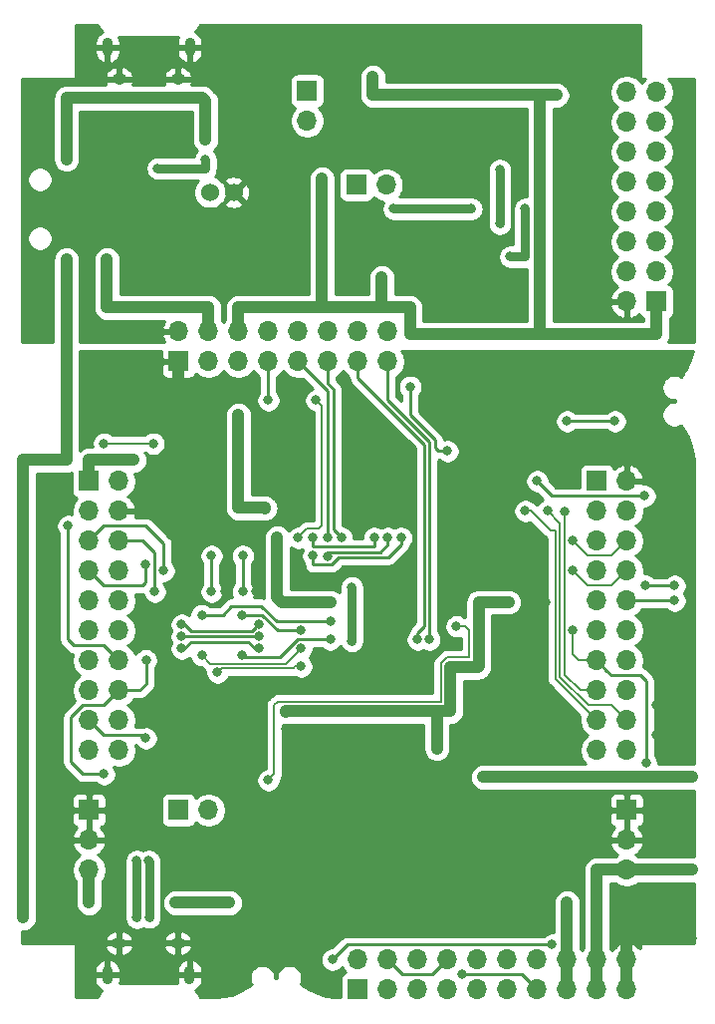
<source format=gbr>
G04 #@! TF.GenerationSoftware,KiCad,Pcbnew,5.1.5+dfsg1-2build2*
G04 #@! TF.CreationDate,2023-01-27T18:25:32+01:00*
G04 #@! TF.ProjectId,rp2040-launchpad-PCB,72703230-3430-42d6-9c61-756e63687061,rev?*
G04 #@! TF.SameCoordinates,Original*
G04 #@! TF.FileFunction,Copper,L2,Bot*
G04 #@! TF.FilePolarity,Positive*
%FSLAX46Y46*%
G04 Gerber Fmt 4.6, Leading zero omitted, Abs format (unit mm)*
G04 Created by KiCad (PCBNEW 5.1.5+dfsg1-2build2) date 2023-01-27 18:25:32*
%MOMM*%
%LPD*%
G04 APERTURE LIST*
%ADD10O,1.700000X1.700000*%
%ADD11R,1.700000X1.700000*%
%ADD12O,0.900000X1.550000*%
%ADD13O,1.250000X0.950000*%
%ADD14C,1.524000*%
%ADD15C,0.800000*%
%ADD16C,1.000000*%
%ADD17C,0.200000*%
%ADD18C,0.250000*%
%ADD19C,0.800000*%
%ADD20C,0.254000*%
G04 APERTURE END LIST*
D10*
X162560000Y-147320000D03*
X162560000Y-149860000D03*
X160020000Y-147320000D03*
X160020000Y-149860000D03*
X157480000Y-147320000D03*
X157480000Y-149860000D03*
X154940000Y-147320000D03*
X154940000Y-149860000D03*
X152400000Y-147320000D03*
X152400000Y-149860000D03*
X149860000Y-147320000D03*
X149860000Y-149860000D03*
X147320000Y-147320000D03*
X147320000Y-149860000D03*
X144780000Y-147320000D03*
X144780000Y-149860000D03*
X142240000Y-147320000D03*
X142240000Y-149860000D03*
X139700000Y-147320000D03*
D11*
X139700000Y-149860000D03*
D12*
X118404000Y-69850000D03*
D13*
X124404000Y-72550000D03*
X119404000Y-72550000D03*
D12*
X125404000Y-69850000D03*
X125390000Y-148623000D03*
D13*
X119390000Y-145923000D03*
X124390000Y-145923000D03*
D12*
X118390000Y-148623000D03*
D10*
X119380000Y-129540000D03*
X116840000Y-129540000D03*
X119380000Y-127000000D03*
X116840000Y-127000000D03*
X119380000Y-124460000D03*
X116840000Y-124460000D03*
X119380000Y-121920000D03*
X116840000Y-121920000D03*
X119380000Y-119380000D03*
X116840000Y-119380000D03*
X119380000Y-116840000D03*
X116840000Y-116840000D03*
X119380000Y-114300000D03*
X116840000Y-114300000D03*
X119380000Y-111760000D03*
X116840000Y-111760000D03*
X119380000Y-109220000D03*
X116840000Y-109220000D03*
X119380000Y-106680000D03*
D11*
X116840000Y-106680000D03*
D14*
X127127000Y-82169000D03*
X129127000Y-82169000D03*
D10*
X142240000Y-93980000D03*
X142240000Y-96520000D03*
X139700000Y-93980000D03*
X139700000Y-96520000D03*
X137160000Y-93980000D03*
X137160000Y-96520000D03*
X134620000Y-93980000D03*
X134620000Y-96520000D03*
X132080000Y-93980000D03*
X132080000Y-96520000D03*
X129540000Y-93980000D03*
X129540000Y-96520000D03*
X127000000Y-93980000D03*
X127000000Y-96520000D03*
X124460000Y-93980000D03*
D11*
X124460000Y-96520000D03*
D10*
X116840000Y-139700000D03*
X116840000Y-137160000D03*
D11*
X116840000Y-134620000D03*
D10*
X162560000Y-129540000D03*
X160020000Y-129540000D03*
X162560000Y-127000000D03*
X160020000Y-127000000D03*
X162560000Y-124460000D03*
X160020000Y-124460000D03*
X162560000Y-121920000D03*
X160020000Y-121920000D03*
X162560000Y-119380000D03*
X160020000Y-119380000D03*
X162560000Y-116840000D03*
X160020000Y-116840000D03*
X162560000Y-114300000D03*
X160020000Y-114300000D03*
X162560000Y-111760000D03*
X160020000Y-111760000D03*
X162560000Y-109220000D03*
X160020000Y-109220000D03*
X162560000Y-106680000D03*
D11*
X160020000Y-106680000D03*
D10*
X162560000Y-139700000D03*
X162560000Y-137160000D03*
D11*
X162560000Y-134620000D03*
D10*
X135382000Y-76073000D03*
D11*
X135382000Y-73533000D03*
D10*
X142113000Y-81534000D03*
D11*
X139573000Y-81534000D03*
D10*
X162560000Y-73660000D03*
X165100000Y-73660000D03*
X162560000Y-76200000D03*
X165100000Y-76200000D03*
X162560000Y-78740000D03*
X165100000Y-78740000D03*
X162560000Y-81280000D03*
X165100000Y-81280000D03*
X162560000Y-83820000D03*
X165100000Y-83820000D03*
X162560000Y-86360000D03*
X165100000Y-86360000D03*
X162560000Y-88900000D03*
X165100000Y-88900000D03*
X162560000Y-91440000D03*
D11*
X165100000Y-91440000D03*
X124460000Y-134620000D03*
D10*
X127000000Y-134620000D03*
D15*
X116840000Y-142494000D03*
X157480000Y-142494000D03*
X124206000Y-142494000D03*
X128778000Y-142494000D03*
X144780000Y-132080000D03*
X135128000Y-127762000D03*
X144272000Y-127762000D03*
X150368000Y-127508000D03*
X141224000Y-119634000D03*
X132842000Y-105918000D03*
X134366000Y-105918000D03*
X155702000Y-116967000D03*
X162941000Y-97663000D03*
X151638000Y-122555000D03*
X138938000Y-105918000D03*
X140970000Y-105918000D03*
X143129000Y-105918000D03*
X141224000Y-116332000D03*
X121920000Y-96520000D03*
X168148000Y-145542000D03*
X165100000Y-125730000D03*
X165100000Y-128270000D03*
X165100000Y-123190000D03*
X165100000Y-120650000D03*
X166624000Y-107950000D03*
X166624000Y-110490000D03*
X165100000Y-110490000D03*
X162560000Y-142494000D03*
X128397000Y-116078000D03*
X147320000Y-99060000D03*
X149860000Y-99060000D03*
X152400000Y-99060000D03*
X154940000Y-99060000D03*
X147320000Y-101600000D03*
X149860000Y-101600000D03*
X152400000Y-101600000D03*
X154940000Y-101600000D03*
X154940000Y-104140000D03*
X152400000Y-104140000D03*
X149860000Y-104140000D03*
X149860000Y-106680000D03*
X152400000Y-106680000D03*
X149860000Y-109220000D03*
X118110000Y-101600000D03*
X118110000Y-99060000D03*
X139700000Y-104140000D03*
X142240000Y-104140000D03*
X152400000Y-109220000D03*
X157480000Y-99060000D03*
X157480000Y-104140000D03*
X124460000Y-127000000D03*
X127000000Y-127000000D03*
X129540000Y-127000000D03*
X137160000Y-132080000D03*
X142240000Y-132080000D03*
X132080000Y-137160000D03*
X137160000Y-137160000D03*
X132080000Y-134620000D03*
X137160000Y-134620000D03*
X139700000Y-132080000D03*
X134620000Y-137160000D03*
X134620000Y-134620000D03*
X134620000Y-132080000D03*
X147320000Y-144780000D03*
X149860000Y-144780000D03*
X132080000Y-139700000D03*
X134620000Y-139700000D03*
X137160000Y-139700000D03*
X127000000Y-104140000D03*
X127000000Y-106680000D03*
X127000000Y-109220000D03*
X132080000Y-104140000D03*
X134620000Y-104140000D03*
X113030000Y-113030000D03*
X113030000Y-115570000D03*
X113030000Y-118110000D03*
X113030000Y-120650000D03*
X113030000Y-123190000D03*
X113030000Y-125730000D03*
X113030000Y-128270000D03*
X113030000Y-110490000D03*
X113030000Y-107950000D03*
X113030000Y-130810000D03*
X163068000Y-102616000D03*
X154940000Y-121920000D03*
X144780000Y-134620000D03*
X157480000Y-134620000D03*
X160020000Y-134620000D03*
X154940000Y-129540000D03*
X122428000Y-118618000D03*
X131064000Y-111506000D03*
X134620000Y-113030000D03*
X131064000Y-116078000D03*
X133604000Y-127762000D03*
X136652000Y-127762000D03*
X142748000Y-127762000D03*
X166624000Y-113030000D03*
X129540000Y-132080000D03*
X129540000Y-134620000D03*
X129540000Y-139700000D03*
X129540000Y-137160000D03*
X161544000Y-142494000D03*
X163576000Y-142494000D03*
X124460000Y-104140000D03*
X146050000Y-72390000D03*
X167640000Y-74930000D03*
X167640000Y-85090000D03*
X159512000Y-72390000D03*
X140970000Y-75946000D03*
X150114000Y-81026000D03*
X153162000Y-81026000D03*
X159512000Y-90424000D03*
X131318000Y-80010000D03*
X146494500Y-87185500D03*
X131318000Y-86360000D03*
X131318000Y-88392000D03*
X131318000Y-77216000D03*
X159512000Y-87630000D03*
X146812000Y-92710000D03*
X149606000Y-92710000D03*
X152146000Y-92710000D03*
X156718000Y-92710000D03*
X152908000Y-71120000D03*
X154432000Y-71120000D03*
X155956000Y-71120000D03*
X157480000Y-71120000D03*
X159512000Y-71120000D03*
X167640000Y-77470000D03*
X167640000Y-80010000D03*
X167640000Y-82550000D03*
X167640000Y-87630000D03*
X167640000Y-90170000D03*
X167640000Y-92710000D03*
X159512000Y-73914000D03*
X131318000Y-83058000D03*
X121920000Y-93980000D03*
X129032000Y-68326000D03*
X116459000Y-68326000D03*
X155956000Y-68326000D03*
X149860000Y-68326000D03*
X143764000Y-68326000D03*
X137668000Y-68326000D03*
X131318000Y-68326000D03*
X141732000Y-85344000D03*
X141732000Y-87376000D03*
X144780000Y-81788000D03*
X147574000Y-72390000D03*
X125730000Y-86360000D03*
X119380000Y-93980000D03*
X116840000Y-93980000D03*
X116840000Y-90805000D03*
X121488200Y-78435200D03*
X121488200Y-76606400D03*
X121488200Y-80365600D03*
X111760000Y-93980000D03*
X111760000Y-73660000D03*
X113030000Y-73660000D03*
X113030000Y-93980000D03*
X135128000Y-126238000D03*
X137350500Y-116967000D03*
X147574000Y-122491500D03*
X120650000Y-104902000D03*
X152527000Y-116967000D03*
X168148000Y-139700000D03*
X146431000Y-129413000D03*
X142748000Y-126238000D03*
X131800500Y-108991500D03*
X127762000Y-122936000D03*
X134874000Y-122428000D03*
X129540000Y-101092000D03*
X150368000Y-131826000D03*
X144145000Y-98679000D03*
X132842000Y-111506000D03*
X133591500Y-126250500D03*
X168148000Y-131826000D03*
X147320000Y-104140000D03*
X120904000Y-138938000D03*
X120904000Y-143764000D03*
X121957222Y-143745608D03*
X121920000Y-138938000D03*
X137160000Y-111506000D03*
X138327704Y-111495012D03*
X144780000Y-120142000D03*
X145780003Y-120142000D03*
X122428000Y-116078000D03*
X127254000Y-116078000D03*
X127254000Y-113030000D03*
X121689813Y-121896186D03*
X118110000Y-131572000D03*
X131318000Y-120904000D03*
X124714000Y-120904000D03*
X141097000Y-111506000D03*
X135890000Y-111506000D03*
X166624000Y-116840000D03*
X154940000Y-106680000D03*
X164084000Y-107950000D03*
X156210000Y-146050000D03*
X137541000Y-147320000D03*
X155829000Y-109220000D03*
X131318000Y-118872000D03*
X124714000Y-118872000D03*
X157280899Y-109274899D03*
X137144176Y-113045824D03*
X142240000Y-111506000D03*
X118110000Y-103505000D03*
X134620000Y-111506000D03*
X122301000Y-103505000D03*
X136144000Y-99822000D03*
X153924000Y-109220000D03*
X135890000Y-113030000D03*
X143383000Y-111506000D03*
X161544000Y-101600000D03*
X157480000Y-101600000D03*
X157988000Y-119380000D03*
X164185600Y-130606800D03*
X148590000Y-148590000D03*
X157988000Y-114300000D03*
X157988000Y-111760000D03*
X111252000Y-143764000D03*
X114935000Y-87884000D03*
X139192000Y-115697000D03*
X139192000Y-120269000D03*
X151765000Y-84836000D03*
X151765000Y-80264000D03*
X115062000Y-110490000D03*
X132080000Y-99822000D03*
X123190000Y-114300000D03*
X121666000Y-113792000D03*
X121666000Y-128524000D03*
X164134800Y-115570000D03*
X166624000Y-115570000D03*
X148082000Y-119010040D03*
X132080000Y-132080000D03*
X131318000Y-119888000D03*
X129921000Y-116078000D03*
X129921000Y-113030000D03*
X124714000Y-119888000D03*
X118364000Y-87884000D03*
X155194000Y-89662000D03*
X152654000Y-87630000D03*
X147574000Y-73914000D03*
X155194000Y-73914000D03*
X149352000Y-83566000D03*
X140970000Y-72390000D03*
X153924000Y-83566000D03*
X142748000Y-83566000D03*
X136652000Y-81026000D03*
X141732000Y-89408000D03*
X156718000Y-73914000D03*
X122682000Y-80137000D03*
X126746000Y-79375000D03*
X137350500Y-118618000D03*
X126428500Y-118046500D03*
X129857500Y-118046500D03*
X134874000Y-119380000D03*
X129857500Y-121475500D03*
X137350500Y-120142000D03*
X126428500Y-121475500D03*
X134874000Y-120904000D03*
X123444000Y-74168000D03*
X126746000Y-77724000D03*
X120396000Y-74168000D03*
X114935000Y-79375000D03*
D16*
X157480000Y-149860000D02*
X157480000Y-147320000D01*
X116840000Y-139700000D02*
X116840000Y-142494000D01*
X157480000Y-146117919D02*
X157480000Y-147320000D01*
X157480000Y-142494000D02*
X157480000Y-146117919D01*
X128778000Y-142494000D02*
X124206000Y-142494000D01*
X162560000Y-147320000D02*
X162560000Y-149860000D01*
X162560000Y-147320000D02*
X162560000Y-142494000D01*
X124460000Y-96520000D02*
X124460000Y-98044000D01*
X135128000Y-126238000D02*
X142748000Y-126238000D01*
X116840000Y-104902000D02*
X116840000Y-106680000D01*
X120650000Y-104902000D02*
X116840000Y-104902000D01*
X160020000Y-147320000D02*
X160020000Y-149860000D01*
X160020000Y-139700000D02*
X162560000Y-139700000D01*
X160020000Y-147320000D02*
X160020000Y-139700000D01*
X168148000Y-139700000D02*
X162560000Y-139700000D01*
D17*
X134366000Y-122428000D02*
X134874000Y-122428000D01*
X134218489Y-122575511D02*
X134366000Y-122428000D01*
X128122489Y-122575511D02*
X134218489Y-122575511D01*
X127762000Y-122936000D02*
X128122489Y-122575511D01*
D16*
X131775000Y-108966000D02*
X131800500Y-108991500D01*
X129540000Y-108966000D02*
X131775000Y-108966000D01*
X129540000Y-101092000D02*
X129540000Y-108966000D01*
D18*
X144145000Y-98933000D02*
X144145000Y-98679000D01*
D16*
X133223000Y-116967000D02*
X137350500Y-116967000D01*
X132842000Y-116586000D02*
X133223000Y-116967000D01*
X132842000Y-111506000D02*
X132842000Y-116586000D01*
X133604000Y-126238000D02*
X133591500Y-126250500D01*
X135128000Y-126238000D02*
X133604000Y-126238000D01*
X150368000Y-131826000D02*
X168148000Y-131826000D01*
X146431000Y-129413000D02*
X146431000Y-128847315D01*
X146431000Y-126238000D02*
X147574000Y-126238000D01*
X146431000Y-128847315D02*
X146431000Y-126238000D01*
X142748000Y-126238000D02*
X146431000Y-126238000D01*
X147574000Y-126238000D02*
X147574000Y-122491500D01*
X147574000Y-122491500D02*
X149923500Y-122491500D01*
X149923500Y-122491500D02*
X149987000Y-122428000D01*
X149987000Y-122428000D02*
X149987000Y-116967000D01*
X149987000Y-116967000D02*
X152527000Y-116967000D01*
D18*
X146558000Y-104140000D02*
X147320000Y-104140000D01*
X146246009Y-103828009D02*
X146558000Y-104140000D01*
X146246009Y-103191599D02*
X146246009Y-103828009D01*
X144145000Y-101090590D02*
X146246009Y-103191599D01*
X144145000Y-98679000D02*
X144145000Y-101090590D01*
D19*
X120904000Y-143764000D02*
X120904000Y-138938000D01*
X121957222Y-138975222D02*
X121920000Y-138938000D01*
X121957222Y-143745608D02*
X121957222Y-138975222D01*
D18*
X137160000Y-99060000D02*
X134620000Y-96520000D01*
X137160000Y-111506000D02*
X137160000Y-99060000D01*
X137610010Y-110777318D02*
X138327704Y-111495012D01*
X137610010Y-98873600D02*
X137610010Y-110777318D01*
X137160000Y-98423590D02*
X137610010Y-98873600D01*
X137160000Y-96520000D02*
X137160000Y-98423590D01*
X139700000Y-97722081D02*
X139700000Y-96520000D01*
X139700000Y-97918410D02*
X139700000Y-97722081D01*
X145345990Y-103564400D02*
X139700000Y-97918410D01*
X145345990Y-119010325D02*
X145345990Y-103564400D01*
X144780000Y-119576315D02*
X145345990Y-119010325D01*
X144780000Y-120142000D02*
X144780000Y-119576315D01*
X145780003Y-120142000D02*
X145780003Y-120062503D01*
X145780003Y-120142000D02*
X145780003Y-120126003D01*
X145780003Y-120069001D02*
X145780003Y-120142000D01*
X145780003Y-119576315D02*
X145796000Y-119560318D01*
X145780003Y-120142000D02*
X145780003Y-119576315D01*
X145796000Y-119560318D02*
X145796000Y-103378000D01*
X145796000Y-103378000D02*
X142240000Y-99822000D01*
X142240000Y-99822000D02*
X142240000Y-96520000D01*
X122428000Y-116078000D02*
X122428000Y-112776000D01*
X121412000Y-111760000D02*
X119380000Y-111760000D01*
X122428000Y-112776000D02*
X121412000Y-111760000D01*
X127254000Y-116078000D02*
X127254000Y-113030000D01*
D17*
X121689813Y-122150187D02*
X121689813Y-121896186D01*
D18*
X118110000Y-125730000D02*
X119380000Y-124460000D01*
X119380000Y-124460000D02*
X121158000Y-124460000D01*
X121689813Y-123928187D02*
X121689813Y-121896186D01*
X121158000Y-124460000D02*
X121689813Y-123928187D01*
X118110000Y-125730000D02*
X116370998Y-125730000D01*
X116370998Y-125730000D02*
X116332000Y-125730000D01*
X116332000Y-125730000D02*
X115316000Y-126746000D01*
X115316000Y-126746000D02*
X115316000Y-130556000D01*
X115316000Y-130556000D02*
X116332000Y-131572000D01*
X116332000Y-131572000D02*
X118110000Y-131572000D01*
D17*
X124902998Y-120715002D02*
X124714000Y-120904000D01*
D18*
X130937000Y-120904000D02*
X131318000Y-120904000D01*
X130371010Y-120338010D02*
X130937000Y-120904000D01*
X125533990Y-120338010D02*
X130371010Y-120338010D01*
X124968000Y-120904000D02*
X125533990Y-120338010D01*
X124714000Y-120904000D02*
X124968000Y-120904000D01*
X135890000Y-111506000D02*
X135890000Y-112268000D01*
X135890000Y-112268000D02*
X141097000Y-112268000D01*
X141097000Y-112268000D02*
X141097000Y-111506000D01*
X166624000Y-116840000D02*
X162560000Y-116840000D01*
X156210000Y-107950000D02*
X154940000Y-106680000D01*
X164084000Y-107950000D02*
X156210000Y-107950000D01*
X149098000Y-146050000D02*
X156210000Y-146050000D01*
X146685000Y-146050000D02*
X138811000Y-146050000D01*
X146431000Y-146050000D02*
X146685000Y-146050000D01*
X146685000Y-146050000D02*
X149098000Y-146050000D01*
X138811000Y-146050000D02*
X137541000Y-147320000D01*
D17*
X161290000Y-125730000D02*
X162560000Y-127000000D01*
X159315698Y-125730000D02*
X161290000Y-125730000D01*
X156887989Y-123302291D02*
X159315698Y-125730000D01*
X156887989Y-110278989D02*
X156887989Y-123302291D01*
X155829000Y-109220000D02*
X156887989Y-110278989D01*
D18*
X119888000Y-118872000D02*
X119380000Y-119380000D01*
X131064000Y-118872000D02*
X131318000Y-118872000D01*
X131064000Y-119068998D02*
X131064000Y-118872000D01*
X130695008Y-119437990D02*
X131064000Y-119068998D01*
X125533990Y-119437990D02*
X130695008Y-119437990D01*
X124968000Y-118872000D02*
X125533990Y-119437990D01*
X124714000Y-118872000D02*
X124968000Y-118872000D01*
D17*
X158623000Y-124460000D02*
X160020000Y-124460000D01*
X157287999Y-123124999D02*
X158623000Y-124460000D01*
X157287999Y-109412001D02*
X157287999Y-123124999D01*
X157280899Y-109404901D02*
X157287999Y-109412001D01*
X157280899Y-109274899D02*
X157280899Y-109404901D01*
X136652000Y-100330000D02*
X136144000Y-99822000D01*
X136398000Y-110744000D02*
X136652000Y-110490000D01*
X135382000Y-110744000D02*
X136398000Y-110744000D01*
X136652000Y-110490000D02*
X136652000Y-100330000D01*
X134620000Y-111506000D02*
X135382000Y-110744000D01*
X122301000Y-103505000D02*
X118110000Y-103505000D01*
D18*
X137144176Y-112791824D02*
X137217990Y-112718010D01*
X137144176Y-113045824D02*
X137144176Y-112791824D01*
X141593675Y-112718010D02*
X142240000Y-112071685D01*
X142240000Y-112071685D02*
X142240000Y-111506000D01*
X137217990Y-112718010D02*
X141593675Y-112718010D01*
D17*
X154432000Y-109220000D02*
X153924000Y-109220000D01*
X156083000Y-110871000D02*
X154432000Y-109220000D01*
X156487979Y-110871000D02*
X156083000Y-110871000D01*
X156487979Y-123467979D02*
X156487979Y-110871000D01*
X160020000Y-127000000D02*
X156487979Y-123467979D01*
D18*
X161544000Y-101600000D02*
X157480000Y-101600000D01*
X135890000Y-113030000D02*
X135890000Y-113792000D01*
X137471002Y-113792000D02*
X138094982Y-113168020D01*
X135890000Y-113792000D02*
X137471002Y-113792000D01*
X143383000Y-112071685D02*
X143383000Y-111506000D01*
X142286666Y-113168019D02*
X143383000Y-112071685D01*
X138094982Y-113168020D02*
X142286666Y-113168019D01*
D17*
X157988000Y-119380000D02*
X157988000Y-121412000D01*
X158496000Y-121920000D02*
X160020000Y-121920000D01*
X157988000Y-121412000D02*
X158496000Y-121920000D01*
D18*
X160020000Y-121920000D02*
X160869999Y-122769999D01*
X160869999Y-122769999D02*
X161290000Y-123190000D01*
X164185600Y-123647200D02*
X163728400Y-123190000D01*
X163728400Y-123190000D02*
X161290000Y-123190000D01*
X164185600Y-130606800D02*
X164185600Y-123647200D01*
X153670000Y-148590000D02*
X154940000Y-149860000D01*
X148590000Y-148590000D02*
X153670000Y-148590000D01*
D17*
X161290000Y-115570000D02*
X162560000Y-114300000D01*
X159258000Y-115570000D02*
X161290000Y-115570000D01*
X157988000Y-114300000D02*
X159258000Y-115570000D01*
X158387999Y-112159999D02*
X157988000Y-111760000D01*
X159258000Y-113030000D02*
X158387999Y-112159999D01*
X161290000Y-113030000D02*
X159258000Y-113030000D01*
X162560000Y-111760000D02*
X161290000Y-113030000D01*
D16*
X111252000Y-109982000D02*
X111230489Y-110003511D01*
X111252000Y-109982000D02*
X111252000Y-110490000D01*
X111252000Y-132842000D02*
X111221435Y-132872565D01*
X111252000Y-110490000D02*
X111252000Y-132842000D01*
X111252000Y-143629159D02*
X111252000Y-143764000D01*
X111252000Y-132842000D02*
X111252000Y-143629159D01*
X111252000Y-104902000D02*
X111252000Y-109982000D01*
X111252000Y-104902000D02*
X114300000Y-104902000D01*
X114300000Y-104902000D02*
X114935000Y-104902000D01*
X114935000Y-104902000D02*
X114935000Y-88900000D01*
X114935000Y-88900000D02*
X114935000Y-87884000D01*
D19*
X139192000Y-120269000D02*
X139192000Y-115697000D01*
X151765000Y-84836000D02*
X151765000Y-80264000D01*
D18*
X115062000Y-120142000D02*
X115062000Y-110490000D01*
X115570000Y-120650000D02*
X115062000Y-120142000D01*
X118110000Y-120650000D02*
X115570000Y-120650000D01*
X119380000Y-121920000D02*
X118110000Y-120650000D01*
X132080000Y-96520000D02*
X132080000Y-99822000D01*
X123190000Y-112014000D02*
X123190000Y-114300000D01*
X121666000Y-110490000D02*
X123190000Y-112014000D01*
X118110000Y-110490000D02*
X121666000Y-110490000D01*
X116840000Y-111760000D02*
X118110000Y-110490000D01*
X118110000Y-115570000D02*
X121412000Y-115570000D01*
X121412000Y-115570000D02*
X121666000Y-115316000D01*
X116840000Y-114300000D02*
X118110000Y-115570000D01*
X121666000Y-115316000D02*
X121666000Y-113792000D01*
X121722428Y-128270000D02*
X121744139Y-128291711D01*
X121412000Y-128270000D02*
X121666000Y-128524000D01*
X118110000Y-128270000D02*
X121412000Y-128270000D01*
X116840000Y-127000000D02*
X118110000Y-128270000D01*
X164134800Y-115570000D02*
X166624000Y-115570000D01*
D17*
X132588000Y-131572000D02*
X132080000Y-132080000D01*
X132588000Y-125730000D02*
X132588000Y-131572000D01*
X132880010Y-125437990D02*
X132588000Y-125730000D01*
X146773990Y-125437990D02*
X132880010Y-125437990D01*
X147268116Y-121666000D02*
X146773990Y-122160126D01*
X149186990Y-121666000D02*
X147268116Y-121666000D01*
X149186990Y-119380000D02*
X149186990Y-121666000D01*
X148817030Y-119010040D02*
X149186990Y-119380000D01*
X146773990Y-122160126D02*
X146773990Y-125437990D01*
X148082000Y-119010040D02*
X148817030Y-119010040D01*
D18*
X124714000Y-119888000D02*
X131318000Y-119888000D01*
X129921000Y-116078000D02*
X129921000Y-113030000D01*
D17*
X159639000Y-108839000D02*
X160020000Y-109220000D01*
D16*
X127000000Y-93980000D02*
X127000000Y-91948000D01*
X127000000Y-91948000D02*
X118364000Y-91948000D01*
X118364000Y-91948000D02*
X118364000Y-87884000D01*
X129540000Y-91948000D02*
X129540000Y-93980000D01*
X155194000Y-89662000D02*
X155194000Y-94234000D01*
X155194000Y-73914000D02*
X147574000Y-73914000D01*
X155194000Y-89662000D02*
X155194000Y-73914000D01*
X136144000Y-91948000D02*
X129540000Y-91948000D01*
D19*
X142748000Y-83566000D02*
X149352000Y-83566000D01*
D16*
X147574000Y-73914000D02*
X144018000Y-73914000D01*
X140970000Y-73914000D02*
X144018000Y-73914000D01*
X140970000Y-72390000D02*
X140970000Y-73914000D01*
D19*
X153924000Y-83566000D02*
X153924000Y-87630000D01*
X153924000Y-87630000D02*
X152654000Y-87630000D01*
D16*
X165100000Y-93290000D02*
X165100000Y-94234000D01*
X165100000Y-91440000D02*
X165100000Y-93290000D01*
X165100000Y-94234000D02*
X155194000Y-94234000D01*
X136652000Y-81026000D02*
X136652000Y-83820000D01*
X136652000Y-83820000D02*
X136652000Y-91948000D01*
X136652000Y-91948000D02*
X140970000Y-91948000D01*
X136144000Y-91948000D02*
X136652000Y-91948000D01*
X140970000Y-91948000D02*
X141986000Y-91948000D01*
X144145000Y-94234000D02*
X155194000Y-94234000D01*
X144145000Y-91948000D02*
X144145000Y-94234000D01*
X141986000Y-91948000D02*
X144145000Y-91948000D01*
X141732000Y-91694000D02*
X141986000Y-91948000D01*
X141732000Y-89408000D02*
X141732000Y-91694000D01*
D17*
X156591000Y-73914000D02*
X156718000Y-73914000D01*
D16*
X155194000Y-73914000D02*
X156591000Y-73914000D01*
D19*
X126746000Y-79375000D02*
X126746000Y-80137000D01*
X126746000Y-80137000D02*
X122682000Y-80137000D01*
D18*
X132773412Y-118618000D02*
X131476911Y-117321499D01*
X131476911Y-117321499D02*
X128931501Y-117321499D01*
X137350500Y-118618000D02*
X132773412Y-118618000D01*
X128206500Y-118046500D02*
X126428500Y-118046500D01*
X128931501Y-117321499D02*
X128206500Y-118046500D01*
D17*
X129857500Y-118046500D02*
X129984500Y-118046500D01*
D18*
X134308315Y-119380000D02*
X134874000Y-119380000D01*
X131565502Y-118046500D02*
X132899002Y-119380000D01*
X132899002Y-119380000D02*
X134308315Y-119380000D01*
X129857500Y-118046500D02*
X131565502Y-118046500D01*
X130048000Y-121666000D02*
X129857500Y-121475500D01*
X133038998Y-121666000D02*
X130048000Y-121666000D01*
X134562998Y-120142000D02*
X133038998Y-121666000D01*
X137350500Y-120142000D02*
X134562998Y-120142000D01*
D17*
X134474001Y-121303999D02*
X134874000Y-120904000D01*
X133602499Y-122175501D02*
X134474001Y-121303999D01*
X127128501Y-122175501D02*
X133602499Y-122175501D01*
X126428500Y-121475500D02*
X127128501Y-122175501D01*
D16*
X126746000Y-77724000D02*
X126746000Y-74422000D01*
X126492000Y-74168000D02*
X123444000Y-74168000D01*
X126746000Y-74422000D02*
X126492000Y-74168000D01*
X123444000Y-74168000D02*
X120396000Y-74168000D01*
X114935000Y-74168000D02*
X114935000Y-79375000D01*
X114935000Y-74168000D02*
X120396000Y-74168000D01*
D18*
X142240000Y-147320000D02*
X143510000Y-148590000D01*
X146050000Y-148590000D02*
X147320000Y-147320000D01*
X143510000Y-148590000D02*
X146050000Y-148590000D01*
D20*
G36*
X122971928Y-95670000D02*
G01*
X122975000Y-96234250D01*
X123133750Y-96393000D01*
X124333000Y-96393000D01*
X124333000Y-96373000D01*
X124587000Y-96373000D01*
X124587000Y-96393000D01*
X124607000Y-96393000D01*
X124607000Y-96647000D01*
X124587000Y-96647000D01*
X124587000Y-97846250D01*
X124745750Y-98005000D01*
X125310000Y-98008072D01*
X125434482Y-97995812D01*
X125554180Y-97959502D01*
X125664494Y-97900537D01*
X125761185Y-97821185D01*
X125840537Y-97724494D01*
X125899502Y-97614180D01*
X125921513Y-97541620D01*
X126053368Y-97673475D01*
X126296589Y-97835990D01*
X126566842Y-97947932D01*
X126853740Y-98005000D01*
X127146260Y-98005000D01*
X127433158Y-97947932D01*
X127703411Y-97835990D01*
X127946632Y-97673475D01*
X128153475Y-97466632D01*
X128270000Y-97292240D01*
X128386525Y-97466632D01*
X128593368Y-97673475D01*
X128836589Y-97835990D01*
X129106842Y-97947932D01*
X129393740Y-98005000D01*
X129686260Y-98005000D01*
X129973158Y-97947932D01*
X130243411Y-97835990D01*
X130486632Y-97673475D01*
X130693475Y-97466632D01*
X130810000Y-97292240D01*
X130926525Y-97466632D01*
X131133368Y-97673475D01*
X131320000Y-97798179D01*
X131320001Y-99118288D01*
X131276063Y-99162226D01*
X131162795Y-99331744D01*
X131084774Y-99520102D01*
X131045000Y-99720061D01*
X131045000Y-99923939D01*
X131084774Y-100123898D01*
X131162795Y-100312256D01*
X131276063Y-100481774D01*
X131420226Y-100625937D01*
X131589744Y-100739205D01*
X131778102Y-100817226D01*
X131978061Y-100857000D01*
X132181939Y-100857000D01*
X132381898Y-100817226D01*
X132570256Y-100739205D01*
X132739774Y-100625937D01*
X132883937Y-100481774D01*
X132997205Y-100312256D01*
X133075226Y-100123898D01*
X133115000Y-99923939D01*
X133115000Y-99720061D01*
X133075226Y-99520102D01*
X132997205Y-99331744D01*
X132883937Y-99162226D01*
X132840000Y-99118289D01*
X132840000Y-97798178D01*
X133026632Y-97673475D01*
X133233475Y-97466632D01*
X133350000Y-97292240D01*
X133466525Y-97466632D01*
X133673368Y-97673475D01*
X133916589Y-97835990D01*
X134186842Y-97947932D01*
X134473740Y-98005000D01*
X134766260Y-98005000D01*
X134986408Y-97961210D01*
X135850334Y-98825137D01*
X135842102Y-98826774D01*
X135653744Y-98904795D01*
X135484226Y-99018063D01*
X135340063Y-99162226D01*
X135226795Y-99331744D01*
X135148774Y-99520102D01*
X135109000Y-99720061D01*
X135109000Y-99923939D01*
X135148774Y-100123898D01*
X135226795Y-100312256D01*
X135340063Y-100481774D01*
X135484226Y-100625937D01*
X135653744Y-100739205D01*
X135842102Y-100817226D01*
X135917001Y-100832124D01*
X135917000Y-110009000D01*
X135418105Y-110009000D01*
X135382000Y-110005444D01*
X135237915Y-110019635D01*
X135099366Y-110061663D01*
X135008792Y-110110076D01*
X134971680Y-110129913D01*
X134859762Y-110221762D01*
X134836746Y-110249807D01*
X134615553Y-110471000D01*
X134518061Y-110471000D01*
X134318102Y-110510774D01*
X134129744Y-110588795D01*
X133960226Y-110702063D01*
X133816063Y-110846226D01*
X133793975Y-110879283D01*
X133790284Y-110872377D01*
X133648449Y-110699551D01*
X133475623Y-110557716D01*
X133278446Y-110452324D01*
X133064498Y-110387423D01*
X132842000Y-110365509D01*
X132619501Y-110387423D01*
X132405553Y-110452324D01*
X132208377Y-110557716D01*
X132035551Y-110699551D01*
X131893716Y-110872377D01*
X131788324Y-111069554D01*
X131723423Y-111283502D01*
X131707000Y-111450249D01*
X131707001Y-116530239D01*
X131701509Y-116586000D01*
X131702467Y-116595723D01*
X131625897Y-116572496D01*
X131514244Y-116561499D01*
X131514233Y-116561499D01*
X131476911Y-116557823D01*
X131439589Y-116561499D01*
X130841004Y-116561499D01*
X130916226Y-116379898D01*
X130956000Y-116179939D01*
X130956000Y-115976061D01*
X130916226Y-115776102D01*
X130838205Y-115587744D01*
X130724937Y-115418226D01*
X130681000Y-115374289D01*
X130681000Y-113733711D01*
X130724937Y-113689774D01*
X130838205Y-113520256D01*
X130916226Y-113331898D01*
X130956000Y-113131939D01*
X130956000Y-112928061D01*
X130916226Y-112728102D01*
X130838205Y-112539744D01*
X130724937Y-112370226D01*
X130580774Y-112226063D01*
X130411256Y-112112795D01*
X130222898Y-112034774D01*
X130022939Y-111995000D01*
X129819061Y-111995000D01*
X129619102Y-112034774D01*
X129430744Y-112112795D01*
X129261226Y-112226063D01*
X129117063Y-112370226D01*
X129003795Y-112539744D01*
X128925774Y-112728102D01*
X128886000Y-112928061D01*
X128886000Y-113131939D01*
X128925774Y-113331898D01*
X129003795Y-113520256D01*
X129117063Y-113689774D01*
X129161001Y-113733712D01*
X129161000Y-115374289D01*
X129117063Y-115418226D01*
X129003795Y-115587744D01*
X128925774Y-115776102D01*
X128886000Y-115976061D01*
X128886000Y-116179939D01*
X128925774Y-116379898D01*
X129000996Y-116561499D01*
X128968823Y-116561499D01*
X128931500Y-116557823D01*
X128894177Y-116561499D01*
X128894168Y-116561499D01*
X128782515Y-116572496D01*
X128639254Y-116615953D01*
X128507225Y-116686525D01*
X128391500Y-116781498D01*
X128367702Y-116810497D01*
X127891699Y-117286500D01*
X127132211Y-117286500D01*
X127088274Y-117242563D01*
X126918756Y-117129295D01*
X126730398Y-117051274D01*
X126530439Y-117011500D01*
X126326561Y-117011500D01*
X126126602Y-117051274D01*
X125938244Y-117129295D01*
X125768726Y-117242563D01*
X125624563Y-117386726D01*
X125511295Y-117556244D01*
X125433274Y-117744602D01*
X125393500Y-117944561D01*
X125393500Y-118087789D01*
X125373774Y-118068063D01*
X125204256Y-117954795D01*
X125015898Y-117876774D01*
X124815939Y-117837000D01*
X124612061Y-117837000D01*
X124412102Y-117876774D01*
X124223744Y-117954795D01*
X124054226Y-118068063D01*
X123910063Y-118212226D01*
X123796795Y-118381744D01*
X123718774Y-118570102D01*
X123679000Y-118770061D01*
X123679000Y-118973939D01*
X123718774Y-119173898D01*
X123796795Y-119362256D01*
X123808651Y-119380000D01*
X123796795Y-119397744D01*
X123718774Y-119586102D01*
X123679000Y-119786061D01*
X123679000Y-119989939D01*
X123718774Y-120189898D01*
X123796795Y-120378256D01*
X123808651Y-120396000D01*
X123796795Y-120413744D01*
X123718774Y-120602102D01*
X123679000Y-120802061D01*
X123679000Y-121005939D01*
X123718774Y-121205898D01*
X123796795Y-121394256D01*
X123910063Y-121563774D01*
X124054226Y-121707937D01*
X124223744Y-121821205D01*
X124412102Y-121899226D01*
X124612061Y-121939000D01*
X124815939Y-121939000D01*
X125015898Y-121899226D01*
X125204256Y-121821205D01*
X125373774Y-121707937D01*
X125411878Y-121669833D01*
X125433274Y-121777398D01*
X125511295Y-121965756D01*
X125624563Y-122135274D01*
X125768726Y-122279437D01*
X125938244Y-122392705D01*
X126126602Y-122470726D01*
X126326561Y-122510500D01*
X126424053Y-122510500D01*
X126583247Y-122669694D01*
X126606263Y-122697739D01*
X126718181Y-122789588D01*
X126734148Y-122798123D01*
X126727000Y-122834061D01*
X126727000Y-123037939D01*
X126766774Y-123237898D01*
X126844795Y-123426256D01*
X126958063Y-123595774D01*
X127102226Y-123739937D01*
X127271744Y-123853205D01*
X127460102Y-123931226D01*
X127660061Y-123971000D01*
X127863939Y-123971000D01*
X128063898Y-123931226D01*
X128252256Y-123853205D01*
X128421774Y-123739937D01*
X128565937Y-123595774D01*
X128679205Y-123426256D01*
X128727148Y-123310511D01*
X134182384Y-123310511D01*
X134218489Y-123314067D01*
X134254594Y-123310511D01*
X134321900Y-123303882D01*
X134383744Y-123345205D01*
X134572102Y-123423226D01*
X134772061Y-123463000D01*
X134975939Y-123463000D01*
X135175898Y-123423226D01*
X135364256Y-123345205D01*
X135533774Y-123231937D01*
X135677937Y-123087774D01*
X135791205Y-122918256D01*
X135869226Y-122729898D01*
X135909000Y-122529939D01*
X135909000Y-122326061D01*
X135869226Y-122126102D01*
X135791205Y-121937744D01*
X135677937Y-121768226D01*
X135575711Y-121666000D01*
X135677937Y-121563774D01*
X135791205Y-121394256D01*
X135869226Y-121205898D01*
X135909000Y-121005939D01*
X135909000Y-120902000D01*
X136646789Y-120902000D01*
X136690726Y-120945937D01*
X136860244Y-121059205D01*
X137048602Y-121137226D01*
X137248561Y-121177000D01*
X137452439Y-121177000D01*
X137652398Y-121137226D01*
X137840756Y-121059205D01*
X138010274Y-120945937D01*
X138154437Y-120801774D01*
X138237086Y-120678081D01*
X138255237Y-120712039D01*
X138274795Y-120759256D01*
X138303186Y-120801747D01*
X138327266Y-120846797D01*
X138359672Y-120886284D01*
X138388063Y-120928774D01*
X138424197Y-120964908D01*
X138456604Y-121004396D01*
X138496092Y-121036803D01*
X138532226Y-121072937D01*
X138574716Y-121101328D01*
X138614203Y-121133734D01*
X138659254Y-121157814D01*
X138701744Y-121186205D01*
X138748958Y-121205762D01*
X138794007Y-121229841D01*
X138842887Y-121244669D01*
X138890102Y-121264226D01*
X138940223Y-121274196D01*
X138989105Y-121289024D01*
X139039943Y-121294031D01*
X139090061Y-121304000D01*
X139141162Y-121304000D01*
X139192000Y-121309007D01*
X139242838Y-121304000D01*
X139293939Y-121304000D01*
X139344058Y-121294031D01*
X139394894Y-121289024D01*
X139443774Y-121274196D01*
X139493898Y-121264226D01*
X139541116Y-121244668D01*
X139589992Y-121229841D01*
X139635039Y-121205763D01*
X139682256Y-121186205D01*
X139724747Y-121157814D01*
X139769797Y-121133734D01*
X139809284Y-121101328D01*
X139851774Y-121072937D01*
X139887908Y-121036803D01*
X139927396Y-121004396D01*
X139959803Y-120964908D01*
X139995937Y-120928774D01*
X140024328Y-120886284D01*
X140056734Y-120846797D01*
X140080814Y-120801746D01*
X140109205Y-120759256D01*
X140128762Y-120712042D01*
X140152841Y-120666993D01*
X140167669Y-120618113D01*
X140187226Y-120570898D01*
X140197196Y-120520777D01*
X140212024Y-120471895D01*
X140217031Y-120421057D01*
X140227000Y-120370939D01*
X140227000Y-115595061D01*
X140217031Y-115544943D01*
X140212024Y-115494105D01*
X140197196Y-115445223D01*
X140187226Y-115395102D01*
X140167669Y-115347887D01*
X140152841Y-115299007D01*
X140128762Y-115253958D01*
X140109205Y-115206744D01*
X140080814Y-115164254D01*
X140056734Y-115119203D01*
X140024328Y-115079716D01*
X139995937Y-115037226D01*
X139959803Y-115001092D01*
X139927396Y-114961604D01*
X139887908Y-114929197D01*
X139851774Y-114893063D01*
X139809284Y-114864672D01*
X139769797Y-114832266D01*
X139724746Y-114808186D01*
X139682256Y-114779795D01*
X139635042Y-114760238D01*
X139589993Y-114736159D01*
X139541113Y-114721331D01*
X139493898Y-114701774D01*
X139443777Y-114691804D01*
X139394895Y-114676976D01*
X139344057Y-114671969D01*
X139293939Y-114662000D01*
X139242838Y-114662000D01*
X139192000Y-114656993D01*
X139141162Y-114662000D01*
X139090061Y-114662000D01*
X139039942Y-114671969D01*
X138989106Y-114676976D01*
X138940226Y-114691804D01*
X138890102Y-114701774D01*
X138842884Y-114721332D01*
X138794008Y-114736159D01*
X138748962Y-114760237D01*
X138701744Y-114779795D01*
X138659250Y-114808188D01*
X138614204Y-114832266D01*
X138574721Y-114864669D01*
X138532226Y-114893063D01*
X138496087Y-114929202D01*
X138456605Y-114961604D01*
X138424203Y-115001086D01*
X138388063Y-115037226D01*
X138359668Y-115079722D01*
X138327267Y-115119203D01*
X138303191Y-115164247D01*
X138274795Y-115206744D01*
X138255235Y-115253966D01*
X138231160Y-115299007D01*
X138216335Y-115347878D01*
X138196774Y-115395102D01*
X138186803Y-115445232D01*
X138171977Y-115494105D01*
X138166971Y-115544933D01*
X138157000Y-115595061D01*
X138157000Y-115798939D01*
X138157001Y-115798944D01*
X138157001Y-116160614D01*
X138156949Y-116160551D01*
X137984123Y-116018716D01*
X137786947Y-115913324D01*
X137572999Y-115848423D01*
X137406252Y-115832000D01*
X133977000Y-115832000D01*
X133977000Y-112321145D01*
X134129744Y-112423205D01*
X134318102Y-112501226D01*
X134518061Y-112541000D01*
X134721939Y-112541000D01*
X134921898Y-112501226D01*
X135027859Y-112457335D01*
X134972795Y-112539744D01*
X134894774Y-112728102D01*
X134855000Y-112928061D01*
X134855000Y-113131939D01*
X134894774Y-113331898D01*
X134972795Y-113520256D01*
X135086063Y-113689774D01*
X135130000Y-113733711D01*
X135130000Y-113754667D01*
X135126323Y-113792000D01*
X135140997Y-113940986D01*
X135184454Y-114084247D01*
X135255026Y-114216276D01*
X135349999Y-114332001D01*
X135465724Y-114426974D01*
X135597753Y-114497546D01*
X135741014Y-114541003D01*
X135852667Y-114552000D01*
X135890000Y-114555677D01*
X135927333Y-114552000D01*
X137433680Y-114552000D01*
X137471002Y-114555676D01*
X137508324Y-114552000D01*
X137508335Y-114552000D01*
X137619988Y-114541003D01*
X137763249Y-114497546D01*
X137895278Y-114426974D01*
X138011003Y-114332001D01*
X138034805Y-114302998D01*
X138409784Y-113928020D01*
X142249334Y-113928018D01*
X142286666Y-113931695D01*
X142323999Y-113928018D01*
X142435652Y-113917021D01*
X142479108Y-113903839D01*
X142578912Y-113873565D01*
X142710942Y-113802993D01*
X142797668Y-113731818D01*
X142797669Y-113731817D01*
X142826667Y-113708019D01*
X142850465Y-113679021D01*
X143894009Y-112635479D01*
X143923001Y-112611686D01*
X143946795Y-112582693D01*
X143946799Y-112582689D01*
X144013653Y-112501226D01*
X144017974Y-112495961D01*
X144088546Y-112363932D01*
X144131987Y-112220724D01*
X144186937Y-112165774D01*
X144300205Y-111996256D01*
X144378226Y-111807898D01*
X144418000Y-111607939D01*
X144418000Y-111404061D01*
X144378226Y-111204102D01*
X144300205Y-111015744D01*
X144186937Y-110846226D01*
X144042774Y-110702063D01*
X143873256Y-110588795D01*
X143684898Y-110510774D01*
X143484939Y-110471000D01*
X143281061Y-110471000D01*
X143081102Y-110510774D01*
X142892744Y-110588795D01*
X142811500Y-110643080D01*
X142730256Y-110588795D01*
X142541898Y-110510774D01*
X142341939Y-110471000D01*
X142138061Y-110471000D01*
X141938102Y-110510774D01*
X141749744Y-110588795D01*
X141668500Y-110643080D01*
X141587256Y-110588795D01*
X141398898Y-110510774D01*
X141198939Y-110471000D01*
X140995061Y-110471000D01*
X140795102Y-110510774D01*
X140606744Y-110588795D01*
X140437226Y-110702063D01*
X140293063Y-110846226D01*
X140179795Y-111015744D01*
X140101774Y-111204102D01*
X140062000Y-111404061D01*
X140062000Y-111508000D01*
X139362704Y-111508000D01*
X139362704Y-111393073D01*
X139322930Y-111193114D01*
X139244909Y-111004756D01*
X139131641Y-110835238D01*
X138987478Y-110691075D01*
X138817960Y-110577807D01*
X138629602Y-110499786D01*
X138429643Y-110460012D01*
X138370010Y-110460012D01*
X138370010Y-98910922D01*
X138373686Y-98873599D01*
X138370010Y-98836276D01*
X138370010Y-98836267D01*
X138359013Y-98724614D01*
X138315556Y-98581353D01*
X138244984Y-98449324D01*
X138150011Y-98333599D01*
X138121008Y-98309797D01*
X137920000Y-98108789D01*
X137920000Y-97798178D01*
X138106632Y-97673475D01*
X138313475Y-97466632D01*
X138430000Y-97292240D01*
X138546525Y-97466632D01*
X138753368Y-97673475D01*
X138940000Y-97798178D01*
X138940000Y-97881088D01*
X138936324Y-97918410D01*
X138940000Y-97955732D01*
X138940000Y-97955742D01*
X138950997Y-98067395D01*
X138979977Y-98162931D01*
X138994454Y-98210656D01*
X139065026Y-98342686D01*
X139092767Y-98376488D01*
X139159999Y-98458411D01*
X139189003Y-98482214D01*
X144585991Y-103879203D01*
X144585990Y-118695523D01*
X144268998Y-119012516D01*
X144240000Y-119036314D01*
X144216202Y-119065312D01*
X144216201Y-119065313D01*
X144145026Y-119152039D01*
X144099037Y-119238079D01*
X144074454Y-119284068D01*
X144031013Y-119427276D01*
X143976063Y-119482226D01*
X143862795Y-119651744D01*
X143784774Y-119840102D01*
X143745000Y-120040061D01*
X143745000Y-120243939D01*
X143784774Y-120443898D01*
X143862795Y-120632256D01*
X143976063Y-120801774D01*
X144120226Y-120945937D01*
X144289744Y-121059205D01*
X144478102Y-121137226D01*
X144678061Y-121177000D01*
X144881939Y-121177000D01*
X145081898Y-121137226D01*
X145270256Y-121059205D01*
X145280002Y-121052693D01*
X145289747Y-121059205D01*
X145478105Y-121137226D01*
X145678064Y-121177000D01*
X145881942Y-121177000D01*
X146081901Y-121137226D01*
X146270259Y-121059205D01*
X146439777Y-120945937D01*
X146583940Y-120801774D01*
X146697208Y-120632256D01*
X146775229Y-120443898D01*
X146815003Y-120243939D01*
X146815003Y-120040061D01*
X146775229Y-119840102D01*
X146697208Y-119651744D01*
X146583940Y-119482226D01*
X146556000Y-119454286D01*
X146556000Y-104903479D01*
X146558000Y-104903676D01*
X146595323Y-104900000D01*
X146616289Y-104900000D01*
X146660226Y-104943937D01*
X146829744Y-105057205D01*
X147018102Y-105135226D01*
X147218061Y-105175000D01*
X147421939Y-105175000D01*
X147621898Y-105135226D01*
X147810256Y-105057205D01*
X147979774Y-104943937D01*
X148123937Y-104799774D01*
X148237205Y-104630256D01*
X148315226Y-104441898D01*
X148355000Y-104241939D01*
X148355000Y-104038061D01*
X148315226Y-103838102D01*
X148237205Y-103649744D01*
X148123937Y-103480226D01*
X147979774Y-103336063D01*
X147810256Y-103222795D01*
X147621898Y-103144774D01*
X147421939Y-103105000D01*
X147218061Y-103105000D01*
X147018102Y-103144774D01*
X147005585Y-103149959D01*
X146995012Y-103042613D01*
X146951555Y-102899352D01*
X146880983Y-102767323D01*
X146854283Y-102734789D01*
X146809808Y-102680595D01*
X146809804Y-102680591D01*
X146786010Y-102651598D01*
X146757018Y-102627805D01*
X145627273Y-101498061D01*
X156445000Y-101498061D01*
X156445000Y-101701939D01*
X156484774Y-101901898D01*
X156562795Y-102090256D01*
X156676063Y-102259774D01*
X156820226Y-102403937D01*
X156989744Y-102517205D01*
X157178102Y-102595226D01*
X157378061Y-102635000D01*
X157581939Y-102635000D01*
X157781898Y-102595226D01*
X157970256Y-102517205D01*
X158139774Y-102403937D01*
X158183711Y-102360000D01*
X160840289Y-102360000D01*
X160884226Y-102403937D01*
X161053744Y-102517205D01*
X161242102Y-102595226D01*
X161442061Y-102635000D01*
X161645939Y-102635000D01*
X161845898Y-102595226D01*
X162034256Y-102517205D01*
X162203774Y-102403937D01*
X162347937Y-102259774D01*
X162461205Y-102090256D01*
X162539226Y-101901898D01*
X162579000Y-101701939D01*
X162579000Y-101498061D01*
X162539226Y-101298102D01*
X162461205Y-101109744D01*
X162347937Y-100940226D01*
X162203774Y-100796063D01*
X162034256Y-100682795D01*
X161845898Y-100604774D01*
X161645939Y-100565000D01*
X161442061Y-100565000D01*
X161242102Y-100604774D01*
X161053744Y-100682795D01*
X160884226Y-100796063D01*
X160840289Y-100840000D01*
X158183711Y-100840000D01*
X158139774Y-100796063D01*
X157970256Y-100682795D01*
X157781898Y-100604774D01*
X157581939Y-100565000D01*
X157378061Y-100565000D01*
X157178102Y-100604774D01*
X156989744Y-100682795D01*
X156820226Y-100796063D01*
X156676063Y-100940226D01*
X156562795Y-101109744D01*
X156484774Y-101298102D01*
X156445000Y-101498061D01*
X145627273Y-101498061D01*
X144905000Y-100775789D01*
X144905000Y-99382711D01*
X144948937Y-99338774D01*
X145062205Y-99169256D01*
X145140226Y-98980898D01*
X145180000Y-98780939D01*
X145180000Y-98577061D01*
X145140226Y-98377102D01*
X145062205Y-98188744D01*
X144948937Y-98019226D01*
X144804774Y-97875063D01*
X144635256Y-97761795D01*
X144446898Y-97683774D01*
X144246939Y-97644000D01*
X144043061Y-97644000D01*
X143843102Y-97683774D01*
X143654744Y-97761795D01*
X143485226Y-97875063D01*
X143341063Y-98019226D01*
X143227795Y-98188744D01*
X143149774Y-98377102D01*
X143110000Y-98577061D01*
X143110000Y-98780939D01*
X143149774Y-98980898D01*
X143227795Y-99169256D01*
X143341063Y-99338774D01*
X143385000Y-99382711D01*
X143385001Y-99892199D01*
X143000000Y-99507199D01*
X143000000Y-97798178D01*
X143186632Y-97673475D01*
X143393475Y-97466632D01*
X143555990Y-97223411D01*
X143667932Y-96953158D01*
X143725000Y-96666260D01*
X143725000Y-96373740D01*
X143667932Y-96086842D01*
X143555990Y-95816589D01*
X143431983Y-95631000D01*
X168180981Y-95631000D01*
X168177617Y-95668918D01*
X167974242Y-96413868D01*
X167637231Y-97121383D01*
X167360871Y-97535864D01*
X167360839Y-97535922D01*
X167360283Y-97536747D01*
X167354010Y-97546188D01*
X167340767Y-97571092D01*
X167324865Y-97594395D01*
X167320495Y-97602508D01*
X167202219Y-97825799D01*
X167117940Y-97769485D01*
X166920483Y-97687696D01*
X166710863Y-97646000D01*
X166497137Y-97646000D01*
X166287517Y-97687696D01*
X166090060Y-97769485D01*
X165912353Y-97888225D01*
X165761225Y-98039353D01*
X165642485Y-98217060D01*
X165560696Y-98414517D01*
X165519000Y-98624137D01*
X165519000Y-98837863D01*
X165560696Y-99047483D01*
X165642485Y-99244940D01*
X165761225Y-99422647D01*
X165912353Y-99573775D01*
X166090060Y-99692515D01*
X166287517Y-99774304D01*
X166497137Y-99816000D01*
X166650233Y-99816000D01*
X166647503Y-99844297D01*
X166647597Y-99904142D01*
X166647078Y-99946000D01*
X166497137Y-99946000D01*
X166287517Y-99987696D01*
X166090060Y-100069485D01*
X165912353Y-100188225D01*
X165761225Y-100339353D01*
X165642485Y-100517060D01*
X165560696Y-100714517D01*
X165519000Y-100924137D01*
X165519000Y-101137863D01*
X165560696Y-101347483D01*
X165642485Y-101544940D01*
X165761225Y-101722647D01*
X165912353Y-101873775D01*
X166090060Y-101992515D01*
X166287517Y-102074304D01*
X166497137Y-102116000D01*
X166710863Y-102116000D01*
X166920483Y-102074304D01*
X167117940Y-101992515D01*
X167185938Y-101947080D01*
X167327742Y-102212766D01*
X167334324Y-102222639D01*
X167348888Y-102249496D01*
X167785912Y-102955171D01*
X168069410Y-103672305D01*
X168223678Y-104439474D01*
X168250001Y-104920073D01*
X168250000Y-130695555D01*
X168203752Y-130691000D01*
X165220600Y-130691000D01*
X165220600Y-130504861D01*
X165180826Y-130304902D01*
X165102805Y-130116544D01*
X164989537Y-129947026D01*
X164945600Y-129903089D01*
X164945600Y-123684522D01*
X164949276Y-123647199D01*
X164945600Y-123609876D01*
X164945600Y-123609867D01*
X164934603Y-123498214D01*
X164891146Y-123354953D01*
X164820574Y-123222924D01*
X164725601Y-123107199D01*
X164696602Y-123083400D01*
X164292203Y-122679002D01*
X164268401Y-122649999D01*
X164152676Y-122555026D01*
X164020647Y-122484454D01*
X163943270Y-122460982D01*
X163987932Y-122353158D01*
X164045000Y-122066260D01*
X164045000Y-121773740D01*
X163987932Y-121486842D01*
X163875990Y-121216589D01*
X163713475Y-120973368D01*
X163506632Y-120766525D01*
X163332240Y-120650000D01*
X163506632Y-120533475D01*
X163713475Y-120326632D01*
X163875990Y-120083411D01*
X163987932Y-119813158D01*
X164045000Y-119526260D01*
X164045000Y-119233740D01*
X163987932Y-118946842D01*
X163875990Y-118676589D01*
X163713475Y-118433368D01*
X163506632Y-118226525D01*
X163332240Y-118110000D01*
X163506632Y-117993475D01*
X163713475Y-117786632D01*
X163838178Y-117600000D01*
X165920289Y-117600000D01*
X165964226Y-117643937D01*
X166133744Y-117757205D01*
X166322102Y-117835226D01*
X166522061Y-117875000D01*
X166725939Y-117875000D01*
X166925898Y-117835226D01*
X167114256Y-117757205D01*
X167283774Y-117643937D01*
X167427937Y-117499774D01*
X167541205Y-117330256D01*
X167619226Y-117141898D01*
X167659000Y-116941939D01*
X167659000Y-116738061D01*
X167619226Y-116538102D01*
X167541205Y-116349744D01*
X167444490Y-116205000D01*
X167541205Y-116060256D01*
X167619226Y-115871898D01*
X167659000Y-115671939D01*
X167659000Y-115468061D01*
X167619226Y-115268102D01*
X167541205Y-115079744D01*
X167427937Y-114910226D01*
X167283774Y-114766063D01*
X167114256Y-114652795D01*
X166925898Y-114574774D01*
X166725939Y-114535000D01*
X166522061Y-114535000D01*
X166322102Y-114574774D01*
X166133744Y-114652795D01*
X165964226Y-114766063D01*
X165920289Y-114810000D01*
X164838511Y-114810000D01*
X164794574Y-114766063D01*
X164625056Y-114652795D01*
X164436698Y-114574774D01*
X164236739Y-114535000D01*
X164032861Y-114535000D01*
X164027121Y-114536142D01*
X164045000Y-114446260D01*
X164045000Y-114153740D01*
X163987932Y-113866842D01*
X163875990Y-113596589D01*
X163713475Y-113353368D01*
X163506632Y-113146525D01*
X163332240Y-113030000D01*
X163506632Y-112913475D01*
X163713475Y-112706632D01*
X163875990Y-112463411D01*
X163987932Y-112193158D01*
X164045000Y-111906260D01*
X164045000Y-111613740D01*
X163987932Y-111326842D01*
X163875990Y-111056589D01*
X163713475Y-110813368D01*
X163506632Y-110606525D01*
X163332240Y-110490000D01*
X163506632Y-110373475D01*
X163713475Y-110166632D01*
X163875990Y-109923411D01*
X163987932Y-109653158D01*
X164045000Y-109366260D01*
X164045000Y-109073740D01*
X164027348Y-108985000D01*
X164185939Y-108985000D01*
X164385898Y-108945226D01*
X164574256Y-108867205D01*
X164743774Y-108753937D01*
X164887937Y-108609774D01*
X165001205Y-108440256D01*
X165079226Y-108251898D01*
X165119000Y-108051939D01*
X165119000Y-107848061D01*
X165079226Y-107648102D01*
X165001205Y-107459744D01*
X164887937Y-107290226D01*
X164743774Y-107146063D01*
X164574256Y-107032795D01*
X164385898Y-106954774D01*
X164185939Y-106915000D01*
X163982061Y-106915000D01*
X163941417Y-106923085D01*
X163880155Y-106807000D01*
X162687000Y-106807000D01*
X162687000Y-106827000D01*
X162433000Y-106827000D01*
X162433000Y-106807000D01*
X162413000Y-106807000D01*
X162413000Y-106553000D01*
X162433000Y-106553000D01*
X162433000Y-105359186D01*
X162687000Y-105359186D01*
X162687000Y-106553000D01*
X163880155Y-106553000D01*
X164001476Y-106323110D01*
X163956825Y-106175901D01*
X163831641Y-105913080D01*
X163657588Y-105679731D01*
X163441355Y-105484822D01*
X163191252Y-105335843D01*
X162916891Y-105238519D01*
X162687000Y-105359186D01*
X162433000Y-105359186D01*
X162203109Y-105238519D01*
X161928748Y-105335843D01*
X161678645Y-105484822D01*
X161482498Y-105661626D01*
X161459502Y-105585820D01*
X161400537Y-105475506D01*
X161321185Y-105378815D01*
X161224494Y-105299463D01*
X161114180Y-105240498D01*
X160994482Y-105204188D01*
X160870000Y-105191928D01*
X159170000Y-105191928D01*
X159045518Y-105204188D01*
X158925820Y-105240498D01*
X158815506Y-105299463D01*
X158718815Y-105378815D01*
X158639463Y-105475506D01*
X158580498Y-105585820D01*
X158544188Y-105705518D01*
X158531928Y-105830000D01*
X158531928Y-107190000D01*
X156524802Y-107190000D01*
X155975000Y-106640199D01*
X155975000Y-106578061D01*
X155935226Y-106378102D01*
X155857205Y-106189744D01*
X155743937Y-106020226D01*
X155599774Y-105876063D01*
X155430256Y-105762795D01*
X155241898Y-105684774D01*
X155041939Y-105645000D01*
X154838061Y-105645000D01*
X154638102Y-105684774D01*
X154449744Y-105762795D01*
X154280226Y-105876063D01*
X154136063Y-106020226D01*
X154022795Y-106189744D01*
X153944774Y-106378102D01*
X153905000Y-106578061D01*
X153905000Y-106781939D01*
X153944774Y-106981898D01*
X154022795Y-107170256D01*
X154136063Y-107339774D01*
X154280226Y-107483937D01*
X154449744Y-107597205D01*
X154638102Y-107675226D01*
X154838061Y-107715000D01*
X154900199Y-107715000D01*
X155444279Y-108259081D01*
X155338744Y-108302795D01*
X155169226Y-108416063D01*
X155025063Y-108560226D01*
X154940628Y-108686592D01*
X154842320Y-108605913D01*
X154714633Y-108537663D01*
X154701342Y-108533631D01*
X154583774Y-108416063D01*
X154414256Y-108302795D01*
X154225898Y-108224774D01*
X154025939Y-108185000D01*
X153822061Y-108185000D01*
X153622102Y-108224774D01*
X153433744Y-108302795D01*
X153264226Y-108416063D01*
X153120063Y-108560226D01*
X153006795Y-108729744D01*
X152928774Y-108918102D01*
X152889000Y-109118061D01*
X152889000Y-109321939D01*
X152928774Y-109521898D01*
X153006795Y-109710256D01*
X153120063Y-109879774D01*
X153264226Y-110023937D01*
X153433744Y-110137205D01*
X153622102Y-110215226D01*
X153822061Y-110255000D01*
X154025939Y-110255000D01*
X154225898Y-110215226D01*
X154340365Y-110167812D01*
X155537746Y-111365193D01*
X155560762Y-111393238D01*
X155659169Y-111473999D01*
X155672680Y-111485087D01*
X155752980Y-111528008D01*
X155752979Y-123431874D01*
X155749423Y-123467979D01*
X155763614Y-123612064D01*
X155767993Y-123626500D01*
X155805642Y-123750611D01*
X155873892Y-123878298D01*
X155965741Y-123990216D01*
X155993787Y-124013233D01*
X158584656Y-126604103D01*
X158535000Y-126853740D01*
X158535000Y-127146260D01*
X158592068Y-127433158D01*
X158704010Y-127703411D01*
X158866525Y-127946632D01*
X159073368Y-128153475D01*
X159247760Y-128270000D01*
X159073368Y-128386525D01*
X158866525Y-128593368D01*
X158704010Y-128836589D01*
X158592068Y-129106842D01*
X158535000Y-129393740D01*
X158535000Y-129686260D01*
X158592068Y-129973158D01*
X158704010Y-130243411D01*
X158866525Y-130486632D01*
X159070893Y-130691000D01*
X150312248Y-130691000D01*
X150145501Y-130707423D01*
X149931553Y-130772324D01*
X149734377Y-130877716D01*
X149561551Y-131019551D01*
X149419716Y-131192377D01*
X149314324Y-131389553D01*
X149249423Y-131603501D01*
X149227509Y-131826000D01*
X149249423Y-132048499D01*
X149314324Y-132262447D01*
X149419716Y-132459623D01*
X149561551Y-132632449D01*
X149734377Y-132774284D01*
X149931553Y-132879676D01*
X150145501Y-132944577D01*
X150312248Y-132961000D01*
X168203752Y-132961000D01*
X168250000Y-132956445D01*
X168250000Y-138569555D01*
X168203752Y-138565000D01*
X163525107Y-138565000D01*
X163506632Y-138546525D01*
X163324466Y-138424805D01*
X163441355Y-138355178D01*
X163657588Y-138160269D01*
X163831641Y-137926920D01*
X163956825Y-137664099D01*
X164001476Y-137516890D01*
X163880155Y-137287000D01*
X162687000Y-137287000D01*
X162687000Y-137307000D01*
X162433000Y-137307000D01*
X162433000Y-137287000D01*
X161239845Y-137287000D01*
X161118524Y-137516890D01*
X161163175Y-137664099D01*
X161288359Y-137926920D01*
X161462412Y-138160269D01*
X161678645Y-138355178D01*
X161795534Y-138424805D01*
X161613368Y-138546525D01*
X161594893Y-138565000D01*
X160075752Y-138565000D01*
X160020000Y-138559509D01*
X159964249Y-138565000D01*
X159964248Y-138565000D01*
X159797501Y-138581423D01*
X159583553Y-138646324D01*
X159386377Y-138751716D01*
X159213551Y-138893551D01*
X159071716Y-139066377D01*
X158966324Y-139263553D01*
X158901423Y-139477501D01*
X158879509Y-139700000D01*
X158885001Y-139755762D01*
X158885000Y-146354893D01*
X158866525Y-146373368D01*
X158750000Y-146547760D01*
X158633475Y-146373368D01*
X158615000Y-146354893D01*
X158615000Y-142438248D01*
X158598577Y-142271501D01*
X158533676Y-142057553D01*
X158428284Y-141860377D01*
X158286449Y-141687551D01*
X158113623Y-141545716D01*
X157916446Y-141440324D01*
X157702498Y-141375423D01*
X157480000Y-141353509D01*
X157257501Y-141375423D01*
X157043553Y-141440324D01*
X156846377Y-141545716D01*
X156673551Y-141687551D01*
X156531716Y-141860377D01*
X156426324Y-142057554D01*
X156361423Y-142271502D01*
X156345000Y-142438249D01*
X156345001Y-145021576D01*
X156311939Y-145015000D01*
X156108061Y-145015000D01*
X155908102Y-145054774D01*
X155719744Y-145132795D01*
X155550226Y-145246063D01*
X155506289Y-145290000D01*
X138848322Y-145290000D01*
X138810999Y-145286324D01*
X138773676Y-145290000D01*
X138773667Y-145290000D01*
X138662014Y-145300997D01*
X138518753Y-145344454D01*
X138386724Y-145415026D01*
X138270999Y-145509999D01*
X138247201Y-145538997D01*
X137501199Y-146285000D01*
X137439061Y-146285000D01*
X137239102Y-146324774D01*
X137050744Y-146402795D01*
X136881226Y-146516063D01*
X136737063Y-146660226D01*
X136623795Y-146829744D01*
X136545774Y-147018102D01*
X136506000Y-147218061D01*
X136506000Y-147421939D01*
X136545774Y-147621898D01*
X136623795Y-147810256D01*
X136737063Y-147979774D01*
X136881226Y-148123937D01*
X137050744Y-148237205D01*
X137239102Y-148315226D01*
X137439061Y-148355000D01*
X137642939Y-148355000D01*
X137842898Y-148315226D01*
X138031256Y-148237205D01*
X138200774Y-148123937D01*
X138344937Y-147979774D01*
X138357899Y-147960374D01*
X138384010Y-148023411D01*
X138546525Y-148266632D01*
X138678380Y-148398487D01*
X138605820Y-148420498D01*
X138495506Y-148479463D01*
X138398815Y-148558815D01*
X138319463Y-148655506D01*
X138260498Y-148765820D01*
X138224188Y-148885518D01*
X138211928Y-149010000D01*
X138211928Y-150468506D01*
X137793874Y-150468484D01*
X136995082Y-150397617D01*
X136250132Y-150194242D01*
X135542617Y-149857231D01*
X135128136Y-149580871D01*
X135128078Y-149580839D01*
X135127253Y-149580283D01*
X135117812Y-149574010D01*
X135092908Y-149560767D01*
X135069605Y-149544865D01*
X135061492Y-149540495D01*
X134803017Y-149403583D01*
X134833515Y-149357940D01*
X134915304Y-149160483D01*
X134957000Y-148950863D01*
X134957000Y-148737137D01*
X134915304Y-148527517D01*
X134833515Y-148330060D01*
X134714775Y-148152353D01*
X134563647Y-148001225D01*
X134385940Y-147882485D01*
X134188483Y-147800696D01*
X133978863Y-147759000D01*
X133765137Y-147759000D01*
X133555517Y-147800696D01*
X133358060Y-147882485D01*
X133180353Y-148001225D01*
X133029225Y-148152353D01*
X132910485Y-148330060D01*
X132828696Y-148527517D01*
X132787000Y-148737137D01*
X132787000Y-148867555D01*
X132759858Y-148867597D01*
X132700070Y-148866856D01*
X132690895Y-148867706D01*
X132690891Y-148867706D01*
X132657000Y-148871083D01*
X132657000Y-148737137D01*
X132615304Y-148527517D01*
X132533515Y-148330060D01*
X132414775Y-148152353D01*
X132263647Y-148001225D01*
X132085940Y-147882485D01*
X131888483Y-147800696D01*
X131678863Y-147759000D01*
X131465137Y-147759000D01*
X131255517Y-147800696D01*
X131058060Y-147882485D01*
X130880353Y-148001225D01*
X130729225Y-148152353D01*
X130610485Y-148330060D01*
X130528696Y-148527517D01*
X130487000Y-148737137D01*
X130487000Y-148950863D01*
X130528696Y-149160483D01*
X130610485Y-149357940D01*
X130662105Y-149435194D01*
X130451233Y-149547742D01*
X130441356Y-149554327D01*
X130414504Y-149568888D01*
X129708828Y-150005913D01*
X128991699Y-150289408D01*
X128224526Y-150443678D01*
X127743945Y-150470000D01*
X126261967Y-150470000D01*
X126247980Y-150436726D01*
X126225584Y-150381294D01*
X126221258Y-150373157D01*
X126115157Y-150176930D01*
X126081735Y-150127381D01*
X126048954Y-150077285D01*
X126043129Y-150070144D01*
X125908296Y-149907157D01*
X126067408Y-149805014D01*
X126221587Y-149656391D01*
X126343809Y-149480545D01*
X126429376Y-149284233D01*
X126475000Y-149075000D01*
X126475000Y-148750000D01*
X125517000Y-148750000D01*
X125517000Y-148770000D01*
X125263000Y-148770000D01*
X125263000Y-148750000D01*
X124305000Y-148750000D01*
X124305000Y-149075000D01*
X124350624Y-149284233D01*
X124369265Y-149327000D01*
X119410735Y-149327000D01*
X119429376Y-149284233D01*
X119475000Y-149075000D01*
X119475000Y-148750000D01*
X118517000Y-148750000D01*
X118517000Y-148770000D01*
X118263000Y-148770000D01*
X118263000Y-148750000D01*
X117305000Y-148750000D01*
X117305000Y-149075000D01*
X117350624Y-149284233D01*
X117436191Y-149480545D01*
X117558413Y-149656391D01*
X117712592Y-149805014D01*
X117892803Y-149920702D01*
X117913689Y-149928073D01*
X117789509Y-150080332D01*
X117756409Y-150130151D01*
X117722607Y-150179517D01*
X117718225Y-150187623D01*
X117613498Y-150384587D01*
X117590715Y-150439864D01*
X117577798Y-150470000D01*
X115697000Y-150470000D01*
X115697000Y-148171000D01*
X117305000Y-148171000D01*
X117305000Y-148496000D01*
X118263000Y-148496000D01*
X118263000Y-147380498D01*
X118517000Y-147380498D01*
X118517000Y-148496000D01*
X119475000Y-148496000D01*
X119475000Y-148171000D01*
X124305000Y-148171000D01*
X124305000Y-148496000D01*
X125263000Y-148496000D01*
X125263000Y-147380498D01*
X125517000Y-147380498D01*
X125517000Y-148496000D01*
X126475000Y-148496000D01*
X126475000Y-148171000D01*
X126429376Y-147961767D01*
X126343809Y-147765455D01*
X126221587Y-147589609D01*
X126067408Y-147440986D01*
X125887197Y-147325298D01*
X125684001Y-147253592D01*
X125517000Y-147380498D01*
X125263000Y-147380498D01*
X125095999Y-147253592D01*
X124892803Y-147325298D01*
X124712592Y-147440986D01*
X124558413Y-147589609D01*
X124436191Y-147765455D01*
X124350624Y-147961767D01*
X124305000Y-148171000D01*
X119475000Y-148171000D01*
X119429376Y-147961767D01*
X119343809Y-147765455D01*
X119221587Y-147589609D01*
X119067408Y-147440986D01*
X118887197Y-147325298D01*
X118684001Y-147253592D01*
X118517000Y-147380498D01*
X118263000Y-147380498D01*
X118095999Y-147253592D01*
X117892803Y-147325298D01*
X117712592Y-147440986D01*
X117558413Y-147589609D01*
X117436191Y-147765455D01*
X117350624Y-147961767D01*
X117305000Y-148171000D01*
X115697000Y-148171000D01*
X115697000Y-146220938D01*
X118170732Y-146220938D01*
X118240397Y-146409150D01*
X118354447Y-146594822D01*
X118502529Y-146754676D01*
X118678951Y-146882569D01*
X118876934Y-146973586D01*
X119088869Y-147024230D01*
X119263000Y-146875564D01*
X119263000Y-146050000D01*
X119517000Y-146050000D01*
X119517000Y-146875564D01*
X119691131Y-147024230D01*
X119903066Y-146973586D01*
X120101049Y-146882569D01*
X120277471Y-146754676D01*
X120425553Y-146594822D01*
X120539603Y-146409150D01*
X120609268Y-146220938D01*
X123170732Y-146220938D01*
X123240397Y-146409150D01*
X123354447Y-146594822D01*
X123502529Y-146754676D01*
X123678951Y-146882569D01*
X123876934Y-146973586D01*
X124088869Y-147024230D01*
X124263000Y-146875564D01*
X124263000Y-146050000D01*
X124517000Y-146050000D01*
X124517000Y-146875564D01*
X124691131Y-147024230D01*
X124903066Y-146973586D01*
X125101049Y-146882569D01*
X125277471Y-146754676D01*
X125425553Y-146594822D01*
X125539603Y-146409150D01*
X125609268Y-146220938D01*
X125482734Y-146050000D01*
X124517000Y-146050000D01*
X124263000Y-146050000D01*
X123297266Y-146050000D01*
X123170732Y-146220938D01*
X120609268Y-146220938D01*
X120482734Y-146050000D01*
X119517000Y-146050000D01*
X119263000Y-146050000D01*
X118297266Y-146050000D01*
X118170732Y-146220938D01*
X115697000Y-146220938D01*
X115697000Y-146050000D01*
X115694560Y-146025224D01*
X115687333Y-146001399D01*
X115675597Y-145979443D01*
X115659803Y-145960197D01*
X115640557Y-145944403D01*
X115618601Y-145932667D01*
X115594776Y-145925440D01*
X115570000Y-145923000D01*
X111150000Y-145923000D01*
X111150000Y-145625062D01*
X118170732Y-145625062D01*
X118297266Y-145796000D01*
X119263000Y-145796000D01*
X119263000Y-144970436D01*
X119517000Y-144970436D01*
X119517000Y-145796000D01*
X120482734Y-145796000D01*
X120609268Y-145625062D01*
X123170732Y-145625062D01*
X123297266Y-145796000D01*
X124263000Y-145796000D01*
X124263000Y-144970436D01*
X124517000Y-144970436D01*
X124517000Y-145796000D01*
X125482734Y-145796000D01*
X125609268Y-145625062D01*
X125539603Y-145436850D01*
X125425553Y-145251178D01*
X125277471Y-145091324D01*
X125101049Y-144963431D01*
X124903066Y-144872414D01*
X124691131Y-144821770D01*
X124517000Y-144970436D01*
X124263000Y-144970436D01*
X124088869Y-144821770D01*
X123876934Y-144872414D01*
X123678951Y-144963431D01*
X123502529Y-145091324D01*
X123354447Y-145251178D01*
X123240397Y-145436850D01*
X123170732Y-145625062D01*
X120609268Y-145625062D01*
X120539603Y-145436850D01*
X120425553Y-145251178D01*
X120277471Y-145091324D01*
X120101049Y-144963431D01*
X119903066Y-144872414D01*
X119691131Y-144821770D01*
X119517000Y-144970436D01*
X119263000Y-144970436D01*
X119088869Y-144821770D01*
X118876934Y-144872414D01*
X118678951Y-144963431D01*
X118502529Y-145091324D01*
X118354447Y-145251178D01*
X118240397Y-145436850D01*
X118170732Y-145625062D01*
X111150000Y-145625062D01*
X111150000Y-144894445D01*
X111252000Y-144904491D01*
X111474499Y-144882577D01*
X111688447Y-144817676D01*
X111885623Y-144712284D01*
X112058449Y-144570449D01*
X112200284Y-144397623D01*
X112305676Y-144200446D01*
X112370577Y-143986498D01*
X112387000Y-143819751D01*
X112387000Y-139553740D01*
X115355000Y-139553740D01*
X115355000Y-139846260D01*
X115412068Y-140133158D01*
X115524010Y-140403411D01*
X115686525Y-140646632D01*
X115705000Y-140665107D01*
X115705001Y-142549752D01*
X115721424Y-142716499D01*
X115786325Y-142930447D01*
X115891717Y-143127623D01*
X116033552Y-143300449D01*
X116206378Y-143442284D01*
X116403554Y-143547676D01*
X116617502Y-143612577D01*
X116840000Y-143634491D01*
X117062499Y-143612577D01*
X117276447Y-143547676D01*
X117473623Y-143442284D01*
X117646449Y-143300449D01*
X117788284Y-143127623D01*
X117893676Y-142930447D01*
X117958577Y-142716499D01*
X117975000Y-142549752D01*
X117975000Y-140665107D01*
X117993475Y-140646632D01*
X118155990Y-140403411D01*
X118267932Y-140133158D01*
X118325000Y-139846260D01*
X118325000Y-139553740D01*
X118267932Y-139266842D01*
X118155990Y-138996589D01*
X118048729Y-138836061D01*
X119869000Y-138836061D01*
X119869000Y-139039939D01*
X119869001Y-139039944D01*
X119869000Y-143662061D01*
X119869000Y-143865939D01*
X119878969Y-143916058D01*
X119883976Y-143966894D01*
X119898804Y-144015774D01*
X119908774Y-144065898D01*
X119928332Y-144113116D01*
X119943159Y-144161992D01*
X119967237Y-144207039D01*
X119986795Y-144254256D01*
X120015186Y-144296747D01*
X120039266Y-144341797D01*
X120071672Y-144381284D01*
X120100063Y-144423774D01*
X120136197Y-144459908D01*
X120168604Y-144499396D01*
X120208092Y-144531803D01*
X120244226Y-144567937D01*
X120286716Y-144596328D01*
X120326203Y-144628734D01*
X120371254Y-144652814D01*
X120413744Y-144681205D01*
X120460958Y-144700762D01*
X120506007Y-144724841D01*
X120554887Y-144739669D01*
X120602102Y-144759226D01*
X120652223Y-144769196D01*
X120701105Y-144784024D01*
X120751943Y-144789031D01*
X120802061Y-144799000D01*
X120853162Y-144799000D01*
X120904000Y-144804007D01*
X120954838Y-144799000D01*
X121005939Y-144799000D01*
X121056058Y-144789031D01*
X121106894Y-144784024D01*
X121155774Y-144769196D01*
X121205898Y-144759226D01*
X121253116Y-144739668D01*
X121301992Y-144724841D01*
X121347039Y-144700763D01*
X121394256Y-144681205D01*
X121436747Y-144652814D01*
X121445222Y-144648284D01*
X121466966Y-144662813D01*
X121514180Y-144682370D01*
X121559229Y-144706449D01*
X121608109Y-144721277D01*
X121655324Y-144740834D01*
X121705445Y-144750804D01*
X121754327Y-144765632D01*
X121805165Y-144770639D01*
X121855283Y-144780608D01*
X121906384Y-144780608D01*
X121957222Y-144785615D01*
X122008060Y-144780608D01*
X122059161Y-144780608D01*
X122109280Y-144770639D01*
X122160116Y-144765632D01*
X122208996Y-144750804D01*
X122259120Y-144740834D01*
X122306338Y-144721276D01*
X122355214Y-144706449D01*
X122400261Y-144682371D01*
X122447478Y-144662813D01*
X122489969Y-144634422D01*
X122535019Y-144610342D01*
X122574506Y-144577936D01*
X122616996Y-144549545D01*
X122653130Y-144513411D01*
X122692618Y-144481004D01*
X122725025Y-144441516D01*
X122761159Y-144405382D01*
X122789550Y-144362892D01*
X122821956Y-144323405D01*
X122846036Y-144278354D01*
X122874427Y-144235864D01*
X122893984Y-144188650D01*
X122918063Y-144143601D01*
X122932891Y-144094721D01*
X122952448Y-144047506D01*
X122962418Y-143997385D01*
X122977246Y-143948503D01*
X122982253Y-143897665D01*
X122992222Y-143847547D01*
X122992222Y-142494000D01*
X123065509Y-142494000D01*
X123087423Y-142716499D01*
X123152324Y-142930447D01*
X123257716Y-143127623D01*
X123399551Y-143300449D01*
X123572377Y-143442284D01*
X123769553Y-143547676D01*
X123983501Y-143612577D01*
X124150248Y-143629000D01*
X128833752Y-143629000D01*
X129000499Y-143612577D01*
X129214447Y-143547676D01*
X129411623Y-143442284D01*
X129584449Y-143300449D01*
X129726284Y-143127623D01*
X129831676Y-142930447D01*
X129896577Y-142716499D01*
X129918491Y-142494000D01*
X129896577Y-142271501D01*
X129831676Y-142057553D01*
X129726284Y-141860377D01*
X129584449Y-141687551D01*
X129411623Y-141545716D01*
X129214447Y-141440324D01*
X129000499Y-141375423D01*
X128833752Y-141359000D01*
X124150248Y-141359000D01*
X123983501Y-141375423D01*
X123769553Y-141440324D01*
X123572377Y-141545716D01*
X123399551Y-141687551D01*
X123257716Y-141860377D01*
X123152324Y-142057553D01*
X123087423Y-142271501D01*
X123065509Y-142494000D01*
X122992222Y-142494000D01*
X122992222Y-139026057D01*
X122997229Y-138975222D01*
X122992222Y-138924384D01*
X122977246Y-138772327D01*
X122918063Y-138577229D01*
X122821956Y-138397425D01*
X122692618Y-138239826D01*
X122653130Y-138207419D01*
X122579774Y-138134063D01*
X122537283Y-138105671D01*
X122497797Y-138073266D01*
X122452748Y-138049187D01*
X122410256Y-138020795D01*
X122363036Y-138001236D01*
X122317993Y-137977160D01*
X122269122Y-137962335D01*
X122221898Y-137942774D01*
X122171768Y-137932803D01*
X122122895Y-137917977D01*
X122072067Y-137912971D01*
X122021939Y-137903000D01*
X121970828Y-137903000D01*
X121920000Y-137897994D01*
X121869172Y-137903000D01*
X121818061Y-137903000D01*
X121767933Y-137912971D01*
X121717105Y-137917977D01*
X121668232Y-137932803D01*
X121618102Y-137942774D01*
X121570878Y-137962335D01*
X121522007Y-137977160D01*
X121476964Y-138001236D01*
X121429744Y-138020795D01*
X121412000Y-138032651D01*
X121394256Y-138020795D01*
X121347042Y-138001238D01*
X121301993Y-137977159D01*
X121253113Y-137962331D01*
X121205898Y-137942774D01*
X121155777Y-137932804D01*
X121106895Y-137917976D01*
X121056057Y-137912969D01*
X121005939Y-137903000D01*
X120954838Y-137903000D01*
X120904000Y-137897993D01*
X120853162Y-137903000D01*
X120802061Y-137903000D01*
X120751942Y-137912969D01*
X120701106Y-137917976D01*
X120652226Y-137932804D01*
X120602102Y-137942774D01*
X120554884Y-137962332D01*
X120506008Y-137977159D01*
X120460962Y-138001237D01*
X120413744Y-138020795D01*
X120371250Y-138049188D01*
X120326204Y-138073266D01*
X120286721Y-138105669D01*
X120244226Y-138134063D01*
X120208087Y-138170202D01*
X120168605Y-138202604D01*
X120136203Y-138242086D01*
X120100063Y-138278226D01*
X120071668Y-138320722D01*
X120039267Y-138360203D01*
X120015191Y-138405247D01*
X119986795Y-138447744D01*
X119967235Y-138494966D01*
X119943160Y-138540007D01*
X119928335Y-138588878D01*
X119908774Y-138636102D01*
X119898803Y-138686232D01*
X119883977Y-138735105D01*
X119878971Y-138785933D01*
X119869000Y-138836061D01*
X118048729Y-138836061D01*
X117993475Y-138753368D01*
X117786632Y-138546525D01*
X117604466Y-138424805D01*
X117721355Y-138355178D01*
X117937588Y-138160269D01*
X118111641Y-137926920D01*
X118236825Y-137664099D01*
X118281476Y-137516890D01*
X118160155Y-137287000D01*
X116967000Y-137287000D01*
X116967000Y-137307000D01*
X116713000Y-137307000D01*
X116713000Y-137287000D01*
X115519845Y-137287000D01*
X115398524Y-137516890D01*
X115443175Y-137664099D01*
X115568359Y-137926920D01*
X115742412Y-138160269D01*
X115958645Y-138355178D01*
X116075534Y-138424805D01*
X115893368Y-138546525D01*
X115686525Y-138753368D01*
X115524010Y-138996589D01*
X115412068Y-139266842D01*
X115355000Y-139553740D01*
X112387000Y-139553740D01*
X112387000Y-135470000D01*
X115351928Y-135470000D01*
X115364188Y-135594482D01*
X115400498Y-135714180D01*
X115459463Y-135824494D01*
X115538815Y-135921185D01*
X115635506Y-136000537D01*
X115745820Y-136059502D01*
X115826466Y-136083966D01*
X115742412Y-136159731D01*
X115568359Y-136393080D01*
X115443175Y-136655901D01*
X115398524Y-136803110D01*
X115519845Y-137033000D01*
X116713000Y-137033000D01*
X116713000Y-134747000D01*
X116967000Y-134747000D01*
X116967000Y-137033000D01*
X118160155Y-137033000D01*
X118281476Y-136803110D01*
X118236825Y-136655901D01*
X118111641Y-136393080D01*
X117937588Y-136159731D01*
X117853534Y-136083966D01*
X117934180Y-136059502D01*
X118044494Y-136000537D01*
X118141185Y-135921185D01*
X118220537Y-135824494D01*
X118279502Y-135714180D01*
X118315812Y-135594482D01*
X118328072Y-135470000D01*
X118325000Y-134905750D01*
X118166250Y-134747000D01*
X116967000Y-134747000D01*
X116713000Y-134747000D01*
X115513750Y-134747000D01*
X115355000Y-134905750D01*
X115351928Y-135470000D01*
X112387000Y-135470000D01*
X112387000Y-133770000D01*
X115351928Y-133770000D01*
X115355000Y-134334250D01*
X115513750Y-134493000D01*
X116713000Y-134493000D01*
X116713000Y-133293750D01*
X116967000Y-133293750D01*
X116967000Y-134493000D01*
X118166250Y-134493000D01*
X118325000Y-134334250D01*
X118328072Y-133770000D01*
X122971928Y-133770000D01*
X122971928Y-135470000D01*
X122984188Y-135594482D01*
X123020498Y-135714180D01*
X123079463Y-135824494D01*
X123158815Y-135921185D01*
X123255506Y-136000537D01*
X123365820Y-136059502D01*
X123485518Y-136095812D01*
X123610000Y-136108072D01*
X125310000Y-136108072D01*
X125434482Y-136095812D01*
X125554180Y-136059502D01*
X125664494Y-136000537D01*
X125761185Y-135921185D01*
X125840537Y-135824494D01*
X125899502Y-135714180D01*
X125921513Y-135641620D01*
X126053368Y-135773475D01*
X126296589Y-135935990D01*
X126566842Y-136047932D01*
X126853740Y-136105000D01*
X127146260Y-136105000D01*
X127433158Y-136047932D01*
X127703411Y-135935990D01*
X127946632Y-135773475D01*
X128153475Y-135566632D01*
X128218042Y-135470000D01*
X161071928Y-135470000D01*
X161084188Y-135594482D01*
X161120498Y-135714180D01*
X161179463Y-135824494D01*
X161258815Y-135921185D01*
X161355506Y-136000537D01*
X161465820Y-136059502D01*
X161546466Y-136083966D01*
X161462412Y-136159731D01*
X161288359Y-136393080D01*
X161163175Y-136655901D01*
X161118524Y-136803110D01*
X161239845Y-137033000D01*
X162433000Y-137033000D01*
X162433000Y-134747000D01*
X162687000Y-134747000D01*
X162687000Y-137033000D01*
X163880155Y-137033000D01*
X164001476Y-136803110D01*
X163956825Y-136655901D01*
X163831641Y-136393080D01*
X163657588Y-136159731D01*
X163573534Y-136083966D01*
X163654180Y-136059502D01*
X163764494Y-136000537D01*
X163861185Y-135921185D01*
X163940537Y-135824494D01*
X163999502Y-135714180D01*
X164035812Y-135594482D01*
X164048072Y-135470000D01*
X164045000Y-134905750D01*
X163886250Y-134747000D01*
X162687000Y-134747000D01*
X162433000Y-134747000D01*
X161233750Y-134747000D01*
X161075000Y-134905750D01*
X161071928Y-135470000D01*
X128218042Y-135470000D01*
X128315990Y-135323411D01*
X128427932Y-135053158D01*
X128485000Y-134766260D01*
X128485000Y-134473740D01*
X128427932Y-134186842D01*
X128315990Y-133916589D01*
X128218043Y-133770000D01*
X161071928Y-133770000D01*
X161075000Y-134334250D01*
X161233750Y-134493000D01*
X162433000Y-134493000D01*
X162433000Y-133293750D01*
X162687000Y-133293750D01*
X162687000Y-134493000D01*
X163886250Y-134493000D01*
X164045000Y-134334250D01*
X164048072Y-133770000D01*
X164035812Y-133645518D01*
X163999502Y-133525820D01*
X163940537Y-133415506D01*
X163861185Y-133318815D01*
X163764494Y-133239463D01*
X163654180Y-133180498D01*
X163534482Y-133144188D01*
X163410000Y-133131928D01*
X162845750Y-133135000D01*
X162687000Y-133293750D01*
X162433000Y-133293750D01*
X162274250Y-133135000D01*
X161710000Y-133131928D01*
X161585518Y-133144188D01*
X161465820Y-133180498D01*
X161355506Y-133239463D01*
X161258815Y-133318815D01*
X161179463Y-133415506D01*
X161120498Y-133525820D01*
X161084188Y-133645518D01*
X161071928Y-133770000D01*
X128218043Y-133770000D01*
X128153475Y-133673368D01*
X127946632Y-133466525D01*
X127703411Y-133304010D01*
X127433158Y-133192068D01*
X127146260Y-133135000D01*
X126853740Y-133135000D01*
X126566842Y-133192068D01*
X126296589Y-133304010D01*
X126053368Y-133466525D01*
X125921513Y-133598380D01*
X125899502Y-133525820D01*
X125840537Y-133415506D01*
X125761185Y-133318815D01*
X125664494Y-133239463D01*
X125554180Y-133180498D01*
X125434482Y-133144188D01*
X125310000Y-133131928D01*
X123610000Y-133131928D01*
X123485518Y-133144188D01*
X123365820Y-133180498D01*
X123255506Y-133239463D01*
X123158815Y-133318815D01*
X123079463Y-133415506D01*
X123020498Y-133525820D01*
X122984188Y-133645518D01*
X122971928Y-133770000D01*
X118328072Y-133770000D01*
X118315812Y-133645518D01*
X118279502Y-133525820D01*
X118220537Y-133415506D01*
X118141185Y-133318815D01*
X118044494Y-133239463D01*
X117934180Y-133180498D01*
X117814482Y-133144188D01*
X117690000Y-133131928D01*
X117125750Y-133135000D01*
X116967000Y-133293750D01*
X116713000Y-133293750D01*
X116554250Y-133135000D01*
X115990000Y-133131928D01*
X115865518Y-133144188D01*
X115745820Y-133180498D01*
X115635506Y-133239463D01*
X115538815Y-133318815D01*
X115459463Y-133415506D01*
X115400498Y-133525820D01*
X115364188Y-133645518D01*
X115351928Y-133770000D01*
X112387000Y-133770000D01*
X112387000Y-132897742D01*
X112392490Y-132842001D01*
X112387000Y-132786259D01*
X112387000Y-110037752D01*
X112392491Y-109982001D01*
X112387000Y-109926248D01*
X112387000Y-106037000D01*
X114879248Y-106037000D01*
X114935000Y-106042491D01*
X114990751Y-106037000D01*
X114990752Y-106037000D01*
X115157499Y-106020577D01*
X115351928Y-105961597D01*
X115351928Y-107530000D01*
X115364188Y-107654482D01*
X115400498Y-107774180D01*
X115459463Y-107884494D01*
X115538815Y-107981185D01*
X115635506Y-108060537D01*
X115745820Y-108119502D01*
X115818380Y-108141513D01*
X115686525Y-108273368D01*
X115524010Y-108516589D01*
X115412068Y-108786842D01*
X115355000Y-109073740D01*
X115355000Y-109366260D01*
X115382060Y-109502297D01*
X115363898Y-109494774D01*
X115163939Y-109455000D01*
X114960061Y-109455000D01*
X114760102Y-109494774D01*
X114571744Y-109572795D01*
X114402226Y-109686063D01*
X114258063Y-109830226D01*
X114144795Y-109999744D01*
X114066774Y-110188102D01*
X114027000Y-110388061D01*
X114027000Y-110591939D01*
X114066774Y-110791898D01*
X114144795Y-110980256D01*
X114258063Y-111149774D01*
X114302001Y-111193712D01*
X114302000Y-120104678D01*
X114298324Y-120142000D01*
X114302000Y-120179322D01*
X114302000Y-120179332D01*
X114312997Y-120290985D01*
X114343942Y-120392998D01*
X114356454Y-120434246D01*
X114427026Y-120566276D01*
X114456428Y-120602102D01*
X114521999Y-120682001D01*
X114551002Y-120705803D01*
X115006200Y-121161002D01*
X115029999Y-121190001D01*
X115145724Y-121284974D01*
X115277753Y-121355546D01*
X115421014Y-121399003D01*
X115447376Y-121401600D01*
X115412068Y-121486842D01*
X115355000Y-121773740D01*
X115355000Y-122066260D01*
X115412068Y-122353158D01*
X115524010Y-122623411D01*
X115686525Y-122866632D01*
X115893368Y-123073475D01*
X116067760Y-123190000D01*
X115893368Y-123306525D01*
X115686525Y-123513368D01*
X115524010Y-123756589D01*
X115412068Y-124026842D01*
X115355000Y-124313740D01*
X115355000Y-124606260D01*
X115412068Y-124893158D01*
X115524010Y-125163411D01*
X115644084Y-125343114D01*
X114805002Y-126182196D01*
X114775999Y-126205999D01*
X114739070Y-126250998D01*
X114681026Y-126321724D01*
X114619836Y-126436201D01*
X114610454Y-126453754D01*
X114566997Y-126597015D01*
X114556000Y-126708668D01*
X114556000Y-126708678D01*
X114552324Y-126746000D01*
X114556000Y-126783323D01*
X114556001Y-130518668D01*
X114552324Y-130556000D01*
X114556001Y-130593333D01*
X114566998Y-130704986D01*
X114580180Y-130748442D01*
X114610454Y-130848246D01*
X114681026Y-130980276D01*
X114738053Y-131049763D01*
X114776000Y-131096001D01*
X114804998Y-131119799D01*
X115768201Y-132083003D01*
X115791999Y-132112001D01*
X115820997Y-132135799D01*
X115907723Y-132206974D01*
X116011505Y-132262447D01*
X116039753Y-132277546D01*
X116183014Y-132321003D01*
X116294667Y-132332000D01*
X116294677Y-132332000D01*
X116332000Y-132335676D01*
X116369322Y-132332000D01*
X117406289Y-132332000D01*
X117450226Y-132375937D01*
X117619744Y-132489205D01*
X117808102Y-132567226D01*
X118008061Y-132607000D01*
X118211939Y-132607000D01*
X118411898Y-132567226D01*
X118600256Y-132489205D01*
X118769774Y-132375937D01*
X118913937Y-132231774D01*
X119027205Y-132062256D01*
X119062079Y-131978061D01*
X131045000Y-131978061D01*
X131045000Y-132181939D01*
X131084774Y-132381898D01*
X131162795Y-132570256D01*
X131276063Y-132739774D01*
X131420226Y-132883937D01*
X131589744Y-132997205D01*
X131778102Y-133075226D01*
X131978061Y-133115000D01*
X132181939Y-133115000D01*
X132381898Y-133075226D01*
X132570256Y-132997205D01*
X132739774Y-132883937D01*
X132883937Y-132739774D01*
X132997205Y-132570256D01*
X133075226Y-132381898D01*
X133115000Y-132181939D01*
X133115000Y-132088436D01*
X133202087Y-131982320D01*
X133270337Y-131854633D01*
X133312365Y-131716085D01*
X133323000Y-131608105D01*
X133323000Y-131608096D01*
X133326555Y-131572001D01*
X133323000Y-131535906D01*
X133323000Y-127355122D01*
X133369002Y-127369077D01*
X133591500Y-127390991D01*
X133774167Y-127373000D01*
X145296001Y-127373000D01*
X145296000Y-128791563D01*
X145296000Y-129468751D01*
X145312423Y-129635498D01*
X145377324Y-129849446D01*
X145482716Y-130046623D01*
X145624551Y-130219449D01*
X145797377Y-130361284D01*
X145994553Y-130466676D01*
X146208501Y-130531577D01*
X146431000Y-130553491D01*
X146653498Y-130531577D01*
X146867446Y-130466676D01*
X147064623Y-130361284D01*
X147237449Y-130219449D01*
X147379284Y-130046623D01*
X147484676Y-129849447D01*
X147549577Y-129635499D01*
X147566000Y-129468752D01*
X147566000Y-127377703D01*
X147574000Y-127378491D01*
X147629751Y-127373000D01*
X147629752Y-127373000D01*
X147796499Y-127356577D01*
X148010447Y-127291676D01*
X148207623Y-127186284D01*
X148380449Y-127044449D01*
X148522284Y-126871623D01*
X148627676Y-126674447D01*
X148692577Y-126460499D01*
X148695035Y-126435546D01*
X148709000Y-126293752D01*
X148709000Y-126293751D01*
X148714491Y-126238000D01*
X148709000Y-126182248D01*
X148709000Y-123626500D01*
X149867749Y-123626500D01*
X149923500Y-123631991D01*
X149979251Y-123626500D01*
X149979252Y-123626500D01*
X150145999Y-123610077D01*
X150359947Y-123545176D01*
X150557123Y-123439784D01*
X150729949Y-123297949D01*
X150758572Y-123263072D01*
X150793449Y-123234449D01*
X150935284Y-123061623D01*
X151040676Y-122864447D01*
X151105577Y-122650499D01*
X151122000Y-122483752D01*
X151122000Y-122483751D01*
X151127491Y-122428000D01*
X151122000Y-122372248D01*
X151122000Y-118102000D01*
X152582752Y-118102000D01*
X152749499Y-118085577D01*
X152963447Y-118020676D01*
X153160623Y-117915284D01*
X153333449Y-117773449D01*
X153475284Y-117600623D01*
X153580676Y-117403447D01*
X153645577Y-117189499D01*
X153667491Y-116967000D01*
X153645577Y-116744501D01*
X153580676Y-116530553D01*
X153475284Y-116333377D01*
X153333449Y-116160551D01*
X153160623Y-116018716D01*
X152963447Y-115913324D01*
X152749499Y-115848423D01*
X152582752Y-115832000D01*
X150042752Y-115832000D01*
X149987000Y-115826509D01*
X149931249Y-115832000D01*
X149931248Y-115832000D01*
X149764501Y-115848423D01*
X149550553Y-115913324D01*
X149353377Y-116018716D01*
X149180551Y-116160551D01*
X149038716Y-116333377D01*
X148933324Y-116530553D01*
X148868423Y-116744501D01*
X148846509Y-116967000D01*
X148852001Y-117022762D01*
X148852001Y-118274928D01*
X148817030Y-118271484D01*
X148808040Y-118272369D01*
X148741774Y-118206103D01*
X148572256Y-118092835D01*
X148383898Y-118014814D01*
X148183939Y-117975040D01*
X147980061Y-117975040D01*
X147780102Y-118014814D01*
X147591744Y-118092835D01*
X147422226Y-118206103D01*
X147278063Y-118350266D01*
X147164795Y-118519784D01*
X147086774Y-118708142D01*
X147047000Y-118908101D01*
X147047000Y-119111979D01*
X147086774Y-119311938D01*
X147164795Y-119500296D01*
X147278063Y-119669814D01*
X147422226Y-119813977D01*
X147591744Y-119927245D01*
X147780102Y-120005266D01*
X147980061Y-120045040D01*
X148183939Y-120045040D01*
X148383898Y-120005266D01*
X148451990Y-119977061D01*
X148451991Y-120931000D01*
X147304221Y-120931000D01*
X147268116Y-120927444D01*
X147124031Y-120941635D01*
X146985482Y-120983663D01*
X146896873Y-121031026D01*
X146857796Y-121051913D01*
X146745878Y-121143762D01*
X146722857Y-121171813D01*
X146279798Y-121614872D01*
X146251752Y-121637889D01*
X146159903Y-121749807D01*
X146091653Y-121877494D01*
X146072457Y-121940774D01*
X146049625Y-122016041D01*
X146035434Y-122160126D01*
X146038990Y-122196231D01*
X146038991Y-124702990D01*
X132916115Y-124702990D01*
X132880010Y-124699434D01*
X132735925Y-124713625D01*
X132597376Y-124755653D01*
X132533534Y-124789778D01*
X132469690Y-124823903D01*
X132357772Y-124915752D01*
X132334751Y-124943803D01*
X132093808Y-125184746D01*
X132065762Y-125207763D01*
X131973913Y-125319681D01*
X131905663Y-125447368D01*
X131885147Y-125515000D01*
X131863635Y-125585915D01*
X131849444Y-125730000D01*
X131853000Y-125766105D01*
X131853001Y-131069876D01*
X131778102Y-131084774D01*
X131589744Y-131162795D01*
X131420226Y-131276063D01*
X131276063Y-131420226D01*
X131162795Y-131589744D01*
X131084774Y-131778102D01*
X131045000Y-131978061D01*
X119062079Y-131978061D01*
X119105226Y-131873898D01*
X119145000Y-131673939D01*
X119145000Y-131470061D01*
X119105226Y-131270102D01*
X119027205Y-131081744D01*
X118951820Y-130968922D01*
X119233740Y-131025000D01*
X119526260Y-131025000D01*
X119813158Y-130967932D01*
X120083411Y-130855990D01*
X120326632Y-130693475D01*
X120533475Y-130486632D01*
X120695990Y-130243411D01*
X120807932Y-129973158D01*
X120865000Y-129686260D01*
X120865000Y-129393740D01*
X120807932Y-129106842D01*
X120803485Y-129096105D01*
X120862063Y-129183774D01*
X121006226Y-129327937D01*
X121175744Y-129441205D01*
X121364102Y-129519226D01*
X121564061Y-129559000D01*
X121767939Y-129559000D01*
X121967898Y-129519226D01*
X122156256Y-129441205D01*
X122325774Y-129327937D01*
X122469937Y-129183774D01*
X122583205Y-129014256D01*
X122661226Y-128825898D01*
X122701000Y-128625939D01*
X122701000Y-128422061D01*
X122661226Y-128222102D01*
X122583205Y-128033744D01*
X122469937Y-127864226D01*
X122325774Y-127720063D01*
X122156256Y-127606795D01*
X121967898Y-127528774D01*
X121767939Y-127489000D01*
X121564061Y-127489000D01*
X121455455Y-127510603D01*
X121449333Y-127510000D01*
X121449322Y-127510000D01*
X121412000Y-127506324D01*
X121374678Y-127510000D01*
X120776103Y-127510000D01*
X120807932Y-127433158D01*
X120865000Y-127146260D01*
X120865000Y-126853740D01*
X120807932Y-126566842D01*
X120695990Y-126296589D01*
X120533475Y-126053368D01*
X120326632Y-125846525D01*
X120152240Y-125730000D01*
X120326632Y-125613475D01*
X120533475Y-125406632D01*
X120658178Y-125220000D01*
X121120678Y-125220000D01*
X121158000Y-125223676D01*
X121195322Y-125220000D01*
X121195333Y-125220000D01*
X121306986Y-125209003D01*
X121450247Y-125165546D01*
X121582276Y-125094974D01*
X121698001Y-125000001D01*
X121721803Y-124970998D01*
X122200816Y-124491985D01*
X122229814Y-124468188D01*
X122276849Y-124410876D01*
X122324787Y-124352464D01*
X122395359Y-124220434D01*
X122411339Y-124167753D01*
X122438816Y-124077173D01*
X122449813Y-123965520D01*
X122449813Y-123965511D01*
X122453489Y-123928188D01*
X122449813Y-123890865D01*
X122449813Y-122599897D01*
X122493750Y-122555960D01*
X122607018Y-122386442D01*
X122685039Y-122198084D01*
X122724813Y-121998125D01*
X122724813Y-121794247D01*
X122685039Y-121594288D01*
X122607018Y-121405930D01*
X122493750Y-121236412D01*
X122349587Y-121092249D01*
X122180069Y-120978981D01*
X121991711Y-120900960D01*
X121791752Y-120861186D01*
X121587874Y-120861186D01*
X121387915Y-120900960D01*
X121199557Y-120978981D01*
X121030039Y-121092249D01*
X120885876Y-121236412D01*
X120773725Y-121404258D01*
X120695990Y-121216589D01*
X120533475Y-120973368D01*
X120326632Y-120766525D01*
X120152240Y-120650000D01*
X120326632Y-120533475D01*
X120533475Y-120326632D01*
X120695990Y-120083411D01*
X120807932Y-119813158D01*
X120865000Y-119526260D01*
X120865000Y-119233740D01*
X120807932Y-118946842D01*
X120695990Y-118676589D01*
X120533475Y-118433368D01*
X120326632Y-118226525D01*
X120152240Y-118110000D01*
X120326632Y-117993475D01*
X120533475Y-117786632D01*
X120695990Y-117543411D01*
X120807932Y-117273158D01*
X120865000Y-116986260D01*
X120865000Y-116693740D01*
X120807932Y-116406842D01*
X120776103Y-116330000D01*
X121374678Y-116330000D01*
X121412000Y-116333676D01*
X121423357Y-116332557D01*
X121432774Y-116379898D01*
X121510795Y-116568256D01*
X121624063Y-116737774D01*
X121768226Y-116881937D01*
X121937744Y-116995205D01*
X122126102Y-117073226D01*
X122326061Y-117113000D01*
X122529939Y-117113000D01*
X122729898Y-117073226D01*
X122918256Y-116995205D01*
X123087774Y-116881937D01*
X123231937Y-116737774D01*
X123345205Y-116568256D01*
X123423226Y-116379898D01*
X123463000Y-116179939D01*
X123463000Y-115976061D01*
X123423226Y-115776102D01*
X123345205Y-115587744D01*
X123231937Y-115418226D01*
X123188000Y-115374289D01*
X123188000Y-115335000D01*
X123291939Y-115335000D01*
X123491898Y-115295226D01*
X123680256Y-115217205D01*
X123849774Y-115103937D01*
X123993937Y-114959774D01*
X124107205Y-114790256D01*
X124185226Y-114601898D01*
X124225000Y-114401939D01*
X124225000Y-114198061D01*
X124185226Y-113998102D01*
X124107205Y-113809744D01*
X123993937Y-113640226D01*
X123950000Y-113596289D01*
X123950000Y-112928061D01*
X126219000Y-112928061D01*
X126219000Y-113131939D01*
X126258774Y-113331898D01*
X126336795Y-113520256D01*
X126450063Y-113689774D01*
X126494001Y-113733712D01*
X126494000Y-115374289D01*
X126450063Y-115418226D01*
X126336795Y-115587744D01*
X126258774Y-115776102D01*
X126219000Y-115976061D01*
X126219000Y-116179939D01*
X126258774Y-116379898D01*
X126336795Y-116568256D01*
X126450063Y-116737774D01*
X126594226Y-116881937D01*
X126763744Y-116995205D01*
X126952102Y-117073226D01*
X127152061Y-117113000D01*
X127355939Y-117113000D01*
X127555898Y-117073226D01*
X127744256Y-116995205D01*
X127913774Y-116881937D01*
X128057937Y-116737774D01*
X128171205Y-116568256D01*
X128249226Y-116379898D01*
X128289000Y-116179939D01*
X128289000Y-115976061D01*
X128249226Y-115776102D01*
X128171205Y-115587744D01*
X128057937Y-115418226D01*
X128014000Y-115374289D01*
X128014000Y-113733711D01*
X128057937Y-113689774D01*
X128171205Y-113520256D01*
X128249226Y-113331898D01*
X128289000Y-113131939D01*
X128289000Y-112928061D01*
X128249226Y-112728102D01*
X128171205Y-112539744D01*
X128057937Y-112370226D01*
X127913774Y-112226063D01*
X127744256Y-112112795D01*
X127555898Y-112034774D01*
X127355939Y-111995000D01*
X127152061Y-111995000D01*
X126952102Y-112034774D01*
X126763744Y-112112795D01*
X126594226Y-112226063D01*
X126450063Y-112370226D01*
X126336795Y-112539744D01*
X126258774Y-112728102D01*
X126219000Y-112928061D01*
X123950000Y-112928061D01*
X123950000Y-112051322D01*
X123953676Y-112013999D01*
X123950000Y-111976676D01*
X123950000Y-111976667D01*
X123939003Y-111865014D01*
X123895546Y-111721753D01*
X123824974Y-111589724D01*
X123795112Y-111553337D01*
X123753799Y-111502996D01*
X123753795Y-111502992D01*
X123730001Y-111473999D01*
X123701009Y-111450206D01*
X122229803Y-109979002D01*
X122206001Y-109949999D01*
X122090276Y-109855026D01*
X121958247Y-109784454D01*
X121814986Y-109740997D01*
X121703333Y-109730000D01*
X121703322Y-109730000D01*
X121666000Y-109726324D01*
X121628678Y-109730000D01*
X120774014Y-109730000D01*
X120776825Y-109724099D01*
X120821476Y-109576890D01*
X120700155Y-109347000D01*
X119507000Y-109347000D01*
X119507000Y-109367000D01*
X119253000Y-109367000D01*
X119253000Y-109347000D01*
X119233000Y-109347000D01*
X119233000Y-109093000D01*
X119253000Y-109093000D01*
X119253000Y-109073000D01*
X119507000Y-109073000D01*
X119507000Y-109093000D01*
X120700155Y-109093000D01*
X120767177Y-108966000D01*
X128399509Y-108966000D01*
X128421423Y-109188499D01*
X128486324Y-109402447D01*
X128591716Y-109599623D01*
X128733551Y-109772449D01*
X128906377Y-109914284D01*
X129103553Y-110019676D01*
X129317501Y-110084577D01*
X129484248Y-110101000D01*
X129484249Y-110101000D01*
X129540000Y-110106491D01*
X129595752Y-110101000D01*
X131548082Y-110101000D01*
X131578001Y-110110076D01*
X131800499Y-110131990D01*
X132022998Y-110110076D01*
X132236946Y-110045175D01*
X132434122Y-109939783D01*
X132606948Y-109797948D01*
X132748783Y-109625122D01*
X132854175Y-109427946D01*
X132919076Y-109213998D01*
X132940990Y-108991499D01*
X132919076Y-108769001D01*
X132854175Y-108555053D01*
X132748783Y-108357877D01*
X132642488Y-108228357D01*
X132616996Y-108202865D01*
X132581449Y-108159551D01*
X132408623Y-108017716D01*
X132211447Y-107912324D01*
X131997499Y-107847423D01*
X131830752Y-107831000D01*
X131830751Y-107831000D01*
X131775000Y-107825509D01*
X131719249Y-107831000D01*
X130675000Y-107831000D01*
X130675000Y-101036248D01*
X130658577Y-100869501D01*
X130593676Y-100655553D01*
X130488284Y-100458377D01*
X130346449Y-100285551D01*
X130173623Y-100143716D01*
X129976446Y-100038324D01*
X129762498Y-99973423D01*
X129540000Y-99951509D01*
X129317501Y-99973423D01*
X129103553Y-100038324D01*
X128906377Y-100143716D01*
X128733551Y-100285551D01*
X128591716Y-100458377D01*
X128486324Y-100655554D01*
X128421423Y-100869502D01*
X128405000Y-101036249D01*
X128405001Y-108910238D01*
X128399509Y-108966000D01*
X120767177Y-108966000D01*
X120821476Y-108863110D01*
X120776825Y-108715901D01*
X120651641Y-108453080D01*
X120477588Y-108219731D01*
X120261355Y-108024822D01*
X120144466Y-107955195D01*
X120326632Y-107833475D01*
X120533475Y-107626632D01*
X120695990Y-107383411D01*
X120807932Y-107113158D01*
X120865000Y-106826260D01*
X120865000Y-106533740D01*
X120807932Y-106246842D01*
X120720415Y-106035556D01*
X120872499Y-106020577D01*
X121086447Y-105955676D01*
X121283623Y-105850284D01*
X121456449Y-105708449D01*
X121598284Y-105535623D01*
X121703676Y-105338447D01*
X121768577Y-105124499D01*
X121790491Y-104902000D01*
X121768577Y-104679501D01*
X121703676Y-104465553D01*
X121598284Y-104268377D01*
X121587382Y-104255093D01*
X121641226Y-104308937D01*
X121810744Y-104422205D01*
X121999102Y-104500226D01*
X122199061Y-104540000D01*
X122402939Y-104540000D01*
X122602898Y-104500226D01*
X122791256Y-104422205D01*
X122960774Y-104308937D01*
X123104937Y-104164774D01*
X123218205Y-103995256D01*
X123296226Y-103806898D01*
X123336000Y-103606939D01*
X123336000Y-103403061D01*
X123296226Y-103203102D01*
X123218205Y-103014744D01*
X123104937Y-102845226D01*
X122960774Y-102701063D01*
X122791256Y-102587795D01*
X122602898Y-102509774D01*
X122402939Y-102470000D01*
X122199061Y-102470000D01*
X121999102Y-102509774D01*
X121810744Y-102587795D01*
X121641226Y-102701063D01*
X121572289Y-102770000D01*
X118838711Y-102770000D01*
X118769774Y-102701063D01*
X118600256Y-102587795D01*
X118411898Y-102509774D01*
X118211939Y-102470000D01*
X118008061Y-102470000D01*
X117808102Y-102509774D01*
X117619744Y-102587795D01*
X117450226Y-102701063D01*
X117306063Y-102845226D01*
X117192795Y-103014744D01*
X117114774Y-103203102D01*
X117075000Y-103403061D01*
X117075000Y-103606939D01*
X117106838Y-103767000D01*
X116895751Y-103767000D01*
X116840000Y-103761509D01*
X116784248Y-103767000D01*
X116617501Y-103783423D01*
X116403553Y-103848324D01*
X116206377Y-103953716D01*
X116070000Y-104065638D01*
X116070000Y-97370000D01*
X122971928Y-97370000D01*
X122984188Y-97494482D01*
X123020498Y-97614180D01*
X123079463Y-97724494D01*
X123158815Y-97821185D01*
X123255506Y-97900537D01*
X123365820Y-97959502D01*
X123485518Y-97995812D01*
X123610000Y-98008072D01*
X124174250Y-98005000D01*
X124333000Y-97846250D01*
X124333000Y-96647000D01*
X123133750Y-96647000D01*
X122975000Y-96805750D01*
X122971928Y-97370000D01*
X116070000Y-97370000D01*
X116070000Y-95631000D01*
X122975769Y-95631000D01*
X122971928Y-95670000D01*
G37*
X122971928Y-95670000D02*
X122975000Y-96234250D01*
X123133750Y-96393000D01*
X124333000Y-96393000D01*
X124333000Y-96373000D01*
X124587000Y-96373000D01*
X124587000Y-96393000D01*
X124607000Y-96393000D01*
X124607000Y-96647000D01*
X124587000Y-96647000D01*
X124587000Y-97846250D01*
X124745750Y-98005000D01*
X125310000Y-98008072D01*
X125434482Y-97995812D01*
X125554180Y-97959502D01*
X125664494Y-97900537D01*
X125761185Y-97821185D01*
X125840537Y-97724494D01*
X125899502Y-97614180D01*
X125921513Y-97541620D01*
X126053368Y-97673475D01*
X126296589Y-97835990D01*
X126566842Y-97947932D01*
X126853740Y-98005000D01*
X127146260Y-98005000D01*
X127433158Y-97947932D01*
X127703411Y-97835990D01*
X127946632Y-97673475D01*
X128153475Y-97466632D01*
X128270000Y-97292240D01*
X128386525Y-97466632D01*
X128593368Y-97673475D01*
X128836589Y-97835990D01*
X129106842Y-97947932D01*
X129393740Y-98005000D01*
X129686260Y-98005000D01*
X129973158Y-97947932D01*
X130243411Y-97835990D01*
X130486632Y-97673475D01*
X130693475Y-97466632D01*
X130810000Y-97292240D01*
X130926525Y-97466632D01*
X131133368Y-97673475D01*
X131320000Y-97798179D01*
X131320001Y-99118288D01*
X131276063Y-99162226D01*
X131162795Y-99331744D01*
X131084774Y-99520102D01*
X131045000Y-99720061D01*
X131045000Y-99923939D01*
X131084774Y-100123898D01*
X131162795Y-100312256D01*
X131276063Y-100481774D01*
X131420226Y-100625937D01*
X131589744Y-100739205D01*
X131778102Y-100817226D01*
X131978061Y-100857000D01*
X132181939Y-100857000D01*
X132381898Y-100817226D01*
X132570256Y-100739205D01*
X132739774Y-100625937D01*
X132883937Y-100481774D01*
X132997205Y-100312256D01*
X133075226Y-100123898D01*
X133115000Y-99923939D01*
X133115000Y-99720061D01*
X133075226Y-99520102D01*
X132997205Y-99331744D01*
X132883937Y-99162226D01*
X132840000Y-99118289D01*
X132840000Y-97798178D01*
X133026632Y-97673475D01*
X133233475Y-97466632D01*
X133350000Y-97292240D01*
X133466525Y-97466632D01*
X133673368Y-97673475D01*
X133916589Y-97835990D01*
X134186842Y-97947932D01*
X134473740Y-98005000D01*
X134766260Y-98005000D01*
X134986408Y-97961210D01*
X135850334Y-98825137D01*
X135842102Y-98826774D01*
X135653744Y-98904795D01*
X135484226Y-99018063D01*
X135340063Y-99162226D01*
X135226795Y-99331744D01*
X135148774Y-99520102D01*
X135109000Y-99720061D01*
X135109000Y-99923939D01*
X135148774Y-100123898D01*
X135226795Y-100312256D01*
X135340063Y-100481774D01*
X135484226Y-100625937D01*
X135653744Y-100739205D01*
X135842102Y-100817226D01*
X135917001Y-100832124D01*
X135917000Y-110009000D01*
X135418105Y-110009000D01*
X135382000Y-110005444D01*
X135237915Y-110019635D01*
X135099366Y-110061663D01*
X135008792Y-110110076D01*
X134971680Y-110129913D01*
X134859762Y-110221762D01*
X134836746Y-110249807D01*
X134615553Y-110471000D01*
X134518061Y-110471000D01*
X134318102Y-110510774D01*
X134129744Y-110588795D01*
X133960226Y-110702063D01*
X133816063Y-110846226D01*
X133793975Y-110879283D01*
X133790284Y-110872377D01*
X133648449Y-110699551D01*
X133475623Y-110557716D01*
X133278446Y-110452324D01*
X133064498Y-110387423D01*
X132842000Y-110365509D01*
X132619501Y-110387423D01*
X132405553Y-110452324D01*
X132208377Y-110557716D01*
X132035551Y-110699551D01*
X131893716Y-110872377D01*
X131788324Y-111069554D01*
X131723423Y-111283502D01*
X131707000Y-111450249D01*
X131707001Y-116530239D01*
X131701509Y-116586000D01*
X131702467Y-116595723D01*
X131625897Y-116572496D01*
X131514244Y-116561499D01*
X131514233Y-116561499D01*
X131476911Y-116557823D01*
X131439589Y-116561499D01*
X130841004Y-116561499D01*
X130916226Y-116379898D01*
X130956000Y-116179939D01*
X130956000Y-115976061D01*
X130916226Y-115776102D01*
X130838205Y-115587744D01*
X130724937Y-115418226D01*
X130681000Y-115374289D01*
X130681000Y-113733711D01*
X130724937Y-113689774D01*
X130838205Y-113520256D01*
X130916226Y-113331898D01*
X130956000Y-113131939D01*
X130956000Y-112928061D01*
X130916226Y-112728102D01*
X130838205Y-112539744D01*
X130724937Y-112370226D01*
X130580774Y-112226063D01*
X130411256Y-112112795D01*
X130222898Y-112034774D01*
X130022939Y-111995000D01*
X129819061Y-111995000D01*
X129619102Y-112034774D01*
X129430744Y-112112795D01*
X129261226Y-112226063D01*
X129117063Y-112370226D01*
X129003795Y-112539744D01*
X128925774Y-112728102D01*
X128886000Y-112928061D01*
X128886000Y-113131939D01*
X128925774Y-113331898D01*
X129003795Y-113520256D01*
X129117063Y-113689774D01*
X129161001Y-113733712D01*
X129161000Y-115374289D01*
X129117063Y-115418226D01*
X129003795Y-115587744D01*
X128925774Y-115776102D01*
X128886000Y-115976061D01*
X128886000Y-116179939D01*
X128925774Y-116379898D01*
X129000996Y-116561499D01*
X128968823Y-116561499D01*
X128931500Y-116557823D01*
X128894177Y-116561499D01*
X128894168Y-116561499D01*
X128782515Y-116572496D01*
X128639254Y-116615953D01*
X128507225Y-116686525D01*
X128391500Y-116781498D01*
X128367702Y-116810497D01*
X127891699Y-117286500D01*
X127132211Y-117286500D01*
X127088274Y-117242563D01*
X126918756Y-117129295D01*
X126730398Y-117051274D01*
X126530439Y-117011500D01*
X126326561Y-117011500D01*
X126126602Y-117051274D01*
X125938244Y-117129295D01*
X125768726Y-117242563D01*
X125624563Y-117386726D01*
X125511295Y-117556244D01*
X125433274Y-117744602D01*
X125393500Y-117944561D01*
X125393500Y-118087789D01*
X125373774Y-118068063D01*
X125204256Y-117954795D01*
X125015898Y-117876774D01*
X124815939Y-117837000D01*
X124612061Y-117837000D01*
X124412102Y-117876774D01*
X124223744Y-117954795D01*
X124054226Y-118068063D01*
X123910063Y-118212226D01*
X123796795Y-118381744D01*
X123718774Y-118570102D01*
X123679000Y-118770061D01*
X123679000Y-118973939D01*
X123718774Y-119173898D01*
X123796795Y-119362256D01*
X123808651Y-119380000D01*
X123796795Y-119397744D01*
X123718774Y-119586102D01*
X123679000Y-119786061D01*
X123679000Y-119989939D01*
X123718774Y-120189898D01*
X123796795Y-120378256D01*
X123808651Y-120396000D01*
X123796795Y-120413744D01*
X123718774Y-120602102D01*
X123679000Y-120802061D01*
X123679000Y-121005939D01*
X123718774Y-121205898D01*
X123796795Y-121394256D01*
X123910063Y-121563774D01*
X124054226Y-121707937D01*
X124223744Y-121821205D01*
X124412102Y-121899226D01*
X124612061Y-121939000D01*
X124815939Y-121939000D01*
X125015898Y-121899226D01*
X125204256Y-121821205D01*
X125373774Y-121707937D01*
X125411878Y-121669833D01*
X125433274Y-121777398D01*
X125511295Y-121965756D01*
X125624563Y-122135274D01*
X125768726Y-122279437D01*
X125938244Y-122392705D01*
X126126602Y-122470726D01*
X126326561Y-122510500D01*
X126424053Y-122510500D01*
X126583247Y-122669694D01*
X126606263Y-122697739D01*
X126718181Y-122789588D01*
X126734148Y-122798123D01*
X126727000Y-122834061D01*
X126727000Y-123037939D01*
X126766774Y-123237898D01*
X126844795Y-123426256D01*
X126958063Y-123595774D01*
X127102226Y-123739937D01*
X127271744Y-123853205D01*
X127460102Y-123931226D01*
X127660061Y-123971000D01*
X127863939Y-123971000D01*
X128063898Y-123931226D01*
X128252256Y-123853205D01*
X128421774Y-123739937D01*
X128565937Y-123595774D01*
X128679205Y-123426256D01*
X128727148Y-123310511D01*
X134182384Y-123310511D01*
X134218489Y-123314067D01*
X134254594Y-123310511D01*
X134321900Y-123303882D01*
X134383744Y-123345205D01*
X134572102Y-123423226D01*
X134772061Y-123463000D01*
X134975939Y-123463000D01*
X135175898Y-123423226D01*
X135364256Y-123345205D01*
X135533774Y-123231937D01*
X135677937Y-123087774D01*
X135791205Y-122918256D01*
X135869226Y-122729898D01*
X135909000Y-122529939D01*
X135909000Y-122326061D01*
X135869226Y-122126102D01*
X135791205Y-121937744D01*
X135677937Y-121768226D01*
X135575711Y-121666000D01*
X135677937Y-121563774D01*
X135791205Y-121394256D01*
X135869226Y-121205898D01*
X135909000Y-121005939D01*
X135909000Y-120902000D01*
X136646789Y-120902000D01*
X136690726Y-120945937D01*
X136860244Y-121059205D01*
X137048602Y-121137226D01*
X137248561Y-121177000D01*
X137452439Y-121177000D01*
X137652398Y-121137226D01*
X137840756Y-121059205D01*
X138010274Y-120945937D01*
X138154437Y-120801774D01*
X138237086Y-120678081D01*
X138255237Y-120712039D01*
X138274795Y-120759256D01*
X138303186Y-120801747D01*
X138327266Y-120846797D01*
X138359672Y-120886284D01*
X138388063Y-120928774D01*
X138424197Y-120964908D01*
X138456604Y-121004396D01*
X138496092Y-121036803D01*
X138532226Y-121072937D01*
X138574716Y-121101328D01*
X138614203Y-121133734D01*
X138659254Y-121157814D01*
X138701744Y-121186205D01*
X138748958Y-121205762D01*
X138794007Y-121229841D01*
X138842887Y-121244669D01*
X138890102Y-121264226D01*
X138940223Y-121274196D01*
X138989105Y-121289024D01*
X139039943Y-121294031D01*
X139090061Y-121304000D01*
X139141162Y-121304000D01*
X139192000Y-121309007D01*
X139242838Y-121304000D01*
X139293939Y-121304000D01*
X139344058Y-121294031D01*
X139394894Y-121289024D01*
X139443774Y-121274196D01*
X139493898Y-121264226D01*
X139541116Y-121244668D01*
X139589992Y-121229841D01*
X139635039Y-121205763D01*
X139682256Y-121186205D01*
X139724747Y-121157814D01*
X139769797Y-121133734D01*
X139809284Y-121101328D01*
X139851774Y-121072937D01*
X139887908Y-121036803D01*
X139927396Y-121004396D01*
X139959803Y-120964908D01*
X139995937Y-120928774D01*
X140024328Y-120886284D01*
X140056734Y-120846797D01*
X140080814Y-120801746D01*
X140109205Y-120759256D01*
X140128762Y-120712042D01*
X140152841Y-120666993D01*
X140167669Y-120618113D01*
X140187226Y-120570898D01*
X140197196Y-120520777D01*
X140212024Y-120471895D01*
X140217031Y-120421057D01*
X140227000Y-120370939D01*
X140227000Y-115595061D01*
X140217031Y-115544943D01*
X140212024Y-115494105D01*
X140197196Y-115445223D01*
X140187226Y-115395102D01*
X140167669Y-115347887D01*
X140152841Y-115299007D01*
X140128762Y-115253958D01*
X140109205Y-115206744D01*
X140080814Y-115164254D01*
X140056734Y-115119203D01*
X140024328Y-115079716D01*
X139995937Y-115037226D01*
X139959803Y-115001092D01*
X139927396Y-114961604D01*
X139887908Y-114929197D01*
X139851774Y-114893063D01*
X139809284Y-114864672D01*
X139769797Y-114832266D01*
X139724746Y-114808186D01*
X139682256Y-114779795D01*
X139635042Y-114760238D01*
X139589993Y-114736159D01*
X139541113Y-114721331D01*
X139493898Y-114701774D01*
X139443777Y-114691804D01*
X139394895Y-114676976D01*
X139344057Y-114671969D01*
X139293939Y-114662000D01*
X139242838Y-114662000D01*
X139192000Y-114656993D01*
X139141162Y-114662000D01*
X139090061Y-114662000D01*
X139039942Y-114671969D01*
X138989106Y-114676976D01*
X138940226Y-114691804D01*
X138890102Y-114701774D01*
X138842884Y-114721332D01*
X138794008Y-114736159D01*
X138748962Y-114760237D01*
X138701744Y-114779795D01*
X138659250Y-114808188D01*
X138614204Y-114832266D01*
X138574721Y-114864669D01*
X138532226Y-114893063D01*
X138496087Y-114929202D01*
X138456605Y-114961604D01*
X138424203Y-115001086D01*
X138388063Y-115037226D01*
X138359668Y-115079722D01*
X138327267Y-115119203D01*
X138303191Y-115164247D01*
X138274795Y-115206744D01*
X138255235Y-115253966D01*
X138231160Y-115299007D01*
X138216335Y-115347878D01*
X138196774Y-115395102D01*
X138186803Y-115445232D01*
X138171977Y-115494105D01*
X138166971Y-115544933D01*
X138157000Y-115595061D01*
X138157000Y-115798939D01*
X138157001Y-115798944D01*
X138157001Y-116160614D01*
X138156949Y-116160551D01*
X137984123Y-116018716D01*
X137786947Y-115913324D01*
X137572999Y-115848423D01*
X137406252Y-115832000D01*
X133977000Y-115832000D01*
X133977000Y-112321145D01*
X134129744Y-112423205D01*
X134318102Y-112501226D01*
X134518061Y-112541000D01*
X134721939Y-112541000D01*
X134921898Y-112501226D01*
X135027859Y-112457335D01*
X134972795Y-112539744D01*
X134894774Y-112728102D01*
X134855000Y-112928061D01*
X134855000Y-113131939D01*
X134894774Y-113331898D01*
X134972795Y-113520256D01*
X135086063Y-113689774D01*
X135130000Y-113733711D01*
X135130000Y-113754667D01*
X135126323Y-113792000D01*
X135140997Y-113940986D01*
X135184454Y-114084247D01*
X135255026Y-114216276D01*
X135349999Y-114332001D01*
X135465724Y-114426974D01*
X135597753Y-114497546D01*
X135741014Y-114541003D01*
X135852667Y-114552000D01*
X135890000Y-114555677D01*
X135927333Y-114552000D01*
X137433680Y-114552000D01*
X137471002Y-114555676D01*
X137508324Y-114552000D01*
X137508335Y-114552000D01*
X137619988Y-114541003D01*
X137763249Y-114497546D01*
X137895278Y-114426974D01*
X138011003Y-114332001D01*
X138034805Y-114302998D01*
X138409784Y-113928020D01*
X142249334Y-113928018D01*
X142286666Y-113931695D01*
X142323999Y-113928018D01*
X142435652Y-113917021D01*
X142479108Y-113903839D01*
X142578912Y-113873565D01*
X142710942Y-113802993D01*
X142797668Y-113731818D01*
X142797669Y-113731817D01*
X142826667Y-113708019D01*
X142850465Y-113679021D01*
X143894009Y-112635479D01*
X143923001Y-112611686D01*
X143946795Y-112582693D01*
X143946799Y-112582689D01*
X144013653Y-112501226D01*
X144017974Y-112495961D01*
X144088546Y-112363932D01*
X144131987Y-112220724D01*
X144186937Y-112165774D01*
X144300205Y-111996256D01*
X144378226Y-111807898D01*
X144418000Y-111607939D01*
X144418000Y-111404061D01*
X144378226Y-111204102D01*
X144300205Y-111015744D01*
X144186937Y-110846226D01*
X144042774Y-110702063D01*
X143873256Y-110588795D01*
X143684898Y-110510774D01*
X143484939Y-110471000D01*
X143281061Y-110471000D01*
X143081102Y-110510774D01*
X142892744Y-110588795D01*
X142811500Y-110643080D01*
X142730256Y-110588795D01*
X142541898Y-110510774D01*
X142341939Y-110471000D01*
X142138061Y-110471000D01*
X141938102Y-110510774D01*
X141749744Y-110588795D01*
X141668500Y-110643080D01*
X141587256Y-110588795D01*
X141398898Y-110510774D01*
X141198939Y-110471000D01*
X140995061Y-110471000D01*
X140795102Y-110510774D01*
X140606744Y-110588795D01*
X140437226Y-110702063D01*
X140293063Y-110846226D01*
X140179795Y-111015744D01*
X140101774Y-111204102D01*
X140062000Y-111404061D01*
X140062000Y-111508000D01*
X139362704Y-111508000D01*
X139362704Y-111393073D01*
X139322930Y-111193114D01*
X139244909Y-111004756D01*
X139131641Y-110835238D01*
X138987478Y-110691075D01*
X138817960Y-110577807D01*
X138629602Y-110499786D01*
X138429643Y-110460012D01*
X138370010Y-110460012D01*
X138370010Y-98910922D01*
X138373686Y-98873599D01*
X138370010Y-98836276D01*
X138370010Y-98836267D01*
X138359013Y-98724614D01*
X138315556Y-98581353D01*
X138244984Y-98449324D01*
X138150011Y-98333599D01*
X138121008Y-98309797D01*
X137920000Y-98108789D01*
X137920000Y-97798178D01*
X138106632Y-97673475D01*
X138313475Y-97466632D01*
X138430000Y-97292240D01*
X138546525Y-97466632D01*
X138753368Y-97673475D01*
X138940000Y-97798178D01*
X138940000Y-97881088D01*
X138936324Y-97918410D01*
X138940000Y-97955732D01*
X138940000Y-97955742D01*
X138950997Y-98067395D01*
X138979977Y-98162931D01*
X138994454Y-98210656D01*
X139065026Y-98342686D01*
X139092767Y-98376488D01*
X139159999Y-98458411D01*
X139189003Y-98482214D01*
X144585991Y-103879203D01*
X144585990Y-118695523D01*
X144268998Y-119012516D01*
X144240000Y-119036314D01*
X144216202Y-119065312D01*
X144216201Y-119065313D01*
X144145026Y-119152039D01*
X144099037Y-119238079D01*
X144074454Y-119284068D01*
X144031013Y-119427276D01*
X143976063Y-119482226D01*
X143862795Y-119651744D01*
X143784774Y-119840102D01*
X143745000Y-120040061D01*
X143745000Y-120243939D01*
X143784774Y-120443898D01*
X143862795Y-120632256D01*
X143976063Y-120801774D01*
X144120226Y-120945937D01*
X144289744Y-121059205D01*
X144478102Y-121137226D01*
X144678061Y-121177000D01*
X144881939Y-121177000D01*
X145081898Y-121137226D01*
X145270256Y-121059205D01*
X145280002Y-121052693D01*
X145289747Y-121059205D01*
X145478105Y-121137226D01*
X145678064Y-121177000D01*
X145881942Y-121177000D01*
X146081901Y-121137226D01*
X146270259Y-121059205D01*
X146439777Y-120945937D01*
X146583940Y-120801774D01*
X146697208Y-120632256D01*
X146775229Y-120443898D01*
X146815003Y-120243939D01*
X146815003Y-120040061D01*
X146775229Y-119840102D01*
X146697208Y-119651744D01*
X146583940Y-119482226D01*
X146556000Y-119454286D01*
X146556000Y-104903479D01*
X146558000Y-104903676D01*
X146595323Y-104900000D01*
X146616289Y-104900000D01*
X146660226Y-104943937D01*
X146829744Y-105057205D01*
X147018102Y-105135226D01*
X147218061Y-105175000D01*
X147421939Y-105175000D01*
X147621898Y-105135226D01*
X147810256Y-105057205D01*
X147979774Y-104943937D01*
X148123937Y-104799774D01*
X148237205Y-104630256D01*
X148315226Y-104441898D01*
X148355000Y-104241939D01*
X148355000Y-104038061D01*
X148315226Y-103838102D01*
X148237205Y-103649744D01*
X148123937Y-103480226D01*
X147979774Y-103336063D01*
X147810256Y-103222795D01*
X147621898Y-103144774D01*
X147421939Y-103105000D01*
X147218061Y-103105000D01*
X147018102Y-103144774D01*
X147005585Y-103149959D01*
X146995012Y-103042613D01*
X146951555Y-102899352D01*
X146880983Y-102767323D01*
X146854283Y-102734789D01*
X146809808Y-102680595D01*
X146809804Y-102680591D01*
X146786010Y-102651598D01*
X146757018Y-102627805D01*
X145627273Y-101498061D01*
X156445000Y-101498061D01*
X156445000Y-101701939D01*
X156484774Y-101901898D01*
X156562795Y-102090256D01*
X156676063Y-102259774D01*
X156820226Y-102403937D01*
X156989744Y-102517205D01*
X157178102Y-102595226D01*
X157378061Y-102635000D01*
X157581939Y-102635000D01*
X157781898Y-102595226D01*
X157970256Y-102517205D01*
X158139774Y-102403937D01*
X158183711Y-102360000D01*
X160840289Y-102360000D01*
X160884226Y-102403937D01*
X161053744Y-102517205D01*
X161242102Y-102595226D01*
X161442061Y-102635000D01*
X161645939Y-102635000D01*
X161845898Y-102595226D01*
X162034256Y-102517205D01*
X162203774Y-102403937D01*
X162347937Y-102259774D01*
X162461205Y-102090256D01*
X162539226Y-101901898D01*
X162579000Y-101701939D01*
X162579000Y-101498061D01*
X162539226Y-101298102D01*
X162461205Y-101109744D01*
X162347937Y-100940226D01*
X162203774Y-100796063D01*
X162034256Y-100682795D01*
X161845898Y-100604774D01*
X161645939Y-100565000D01*
X161442061Y-100565000D01*
X161242102Y-100604774D01*
X161053744Y-100682795D01*
X160884226Y-100796063D01*
X160840289Y-100840000D01*
X158183711Y-100840000D01*
X158139774Y-100796063D01*
X157970256Y-100682795D01*
X157781898Y-100604774D01*
X157581939Y-100565000D01*
X157378061Y-100565000D01*
X157178102Y-100604774D01*
X156989744Y-100682795D01*
X156820226Y-100796063D01*
X156676063Y-100940226D01*
X156562795Y-101109744D01*
X156484774Y-101298102D01*
X156445000Y-101498061D01*
X145627273Y-101498061D01*
X144905000Y-100775789D01*
X144905000Y-99382711D01*
X144948937Y-99338774D01*
X145062205Y-99169256D01*
X145140226Y-98980898D01*
X145180000Y-98780939D01*
X145180000Y-98577061D01*
X145140226Y-98377102D01*
X145062205Y-98188744D01*
X144948937Y-98019226D01*
X144804774Y-97875063D01*
X144635256Y-97761795D01*
X144446898Y-97683774D01*
X144246939Y-97644000D01*
X144043061Y-97644000D01*
X143843102Y-97683774D01*
X143654744Y-97761795D01*
X143485226Y-97875063D01*
X143341063Y-98019226D01*
X143227795Y-98188744D01*
X143149774Y-98377102D01*
X143110000Y-98577061D01*
X143110000Y-98780939D01*
X143149774Y-98980898D01*
X143227795Y-99169256D01*
X143341063Y-99338774D01*
X143385000Y-99382711D01*
X143385001Y-99892199D01*
X143000000Y-99507199D01*
X143000000Y-97798178D01*
X143186632Y-97673475D01*
X143393475Y-97466632D01*
X143555990Y-97223411D01*
X143667932Y-96953158D01*
X143725000Y-96666260D01*
X143725000Y-96373740D01*
X143667932Y-96086842D01*
X143555990Y-95816589D01*
X143431983Y-95631000D01*
X168180981Y-95631000D01*
X168177617Y-95668918D01*
X167974242Y-96413868D01*
X167637231Y-97121383D01*
X167360871Y-97535864D01*
X167360839Y-97535922D01*
X167360283Y-97536747D01*
X167354010Y-97546188D01*
X167340767Y-97571092D01*
X167324865Y-97594395D01*
X167320495Y-97602508D01*
X167202219Y-97825799D01*
X167117940Y-97769485D01*
X166920483Y-97687696D01*
X166710863Y-97646000D01*
X166497137Y-97646000D01*
X166287517Y-97687696D01*
X166090060Y-97769485D01*
X165912353Y-97888225D01*
X165761225Y-98039353D01*
X165642485Y-98217060D01*
X165560696Y-98414517D01*
X165519000Y-98624137D01*
X165519000Y-98837863D01*
X165560696Y-99047483D01*
X165642485Y-99244940D01*
X165761225Y-99422647D01*
X165912353Y-99573775D01*
X166090060Y-99692515D01*
X166287517Y-99774304D01*
X166497137Y-99816000D01*
X166650233Y-99816000D01*
X166647503Y-99844297D01*
X166647597Y-99904142D01*
X166647078Y-99946000D01*
X166497137Y-99946000D01*
X166287517Y-99987696D01*
X166090060Y-100069485D01*
X165912353Y-100188225D01*
X165761225Y-100339353D01*
X165642485Y-100517060D01*
X165560696Y-100714517D01*
X165519000Y-100924137D01*
X165519000Y-101137863D01*
X165560696Y-101347483D01*
X165642485Y-101544940D01*
X165761225Y-101722647D01*
X165912353Y-101873775D01*
X166090060Y-101992515D01*
X166287517Y-102074304D01*
X166497137Y-102116000D01*
X166710863Y-102116000D01*
X166920483Y-102074304D01*
X167117940Y-101992515D01*
X167185938Y-101947080D01*
X167327742Y-102212766D01*
X167334324Y-102222639D01*
X167348888Y-102249496D01*
X167785912Y-102955171D01*
X168069410Y-103672305D01*
X168223678Y-104439474D01*
X168250001Y-104920073D01*
X168250000Y-130695555D01*
X168203752Y-130691000D01*
X165220600Y-130691000D01*
X165220600Y-130504861D01*
X165180826Y-130304902D01*
X165102805Y-130116544D01*
X164989537Y-129947026D01*
X164945600Y-129903089D01*
X164945600Y-123684522D01*
X164949276Y-123647199D01*
X164945600Y-123609876D01*
X164945600Y-123609867D01*
X164934603Y-123498214D01*
X164891146Y-123354953D01*
X164820574Y-123222924D01*
X164725601Y-123107199D01*
X164696602Y-123083400D01*
X164292203Y-122679002D01*
X164268401Y-122649999D01*
X164152676Y-122555026D01*
X164020647Y-122484454D01*
X163943270Y-122460982D01*
X163987932Y-122353158D01*
X164045000Y-122066260D01*
X164045000Y-121773740D01*
X163987932Y-121486842D01*
X163875990Y-121216589D01*
X163713475Y-120973368D01*
X163506632Y-120766525D01*
X163332240Y-120650000D01*
X163506632Y-120533475D01*
X163713475Y-120326632D01*
X163875990Y-120083411D01*
X163987932Y-119813158D01*
X164045000Y-119526260D01*
X164045000Y-119233740D01*
X163987932Y-118946842D01*
X163875990Y-118676589D01*
X163713475Y-118433368D01*
X163506632Y-118226525D01*
X163332240Y-118110000D01*
X163506632Y-117993475D01*
X163713475Y-117786632D01*
X163838178Y-117600000D01*
X165920289Y-117600000D01*
X165964226Y-117643937D01*
X166133744Y-117757205D01*
X166322102Y-117835226D01*
X166522061Y-117875000D01*
X166725939Y-117875000D01*
X166925898Y-117835226D01*
X167114256Y-117757205D01*
X167283774Y-117643937D01*
X167427937Y-117499774D01*
X167541205Y-117330256D01*
X167619226Y-117141898D01*
X167659000Y-116941939D01*
X167659000Y-116738061D01*
X167619226Y-116538102D01*
X167541205Y-116349744D01*
X167444490Y-116205000D01*
X167541205Y-116060256D01*
X167619226Y-115871898D01*
X167659000Y-115671939D01*
X167659000Y-115468061D01*
X167619226Y-115268102D01*
X167541205Y-115079744D01*
X167427937Y-114910226D01*
X167283774Y-114766063D01*
X167114256Y-114652795D01*
X166925898Y-114574774D01*
X166725939Y-114535000D01*
X166522061Y-114535000D01*
X166322102Y-114574774D01*
X166133744Y-114652795D01*
X165964226Y-114766063D01*
X165920289Y-114810000D01*
X164838511Y-114810000D01*
X164794574Y-114766063D01*
X164625056Y-114652795D01*
X164436698Y-114574774D01*
X164236739Y-114535000D01*
X164032861Y-114535000D01*
X164027121Y-114536142D01*
X164045000Y-114446260D01*
X164045000Y-114153740D01*
X163987932Y-113866842D01*
X163875990Y-113596589D01*
X163713475Y-113353368D01*
X163506632Y-113146525D01*
X163332240Y-113030000D01*
X163506632Y-112913475D01*
X163713475Y-112706632D01*
X163875990Y-112463411D01*
X163987932Y-112193158D01*
X164045000Y-111906260D01*
X164045000Y-111613740D01*
X163987932Y-111326842D01*
X163875990Y-111056589D01*
X163713475Y-110813368D01*
X163506632Y-110606525D01*
X163332240Y-110490000D01*
X163506632Y-110373475D01*
X163713475Y-110166632D01*
X163875990Y-109923411D01*
X163987932Y-109653158D01*
X164045000Y-109366260D01*
X164045000Y-109073740D01*
X164027348Y-108985000D01*
X164185939Y-108985000D01*
X164385898Y-108945226D01*
X164574256Y-108867205D01*
X164743774Y-108753937D01*
X164887937Y-108609774D01*
X165001205Y-108440256D01*
X165079226Y-108251898D01*
X165119000Y-108051939D01*
X165119000Y-107848061D01*
X165079226Y-107648102D01*
X165001205Y-107459744D01*
X164887937Y-107290226D01*
X164743774Y-107146063D01*
X164574256Y-107032795D01*
X164385898Y-106954774D01*
X164185939Y-106915000D01*
X163982061Y-106915000D01*
X163941417Y-106923085D01*
X163880155Y-106807000D01*
X162687000Y-106807000D01*
X162687000Y-106827000D01*
X162433000Y-106827000D01*
X162433000Y-106807000D01*
X162413000Y-106807000D01*
X162413000Y-106553000D01*
X162433000Y-106553000D01*
X162433000Y-105359186D01*
X162687000Y-105359186D01*
X162687000Y-106553000D01*
X163880155Y-106553000D01*
X164001476Y-106323110D01*
X163956825Y-106175901D01*
X163831641Y-105913080D01*
X163657588Y-105679731D01*
X163441355Y-105484822D01*
X163191252Y-105335843D01*
X162916891Y-105238519D01*
X162687000Y-105359186D01*
X162433000Y-105359186D01*
X162203109Y-105238519D01*
X161928748Y-105335843D01*
X161678645Y-105484822D01*
X161482498Y-105661626D01*
X161459502Y-105585820D01*
X161400537Y-105475506D01*
X161321185Y-105378815D01*
X161224494Y-105299463D01*
X161114180Y-105240498D01*
X160994482Y-105204188D01*
X160870000Y-105191928D01*
X159170000Y-105191928D01*
X159045518Y-105204188D01*
X158925820Y-105240498D01*
X158815506Y-105299463D01*
X158718815Y-105378815D01*
X158639463Y-105475506D01*
X158580498Y-105585820D01*
X158544188Y-105705518D01*
X158531928Y-105830000D01*
X158531928Y-107190000D01*
X156524802Y-107190000D01*
X155975000Y-106640199D01*
X155975000Y-106578061D01*
X155935226Y-106378102D01*
X155857205Y-106189744D01*
X155743937Y-106020226D01*
X155599774Y-105876063D01*
X155430256Y-105762795D01*
X155241898Y-105684774D01*
X155041939Y-105645000D01*
X154838061Y-105645000D01*
X154638102Y-105684774D01*
X154449744Y-105762795D01*
X154280226Y-105876063D01*
X154136063Y-106020226D01*
X154022795Y-106189744D01*
X153944774Y-106378102D01*
X153905000Y-106578061D01*
X153905000Y-106781939D01*
X153944774Y-106981898D01*
X154022795Y-107170256D01*
X154136063Y-107339774D01*
X154280226Y-107483937D01*
X154449744Y-107597205D01*
X154638102Y-107675226D01*
X154838061Y-107715000D01*
X154900199Y-107715000D01*
X155444279Y-108259081D01*
X155338744Y-108302795D01*
X155169226Y-108416063D01*
X155025063Y-108560226D01*
X154940628Y-108686592D01*
X154842320Y-108605913D01*
X154714633Y-108537663D01*
X154701342Y-108533631D01*
X154583774Y-108416063D01*
X154414256Y-108302795D01*
X154225898Y-108224774D01*
X154025939Y-108185000D01*
X153822061Y-108185000D01*
X153622102Y-108224774D01*
X153433744Y-108302795D01*
X153264226Y-108416063D01*
X153120063Y-108560226D01*
X153006795Y-108729744D01*
X152928774Y-108918102D01*
X152889000Y-109118061D01*
X152889000Y-109321939D01*
X152928774Y-109521898D01*
X153006795Y-109710256D01*
X153120063Y-109879774D01*
X153264226Y-110023937D01*
X153433744Y-110137205D01*
X153622102Y-110215226D01*
X153822061Y-110255000D01*
X154025939Y-110255000D01*
X154225898Y-110215226D01*
X154340365Y-110167812D01*
X155537746Y-111365193D01*
X155560762Y-111393238D01*
X155659169Y-111473999D01*
X155672680Y-111485087D01*
X155752980Y-111528008D01*
X155752979Y-123431874D01*
X155749423Y-123467979D01*
X155763614Y-123612064D01*
X155767993Y-123626500D01*
X155805642Y-123750611D01*
X155873892Y-123878298D01*
X155965741Y-123990216D01*
X155993787Y-124013233D01*
X158584656Y-126604103D01*
X158535000Y-126853740D01*
X158535000Y-127146260D01*
X158592068Y-127433158D01*
X158704010Y-127703411D01*
X158866525Y-127946632D01*
X159073368Y-128153475D01*
X159247760Y-128270000D01*
X159073368Y-128386525D01*
X158866525Y-128593368D01*
X158704010Y-128836589D01*
X158592068Y-129106842D01*
X158535000Y-129393740D01*
X158535000Y-129686260D01*
X158592068Y-129973158D01*
X158704010Y-130243411D01*
X158866525Y-130486632D01*
X159070893Y-130691000D01*
X150312248Y-130691000D01*
X150145501Y-130707423D01*
X149931553Y-130772324D01*
X149734377Y-130877716D01*
X149561551Y-131019551D01*
X149419716Y-131192377D01*
X149314324Y-131389553D01*
X149249423Y-131603501D01*
X149227509Y-131826000D01*
X149249423Y-132048499D01*
X149314324Y-132262447D01*
X149419716Y-132459623D01*
X149561551Y-132632449D01*
X149734377Y-132774284D01*
X149931553Y-132879676D01*
X150145501Y-132944577D01*
X150312248Y-132961000D01*
X168203752Y-132961000D01*
X168250000Y-132956445D01*
X168250000Y-138569555D01*
X168203752Y-138565000D01*
X163525107Y-138565000D01*
X163506632Y-138546525D01*
X163324466Y-138424805D01*
X163441355Y-138355178D01*
X163657588Y-138160269D01*
X163831641Y-137926920D01*
X163956825Y-137664099D01*
X164001476Y-137516890D01*
X163880155Y-137287000D01*
X162687000Y-137287000D01*
X162687000Y-137307000D01*
X162433000Y-137307000D01*
X162433000Y-137287000D01*
X161239845Y-137287000D01*
X161118524Y-137516890D01*
X161163175Y-137664099D01*
X161288359Y-137926920D01*
X161462412Y-138160269D01*
X161678645Y-138355178D01*
X161795534Y-138424805D01*
X161613368Y-138546525D01*
X161594893Y-138565000D01*
X160075752Y-138565000D01*
X160020000Y-138559509D01*
X159964249Y-138565000D01*
X159964248Y-138565000D01*
X159797501Y-138581423D01*
X159583553Y-138646324D01*
X159386377Y-138751716D01*
X159213551Y-138893551D01*
X159071716Y-139066377D01*
X158966324Y-139263553D01*
X158901423Y-139477501D01*
X158879509Y-139700000D01*
X158885001Y-139755762D01*
X158885000Y-146354893D01*
X158866525Y-146373368D01*
X158750000Y-146547760D01*
X158633475Y-146373368D01*
X158615000Y-146354893D01*
X158615000Y-142438248D01*
X158598577Y-142271501D01*
X158533676Y-142057553D01*
X158428284Y-141860377D01*
X158286449Y-141687551D01*
X158113623Y-141545716D01*
X157916446Y-141440324D01*
X157702498Y-141375423D01*
X157480000Y-141353509D01*
X157257501Y-141375423D01*
X157043553Y-141440324D01*
X156846377Y-141545716D01*
X156673551Y-141687551D01*
X156531716Y-141860377D01*
X156426324Y-142057554D01*
X156361423Y-142271502D01*
X156345000Y-142438249D01*
X156345001Y-145021576D01*
X156311939Y-145015000D01*
X156108061Y-145015000D01*
X155908102Y-145054774D01*
X155719744Y-145132795D01*
X155550226Y-145246063D01*
X155506289Y-145290000D01*
X138848322Y-145290000D01*
X138810999Y-145286324D01*
X138773676Y-145290000D01*
X138773667Y-145290000D01*
X138662014Y-145300997D01*
X138518753Y-145344454D01*
X138386724Y-145415026D01*
X138270999Y-145509999D01*
X138247201Y-145538997D01*
X137501199Y-146285000D01*
X137439061Y-146285000D01*
X137239102Y-146324774D01*
X137050744Y-146402795D01*
X136881226Y-146516063D01*
X136737063Y-146660226D01*
X136623795Y-146829744D01*
X136545774Y-147018102D01*
X136506000Y-147218061D01*
X136506000Y-147421939D01*
X136545774Y-147621898D01*
X136623795Y-147810256D01*
X136737063Y-147979774D01*
X136881226Y-148123937D01*
X137050744Y-148237205D01*
X137239102Y-148315226D01*
X137439061Y-148355000D01*
X137642939Y-148355000D01*
X137842898Y-148315226D01*
X138031256Y-148237205D01*
X138200774Y-148123937D01*
X138344937Y-147979774D01*
X138357899Y-147960374D01*
X138384010Y-148023411D01*
X138546525Y-148266632D01*
X138678380Y-148398487D01*
X138605820Y-148420498D01*
X138495506Y-148479463D01*
X138398815Y-148558815D01*
X138319463Y-148655506D01*
X138260498Y-148765820D01*
X138224188Y-148885518D01*
X138211928Y-149010000D01*
X138211928Y-150468506D01*
X137793874Y-150468484D01*
X136995082Y-150397617D01*
X136250132Y-150194242D01*
X135542617Y-149857231D01*
X135128136Y-149580871D01*
X135128078Y-149580839D01*
X135127253Y-149580283D01*
X135117812Y-149574010D01*
X135092908Y-149560767D01*
X135069605Y-149544865D01*
X135061492Y-149540495D01*
X134803017Y-149403583D01*
X134833515Y-149357940D01*
X134915304Y-149160483D01*
X134957000Y-148950863D01*
X134957000Y-148737137D01*
X134915304Y-148527517D01*
X134833515Y-148330060D01*
X134714775Y-148152353D01*
X134563647Y-148001225D01*
X134385940Y-147882485D01*
X134188483Y-147800696D01*
X133978863Y-147759000D01*
X133765137Y-147759000D01*
X133555517Y-147800696D01*
X133358060Y-147882485D01*
X133180353Y-148001225D01*
X133029225Y-148152353D01*
X132910485Y-148330060D01*
X132828696Y-148527517D01*
X132787000Y-148737137D01*
X132787000Y-148867555D01*
X132759858Y-148867597D01*
X132700070Y-148866856D01*
X132690895Y-148867706D01*
X132690891Y-148867706D01*
X132657000Y-148871083D01*
X132657000Y-148737137D01*
X132615304Y-148527517D01*
X132533515Y-148330060D01*
X132414775Y-148152353D01*
X132263647Y-148001225D01*
X132085940Y-147882485D01*
X131888483Y-147800696D01*
X131678863Y-147759000D01*
X131465137Y-147759000D01*
X131255517Y-147800696D01*
X131058060Y-147882485D01*
X130880353Y-148001225D01*
X130729225Y-148152353D01*
X130610485Y-148330060D01*
X130528696Y-148527517D01*
X130487000Y-148737137D01*
X130487000Y-148950863D01*
X130528696Y-149160483D01*
X130610485Y-149357940D01*
X130662105Y-149435194D01*
X130451233Y-149547742D01*
X130441356Y-149554327D01*
X130414504Y-149568888D01*
X129708828Y-150005913D01*
X128991699Y-150289408D01*
X128224526Y-150443678D01*
X127743945Y-150470000D01*
X126261967Y-150470000D01*
X126247980Y-150436726D01*
X126225584Y-150381294D01*
X126221258Y-150373157D01*
X126115157Y-150176930D01*
X126081735Y-150127381D01*
X126048954Y-150077285D01*
X126043129Y-150070144D01*
X125908296Y-149907157D01*
X126067408Y-149805014D01*
X126221587Y-149656391D01*
X126343809Y-149480545D01*
X126429376Y-149284233D01*
X126475000Y-149075000D01*
X126475000Y-148750000D01*
X125517000Y-148750000D01*
X125517000Y-148770000D01*
X125263000Y-148770000D01*
X125263000Y-148750000D01*
X124305000Y-148750000D01*
X124305000Y-149075000D01*
X124350624Y-149284233D01*
X124369265Y-149327000D01*
X119410735Y-149327000D01*
X119429376Y-149284233D01*
X119475000Y-149075000D01*
X119475000Y-148750000D01*
X118517000Y-148750000D01*
X118517000Y-148770000D01*
X118263000Y-148770000D01*
X118263000Y-148750000D01*
X117305000Y-148750000D01*
X117305000Y-149075000D01*
X117350624Y-149284233D01*
X117436191Y-149480545D01*
X117558413Y-149656391D01*
X117712592Y-149805014D01*
X117892803Y-149920702D01*
X117913689Y-149928073D01*
X117789509Y-150080332D01*
X117756409Y-150130151D01*
X117722607Y-150179517D01*
X117718225Y-150187623D01*
X117613498Y-150384587D01*
X117590715Y-150439864D01*
X117577798Y-150470000D01*
X115697000Y-150470000D01*
X115697000Y-148171000D01*
X117305000Y-148171000D01*
X117305000Y-148496000D01*
X118263000Y-148496000D01*
X118263000Y-147380498D01*
X118517000Y-147380498D01*
X118517000Y-148496000D01*
X119475000Y-148496000D01*
X119475000Y-148171000D01*
X124305000Y-148171000D01*
X124305000Y-148496000D01*
X125263000Y-148496000D01*
X125263000Y-147380498D01*
X125517000Y-147380498D01*
X125517000Y-148496000D01*
X126475000Y-148496000D01*
X126475000Y-148171000D01*
X126429376Y-147961767D01*
X126343809Y-147765455D01*
X126221587Y-147589609D01*
X126067408Y-147440986D01*
X125887197Y-147325298D01*
X125684001Y-147253592D01*
X125517000Y-147380498D01*
X125263000Y-147380498D01*
X125095999Y-147253592D01*
X124892803Y-147325298D01*
X124712592Y-147440986D01*
X124558413Y-147589609D01*
X124436191Y-147765455D01*
X124350624Y-147961767D01*
X124305000Y-148171000D01*
X119475000Y-148171000D01*
X119429376Y-147961767D01*
X119343809Y-147765455D01*
X119221587Y-147589609D01*
X119067408Y-147440986D01*
X118887197Y-147325298D01*
X118684001Y-147253592D01*
X118517000Y-147380498D01*
X118263000Y-147380498D01*
X118095999Y-147253592D01*
X117892803Y-147325298D01*
X117712592Y-147440986D01*
X117558413Y-147589609D01*
X117436191Y-147765455D01*
X117350624Y-147961767D01*
X117305000Y-148171000D01*
X115697000Y-148171000D01*
X115697000Y-146220938D01*
X118170732Y-146220938D01*
X118240397Y-146409150D01*
X118354447Y-146594822D01*
X118502529Y-146754676D01*
X118678951Y-146882569D01*
X118876934Y-146973586D01*
X119088869Y-147024230D01*
X119263000Y-146875564D01*
X119263000Y-146050000D01*
X119517000Y-146050000D01*
X119517000Y-146875564D01*
X119691131Y-147024230D01*
X119903066Y-146973586D01*
X120101049Y-146882569D01*
X120277471Y-146754676D01*
X120425553Y-146594822D01*
X120539603Y-146409150D01*
X120609268Y-146220938D01*
X123170732Y-146220938D01*
X123240397Y-146409150D01*
X123354447Y-146594822D01*
X123502529Y-146754676D01*
X123678951Y-146882569D01*
X123876934Y-146973586D01*
X124088869Y-147024230D01*
X124263000Y-146875564D01*
X124263000Y-146050000D01*
X124517000Y-146050000D01*
X124517000Y-146875564D01*
X124691131Y-147024230D01*
X124903066Y-146973586D01*
X125101049Y-146882569D01*
X125277471Y-146754676D01*
X125425553Y-146594822D01*
X125539603Y-146409150D01*
X125609268Y-146220938D01*
X125482734Y-146050000D01*
X124517000Y-146050000D01*
X124263000Y-146050000D01*
X123297266Y-146050000D01*
X123170732Y-146220938D01*
X120609268Y-146220938D01*
X120482734Y-146050000D01*
X119517000Y-146050000D01*
X119263000Y-146050000D01*
X118297266Y-146050000D01*
X118170732Y-146220938D01*
X115697000Y-146220938D01*
X115697000Y-146050000D01*
X115694560Y-146025224D01*
X115687333Y-146001399D01*
X115675597Y-145979443D01*
X115659803Y-145960197D01*
X115640557Y-145944403D01*
X115618601Y-145932667D01*
X115594776Y-145925440D01*
X115570000Y-145923000D01*
X111150000Y-145923000D01*
X111150000Y-145625062D01*
X118170732Y-145625062D01*
X118297266Y-145796000D01*
X119263000Y-145796000D01*
X119263000Y-144970436D01*
X119517000Y-144970436D01*
X119517000Y-145796000D01*
X120482734Y-145796000D01*
X120609268Y-145625062D01*
X123170732Y-145625062D01*
X123297266Y-145796000D01*
X124263000Y-145796000D01*
X124263000Y-144970436D01*
X124517000Y-144970436D01*
X124517000Y-145796000D01*
X125482734Y-145796000D01*
X125609268Y-145625062D01*
X125539603Y-145436850D01*
X125425553Y-145251178D01*
X125277471Y-145091324D01*
X125101049Y-144963431D01*
X124903066Y-144872414D01*
X124691131Y-144821770D01*
X124517000Y-144970436D01*
X124263000Y-144970436D01*
X124088869Y-144821770D01*
X123876934Y-144872414D01*
X123678951Y-144963431D01*
X123502529Y-145091324D01*
X123354447Y-145251178D01*
X123240397Y-145436850D01*
X123170732Y-145625062D01*
X120609268Y-145625062D01*
X120539603Y-145436850D01*
X120425553Y-145251178D01*
X120277471Y-145091324D01*
X120101049Y-144963431D01*
X119903066Y-144872414D01*
X119691131Y-144821770D01*
X119517000Y-144970436D01*
X119263000Y-144970436D01*
X119088869Y-144821770D01*
X118876934Y-144872414D01*
X118678951Y-144963431D01*
X118502529Y-145091324D01*
X118354447Y-145251178D01*
X118240397Y-145436850D01*
X118170732Y-145625062D01*
X111150000Y-145625062D01*
X111150000Y-144894445D01*
X111252000Y-144904491D01*
X111474499Y-144882577D01*
X111688447Y-144817676D01*
X111885623Y-144712284D01*
X112058449Y-144570449D01*
X112200284Y-144397623D01*
X112305676Y-144200446D01*
X112370577Y-143986498D01*
X112387000Y-143819751D01*
X112387000Y-139553740D01*
X115355000Y-139553740D01*
X115355000Y-139846260D01*
X115412068Y-140133158D01*
X115524010Y-140403411D01*
X115686525Y-140646632D01*
X115705000Y-140665107D01*
X115705001Y-142549752D01*
X115721424Y-142716499D01*
X115786325Y-142930447D01*
X115891717Y-143127623D01*
X116033552Y-143300449D01*
X116206378Y-143442284D01*
X116403554Y-143547676D01*
X116617502Y-143612577D01*
X116840000Y-143634491D01*
X117062499Y-143612577D01*
X117276447Y-143547676D01*
X117473623Y-143442284D01*
X117646449Y-143300449D01*
X117788284Y-143127623D01*
X117893676Y-142930447D01*
X117958577Y-142716499D01*
X117975000Y-142549752D01*
X117975000Y-140665107D01*
X117993475Y-140646632D01*
X118155990Y-140403411D01*
X118267932Y-140133158D01*
X118325000Y-139846260D01*
X118325000Y-139553740D01*
X118267932Y-139266842D01*
X118155990Y-138996589D01*
X118048729Y-138836061D01*
X119869000Y-138836061D01*
X119869000Y-139039939D01*
X119869001Y-139039944D01*
X119869000Y-143662061D01*
X119869000Y-143865939D01*
X119878969Y-143916058D01*
X119883976Y-143966894D01*
X119898804Y-144015774D01*
X119908774Y-144065898D01*
X119928332Y-144113116D01*
X119943159Y-144161992D01*
X119967237Y-144207039D01*
X119986795Y-144254256D01*
X120015186Y-144296747D01*
X120039266Y-144341797D01*
X120071672Y-144381284D01*
X120100063Y-144423774D01*
X120136197Y-144459908D01*
X120168604Y-144499396D01*
X120208092Y-144531803D01*
X120244226Y-144567937D01*
X120286716Y-144596328D01*
X120326203Y-144628734D01*
X120371254Y-144652814D01*
X120413744Y-144681205D01*
X120460958Y-144700762D01*
X120506007Y-144724841D01*
X120554887Y-144739669D01*
X120602102Y-144759226D01*
X120652223Y-144769196D01*
X120701105Y-144784024D01*
X120751943Y-144789031D01*
X120802061Y-144799000D01*
X120853162Y-144799000D01*
X120904000Y-144804007D01*
X120954838Y-144799000D01*
X121005939Y-144799000D01*
X121056058Y-144789031D01*
X121106894Y-144784024D01*
X121155774Y-144769196D01*
X121205898Y-144759226D01*
X121253116Y-144739668D01*
X121301992Y-144724841D01*
X121347039Y-144700763D01*
X121394256Y-144681205D01*
X121436747Y-144652814D01*
X121445222Y-144648284D01*
X121466966Y-144662813D01*
X121514180Y-144682370D01*
X121559229Y-144706449D01*
X121608109Y-144721277D01*
X121655324Y-144740834D01*
X121705445Y-144750804D01*
X121754327Y-144765632D01*
X121805165Y-144770639D01*
X121855283Y-144780608D01*
X121906384Y-144780608D01*
X121957222Y-144785615D01*
X122008060Y-144780608D01*
X122059161Y-144780608D01*
X122109280Y-144770639D01*
X122160116Y-144765632D01*
X122208996Y-144750804D01*
X122259120Y-144740834D01*
X122306338Y-144721276D01*
X122355214Y-144706449D01*
X122400261Y-144682371D01*
X122447478Y-144662813D01*
X122489969Y-144634422D01*
X122535019Y-144610342D01*
X122574506Y-144577936D01*
X122616996Y-144549545D01*
X122653130Y-144513411D01*
X122692618Y-144481004D01*
X122725025Y-144441516D01*
X122761159Y-144405382D01*
X122789550Y-144362892D01*
X122821956Y-144323405D01*
X122846036Y-144278354D01*
X122874427Y-144235864D01*
X122893984Y-144188650D01*
X122918063Y-144143601D01*
X122932891Y-144094721D01*
X122952448Y-144047506D01*
X122962418Y-143997385D01*
X122977246Y-143948503D01*
X122982253Y-143897665D01*
X122992222Y-143847547D01*
X122992222Y-142494000D01*
X123065509Y-142494000D01*
X123087423Y-142716499D01*
X123152324Y-142930447D01*
X123257716Y-143127623D01*
X123399551Y-143300449D01*
X123572377Y-143442284D01*
X123769553Y-143547676D01*
X123983501Y-143612577D01*
X124150248Y-143629000D01*
X128833752Y-143629000D01*
X129000499Y-143612577D01*
X129214447Y-143547676D01*
X129411623Y-143442284D01*
X129584449Y-143300449D01*
X129726284Y-143127623D01*
X129831676Y-142930447D01*
X129896577Y-142716499D01*
X129918491Y-142494000D01*
X129896577Y-142271501D01*
X129831676Y-142057553D01*
X129726284Y-141860377D01*
X129584449Y-141687551D01*
X129411623Y-141545716D01*
X129214447Y-141440324D01*
X129000499Y-141375423D01*
X128833752Y-141359000D01*
X124150248Y-141359000D01*
X123983501Y-141375423D01*
X123769553Y-141440324D01*
X123572377Y-141545716D01*
X123399551Y-141687551D01*
X123257716Y-141860377D01*
X123152324Y-142057553D01*
X123087423Y-142271501D01*
X123065509Y-142494000D01*
X122992222Y-142494000D01*
X122992222Y-139026057D01*
X122997229Y-138975222D01*
X122992222Y-138924384D01*
X122977246Y-138772327D01*
X122918063Y-138577229D01*
X122821956Y-138397425D01*
X122692618Y-138239826D01*
X122653130Y-138207419D01*
X122579774Y-138134063D01*
X122537283Y-138105671D01*
X122497797Y-138073266D01*
X122452748Y-138049187D01*
X122410256Y-138020795D01*
X122363036Y-138001236D01*
X122317993Y-137977160D01*
X122269122Y-137962335D01*
X122221898Y-137942774D01*
X122171768Y-137932803D01*
X122122895Y-137917977D01*
X122072067Y-137912971D01*
X122021939Y-137903000D01*
X121970828Y-137903000D01*
X121920000Y-137897994D01*
X121869172Y-137903000D01*
X121818061Y-137903000D01*
X121767933Y-137912971D01*
X121717105Y-137917977D01*
X121668232Y-137932803D01*
X121618102Y-137942774D01*
X121570878Y-137962335D01*
X121522007Y-137977160D01*
X121476964Y-138001236D01*
X121429744Y-138020795D01*
X121412000Y-138032651D01*
X121394256Y-138020795D01*
X121347042Y-138001238D01*
X121301993Y-137977159D01*
X121253113Y-137962331D01*
X121205898Y-137942774D01*
X121155777Y-137932804D01*
X121106895Y-137917976D01*
X121056057Y-137912969D01*
X121005939Y-137903000D01*
X120954838Y-137903000D01*
X120904000Y-137897993D01*
X120853162Y-137903000D01*
X120802061Y-137903000D01*
X120751942Y-137912969D01*
X120701106Y-137917976D01*
X120652226Y-137932804D01*
X120602102Y-137942774D01*
X120554884Y-137962332D01*
X120506008Y-137977159D01*
X120460962Y-138001237D01*
X120413744Y-138020795D01*
X120371250Y-138049188D01*
X120326204Y-138073266D01*
X120286721Y-138105669D01*
X120244226Y-138134063D01*
X120208087Y-138170202D01*
X120168605Y-138202604D01*
X120136203Y-138242086D01*
X120100063Y-138278226D01*
X120071668Y-138320722D01*
X120039267Y-138360203D01*
X120015191Y-138405247D01*
X119986795Y-138447744D01*
X119967235Y-138494966D01*
X119943160Y-138540007D01*
X119928335Y-138588878D01*
X119908774Y-138636102D01*
X119898803Y-138686232D01*
X119883977Y-138735105D01*
X119878971Y-138785933D01*
X119869000Y-138836061D01*
X118048729Y-138836061D01*
X117993475Y-138753368D01*
X117786632Y-138546525D01*
X117604466Y-138424805D01*
X117721355Y-138355178D01*
X117937588Y-138160269D01*
X118111641Y-137926920D01*
X118236825Y-137664099D01*
X118281476Y-137516890D01*
X118160155Y-137287000D01*
X116967000Y-137287000D01*
X116967000Y-137307000D01*
X116713000Y-137307000D01*
X116713000Y-137287000D01*
X115519845Y-137287000D01*
X115398524Y-137516890D01*
X115443175Y-137664099D01*
X115568359Y-137926920D01*
X115742412Y-138160269D01*
X115958645Y-138355178D01*
X116075534Y-138424805D01*
X115893368Y-138546525D01*
X115686525Y-138753368D01*
X115524010Y-138996589D01*
X115412068Y-139266842D01*
X115355000Y-139553740D01*
X112387000Y-139553740D01*
X112387000Y-135470000D01*
X115351928Y-135470000D01*
X115364188Y-135594482D01*
X115400498Y-135714180D01*
X115459463Y-135824494D01*
X115538815Y-135921185D01*
X115635506Y-136000537D01*
X115745820Y-136059502D01*
X115826466Y-136083966D01*
X115742412Y-136159731D01*
X115568359Y-136393080D01*
X115443175Y-136655901D01*
X115398524Y-136803110D01*
X115519845Y-137033000D01*
X116713000Y-137033000D01*
X116713000Y-134747000D01*
X116967000Y-134747000D01*
X116967000Y-137033000D01*
X118160155Y-137033000D01*
X118281476Y-136803110D01*
X118236825Y-136655901D01*
X118111641Y-136393080D01*
X117937588Y-136159731D01*
X117853534Y-136083966D01*
X117934180Y-136059502D01*
X118044494Y-136000537D01*
X118141185Y-135921185D01*
X118220537Y-135824494D01*
X118279502Y-135714180D01*
X118315812Y-135594482D01*
X118328072Y-135470000D01*
X118325000Y-134905750D01*
X118166250Y-134747000D01*
X116967000Y-134747000D01*
X116713000Y-134747000D01*
X115513750Y-134747000D01*
X115355000Y-134905750D01*
X115351928Y-135470000D01*
X112387000Y-135470000D01*
X112387000Y-133770000D01*
X115351928Y-133770000D01*
X115355000Y-134334250D01*
X115513750Y-134493000D01*
X116713000Y-134493000D01*
X116713000Y-133293750D01*
X116967000Y-133293750D01*
X116967000Y-134493000D01*
X118166250Y-134493000D01*
X118325000Y-134334250D01*
X118328072Y-133770000D01*
X122971928Y-133770000D01*
X122971928Y-135470000D01*
X122984188Y-135594482D01*
X123020498Y-135714180D01*
X123079463Y-135824494D01*
X123158815Y-135921185D01*
X123255506Y-136000537D01*
X123365820Y-136059502D01*
X123485518Y-136095812D01*
X123610000Y-136108072D01*
X125310000Y-136108072D01*
X125434482Y-136095812D01*
X125554180Y-136059502D01*
X125664494Y-136000537D01*
X125761185Y-135921185D01*
X125840537Y-135824494D01*
X125899502Y-135714180D01*
X125921513Y-135641620D01*
X126053368Y-135773475D01*
X126296589Y-135935990D01*
X126566842Y-136047932D01*
X126853740Y-136105000D01*
X127146260Y-136105000D01*
X127433158Y-136047932D01*
X127703411Y-135935990D01*
X127946632Y-135773475D01*
X128153475Y-135566632D01*
X128218042Y-135470000D01*
X161071928Y-135470000D01*
X161084188Y-135594482D01*
X161120498Y-135714180D01*
X161179463Y-135824494D01*
X161258815Y-135921185D01*
X161355506Y-136000537D01*
X161465820Y-136059502D01*
X161546466Y-136083966D01*
X161462412Y-136159731D01*
X161288359Y-136393080D01*
X161163175Y-136655901D01*
X161118524Y-136803110D01*
X161239845Y-137033000D01*
X162433000Y-137033000D01*
X162433000Y-134747000D01*
X162687000Y-134747000D01*
X162687000Y-137033000D01*
X163880155Y-137033000D01*
X164001476Y-136803110D01*
X163956825Y-136655901D01*
X163831641Y-136393080D01*
X163657588Y-136159731D01*
X163573534Y-136083966D01*
X163654180Y-136059502D01*
X163764494Y-136000537D01*
X163861185Y-135921185D01*
X163940537Y-135824494D01*
X163999502Y-135714180D01*
X164035812Y-135594482D01*
X164048072Y-135470000D01*
X164045000Y-134905750D01*
X163886250Y-134747000D01*
X162687000Y-134747000D01*
X162433000Y-134747000D01*
X161233750Y-134747000D01*
X161075000Y-134905750D01*
X161071928Y-135470000D01*
X128218042Y-135470000D01*
X128315990Y-135323411D01*
X128427932Y-135053158D01*
X128485000Y-134766260D01*
X128485000Y-134473740D01*
X128427932Y-134186842D01*
X128315990Y-133916589D01*
X128218043Y-133770000D01*
X161071928Y-133770000D01*
X161075000Y-134334250D01*
X161233750Y-134493000D01*
X162433000Y-134493000D01*
X162433000Y-133293750D01*
X162687000Y-133293750D01*
X162687000Y-134493000D01*
X163886250Y-134493000D01*
X164045000Y-134334250D01*
X164048072Y-133770000D01*
X164035812Y-133645518D01*
X163999502Y-133525820D01*
X163940537Y-133415506D01*
X163861185Y-133318815D01*
X163764494Y-133239463D01*
X163654180Y-133180498D01*
X163534482Y-133144188D01*
X163410000Y-133131928D01*
X162845750Y-133135000D01*
X162687000Y-133293750D01*
X162433000Y-133293750D01*
X162274250Y-133135000D01*
X161710000Y-133131928D01*
X161585518Y-133144188D01*
X161465820Y-133180498D01*
X161355506Y-133239463D01*
X161258815Y-133318815D01*
X161179463Y-133415506D01*
X161120498Y-133525820D01*
X161084188Y-133645518D01*
X161071928Y-133770000D01*
X128218043Y-133770000D01*
X128153475Y-133673368D01*
X127946632Y-133466525D01*
X127703411Y-133304010D01*
X127433158Y-133192068D01*
X127146260Y-133135000D01*
X126853740Y-133135000D01*
X126566842Y-133192068D01*
X126296589Y-133304010D01*
X126053368Y-133466525D01*
X125921513Y-133598380D01*
X125899502Y-133525820D01*
X125840537Y-133415506D01*
X125761185Y-133318815D01*
X125664494Y-133239463D01*
X125554180Y-133180498D01*
X125434482Y-133144188D01*
X125310000Y-133131928D01*
X123610000Y-133131928D01*
X123485518Y-133144188D01*
X123365820Y-133180498D01*
X123255506Y-133239463D01*
X123158815Y-133318815D01*
X123079463Y-133415506D01*
X123020498Y-133525820D01*
X122984188Y-133645518D01*
X122971928Y-133770000D01*
X118328072Y-133770000D01*
X118315812Y-133645518D01*
X118279502Y-133525820D01*
X118220537Y-133415506D01*
X118141185Y-133318815D01*
X118044494Y-133239463D01*
X117934180Y-133180498D01*
X117814482Y-133144188D01*
X117690000Y-133131928D01*
X117125750Y-133135000D01*
X116967000Y-133293750D01*
X116713000Y-133293750D01*
X116554250Y-133135000D01*
X115990000Y-133131928D01*
X115865518Y-133144188D01*
X115745820Y-133180498D01*
X115635506Y-133239463D01*
X115538815Y-133318815D01*
X115459463Y-133415506D01*
X115400498Y-133525820D01*
X115364188Y-133645518D01*
X115351928Y-133770000D01*
X112387000Y-133770000D01*
X112387000Y-132897742D01*
X112392490Y-132842001D01*
X112387000Y-132786259D01*
X112387000Y-110037752D01*
X112392491Y-109982001D01*
X112387000Y-109926248D01*
X112387000Y-106037000D01*
X114879248Y-106037000D01*
X114935000Y-106042491D01*
X114990751Y-106037000D01*
X114990752Y-106037000D01*
X115157499Y-106020577D01*
X115351928Y-105961597D01*
X115351928Y-107530000D01*
X115364188Y-107654482D01*
X115400498Y-107774180D01*
X115459463Y-107884494D01*
X115538815Y-107981185D01*
X115635506Y-108060537D01*
X115745820Y-108119502D01*
X115818380Y-108141513D01*
X115686525Y-108273368D01*
X115524010Y-108516589D01*
X115412068Y-108786842D01*
X115355000Y-109073740D01*
X115355000Y-109366260D01*
X115382060Y-109502297D01*
X115363898Y-109494774D01*
X115163939Y-109455000D01*
X114960061Y-109455000D01*
X114760102Y-109494774D01*
X114571744Y-109572795D01*
X114402226Y-109686063D01*
X114258063Y-109830226D01*
X114144795Y-109999744D01*
X114066774Y-110188102D01*
X114027000Y-110388061D01*
X114027000Y-110591939D01*
X114066774Y-110791898D01*
X114144795Y-110980256D01*
X114258063Y-111149774D01*
X114302001Y-111193712D01*
X114302000Y-120104678D01*
X114298324Y-120142000D01*
X114302000Y-120179322D01*
X114302000Y-120179332D01*
X114312997Y-120290985D01*
X114343942Y-120392998D01*
X114356454Y-120434246D01*
X114427026Y-120566276D01*
X114456428Y-120602102D01*
X114521999Y-120682001D01*
X114551002Y-120705803D01*
X115006200Y-121161002D01*
X115029999Y-121190001D01*
X115145724Y-121284974D01*
X115277753Y-121355546D01*
X115421014Y-121399003D01*
X115447376Y-121401600D01*
X115412068Y-121486842D01*
X115355000Y-121773740D01*
X115355000Y-122066260D01*
X115412068Y-122353158D01*
X115524010Y-122623411D01*
X115686525Y-122866632D01*
X115893368Y-123073475D01*
X116067760Y-123190000D01*
X115893368Y-123306525D01*
X115686525Y-123513368D01*
X115524010Y-123756589D01*
X115412068Y-124026842D01*
X115355000Y-124313740D01*
X115355000Y-124606260D01*
X115412068Y-124893158D01*
X115524010Y-125163411D01*
X115644084Y-125343114D01*
X114805002Y-126182196D01*
X114775999Y-126205999D01*
X114739070Y-126250998D01*
X114681026Y-126321724D01*
X114619836Y-126436201D01*
X114610454Y-126453754D01*
X114566997Y-126597015D01*
X114556000Y-126708668D01*
X114556000Y-126708678D01*
X114552324Y-126746000D01*
X114556000Y-126783323D01*
X114556001Y-130518668D01*
X114552324Y-130556000D01*
X114556001Y-130593333D01*
X114566998Y-130704986D01*
X114580180Y-130748442D01*
X114610454Y-130848246D01*
X114681026Y-130980276D01*
X114738053Y-131049763D01*
X114776000Y-131096001D01*
X114804998Y-131119799D01*
X115768201Y-132083003D01*
X115791999Y-132112001D01*
X115820997Y-132135799D01*
X115907723Y-132206974D01*
X116011505Y-132262447D01*
X116039753Y-132277546D01*
X116183014Y-132321003D01*
X116294667Y-132332000D01*
X116294677Y-132332000D01*
X116332000Y-132335676D01*
X116369322Y-132332000D01*
X117406289Y-132332000D01*
X117450226Y-132375937D01*
X117619744Y-132489205D01*
X117808102Y-132567226D01*
X118008061Y-132607000D01*
X118211939Y-132607000D01*
X118411898Y-132567226D01*
X118600256Y-132489205D01*
X118769774Y-132375937D01*
X118913937Y-132231774D01*
X119027205Y-132062256D01*
X119062079Y-131978061D01*
X131045000Y-131978061D01*
X131045000Y-132181939D01*
X131084774Y-132381898D01*
X131162795Y-132570256D01*
X131276063Y-132739774D01*
X131420226Y-132883937D01*
X131589744Y-132997205D01*
X131778102Y-133075226D01*
X131978061Y-133115000D01*
X132181939Y-133115000D01*
X132381898Y-133075226D01*
X132570256Y-132997205D01*
X132739774Y-132883937D01*
X132883937Y-132739774D01*
X132997205Y-132570256D01*
X133075226Y-132381898D01*
X133115000Y-132181939D01*
X133115000Y-132088436D01*
X133202087Y-131982320D01*
X133270337Y-131854633D01*
X133312365Y-131716085D01*
X133323000Y-131608105D01*
X133323000Y-131608096D01*
X133326555Y-131572001D01*
X133323000Y-131535906D01*
X133323000Y-127355122D01*
X133369002Y-127369077D01*
X133591500Y-127390991D01*
X133774167Y-127373000D01*
X145296001Y-127373000D01*
X145296000Y-128791563D01*
X145296000Y-129468751D01*
X145312423Y-129635498D01*
X145377324Y-129849446D01*
X145482716Y-130046623D01*
X145624551Y-130219449D01*
X145797377Y-130361284D01*
X145994553Y-130466676D01*
X146208501Y-130531577D01*
X146431000Y-130553491D01*
X146653498Y-130531577D01*
X146867446Y-130466676D01*
X147064623Y-130361284D01*
X147237449Y-130219449D01*
X147379284Y-130046623D01*
X147484676Y-129849447D01*
X147549577Y-129635499D01*
X147566000Y-129468752D01*
X147566000Y-127377703D01*
X147574000Y-127378491D01*
X147629751Y-127373000D01*
X147629752Y-127373000D01*
X147796499Y-127356577D01*
X148010447Y-127291676D01*
X148207623Y-127186284D01*
X148380449Y-127044449D01*
X148522284Y-126871623D01*
X148627676Y-126674447D01*
X148692577Y-126460499D01*
X148695035Y-126435546D01*
X148709000Y-126293752D01*
X148709000Y-126293751D01*
X148714491Y-126238000D01*
X148709000Y-126182248D01*
X148709000Y-123626500D01*
X149867749Y-123626500D01*
X149923500Y-123631991D01*
X149979251Y-123626500D01*
X149979252Y-123626500D01*
X150145999Y-123610077D01*
X150359947Y-123545176D01*
X150557123Y-123439784D01*
X150729949Y-123297949D01*
X150758572Y-123263072D01*
X150793449Y-123234449D01*
X150935284Y-123061623D01*
X151040676Y-122864447D01*
X151105577Y-122650499D01*
X151122000Y-122483752D01*
X151122000Y-122483751D01*
X151127491Y-122428000D01*
X151122000Y-122372248D01*
X151122000Y-118102000D01*
X152582752Y-118102000D01*
X152749499Y-118085577D01*
X152963447Y-118020676D01*
X153160623Y-117915284D01*
X153333449Y-117773449D01*
X153475284Y-117600623D01*
X153580676Y-117403447D01*
X153645577Y-117189499D01*
X153667491Y-116967000D01*
X153645577Y-116744501D01*
X153580676Y-116530553D01*
X153475284Y-116333377D01*
X153333449Y-116160551D01*
X153160623Y-116018716D01*
X152963447Y-115913324D01*
X152749499Y-115848423D01*
X152582752Y-115832000D01*
X150042752Y-115832000D01*
X149987000Y-115826509D01*
X149931249Y-115832000D01*
X149931248Y-115832000D01*
X149764501Y-115848423D01*
X149550553Y-115913324D01*
X149353377Y-116018716D01*
X149180551Y-116160551D01*
X149038716Y-116333377D01*
X148933324Y-116530553D01*
X148868423Y-116744501D01*
X148846509Y-116967000D01*
X148852001Y-117022762D01*
X148852001Y-118274928D01*
X148817030Y-118271484D01*
X148808040Y-118272369D01*
X148741774Y-118206103D01*
X148572256Y-118092835D01*
X148383898Y-118014814D01*
X148183939Y-117975040D01*
X147980061Y-117975040D01*
X147780102Y-118014814D01*
X147591744Y-118092835D01*
X147422226Y-118206103D01*
X147278063Y-118350266D01*
X147164795Y-118519784D01*
X147086774Y-118708142D01*
X147047000Y-118908101D01*
X147047000Y-119111979D01*
X147086774Y-119311938D01*
X147164795Y-119500296D01*
X147278063Y-119669814D01*
X147422226Y-119813977D01*
X147591744Y-119927245D01*
X147780102Y-120005266D01*
X147980061Y-120045040D01*
X148183939Y-120045040D01*
X148383898Y-120005266D01*
X148451990Y-119977061D01*
X148451991Y-120931000D01*
X147304221Y-120931000D01*
X147268116Y-120927444D01*
X147124031Y-120941635D01*
X146985482Y-120983663D01*
X146896873Y-121031026D01*
X146857796Y-121051913D01*
X146745878Y-121143762D01*
X146722857Y-121171813D01*
X146279798Y-121614872D01*
X146251752Y-121637889D01*
X146159903Y-121749807D01*
X146091653Y-121877494D01*
X146072457Y-121940774D01*
X146049625Y-122016041D01*
X146035434Y-122160126D01*
X146038990Y-122196231D01*
X146038991Y-124702990D01*
X132916115Y-124702990D01*
X132880010Y-124699434D01*
X132735925Y-124713625D01*
X132597376Y-124755653D01*
X132533534Y-124789778D01*
X132469690Y-124823903D01*
X132357772Y-124915752D01*
X132334751Y-124943803D01*
X132093808Y-125184746D01*
X132065762Y-125207763D01*
X131973913Y-125319681D01*
X131905663Y-125447368D01*
X131885147Y-125515000D01*
X131863635Y-125585915D01*
X131849444Y-125730000D01*
X131853000Y-125766105D01*
X131853001Y-131069876D01*
X131778102Y-131084774D01*
X131589744Y-131162795D01*
X131420226Y-131276063D01*
X131276063Y-131420226D01*
X131162795Y-131589744D01*
X131084774Y-131778102D01*
X131045000Y-131978061D01*
X119062079Y-131978061D01*
X119105226Y-131873898D01*
X119145000Y-131673939D01*
X119145000Y-131470061D01*
X119105226Y-131270102D01*
X119027205Y-131081744D01*
X118951820Y-130968922D01*
X119233740Y-131025000D01*
X119526260Y-131025000D01*
X119813158Y-130967932D01*
X120083411Y-130855990D01*
X120326632Y-130693475D01*
X120533475Y-130486632D01*
X120695990Y-130243411D01*
X120807932Y-129973158D01*
X120865000Y-129686260D01*
X120865000Y-129393740D01*
X120807932Y-129106842D01*
X120803485Y-129096105D01*
X120862063Y-129183774D01*
X121006226Y-129327937D01*
X121175744Y-129441205D01*
X121364102Y-129519226D01*
X121564061Y-129559000D01*
X121767939Y-129559000D01*
X121967898Y-129519226D01*
X122156256Y-129441205D01*
X122325774Y-129327937D01*
X122469937Y-129183774D01*
X122583205Y-129014256D01*
X122661226Y-128825898D01*
X122701000Y-128625939D01*
X122701000Y-128422061D01*
X122661226Y-128222102D01*
X122583205Y-128033744D01*
X122469937Y-127864226D01*
X122325774Y-127720063D01*
X122156256Y-127606795D01*
X121967898Y-127528774D01*
X121767939Y-127489000D01*
X121564061Y-127489000D01*
X121455455Y-127510603D01*
X121449333Y-127510000D01*
X121449322Y-127510000D01*
X121412000Y-127506324D01*
X121374678Y-127510000D01*
X120776103Y-127510000D01*
X120807932Y-127433158D01*
X120865000Y-127146260D01*
X120865000Y-126853740D01*
X120807932Y-126566842D01*
X120695990Y-126296589D01*
X120533475Y-126053368D01*
X120326632Y-125846525D01*
X120152240Y-125730000D01*
X120326632Y-125613475D01*
X120533475Y-125406632D01*
X120658178Y-125220000D01*
X121120678Y-125220000D01*
X121158000Y-125223676D01*
X121195322Y-125220000D01*
X121195333Y-125220000D01*
X121306986Y-125209003D01*
X121450247Y-125165546D01*
X121582276Y-125094974D01*
X121698001Y-125000001D01*
X121721803Y-124970998D01*
X122200816Y-124491985D01*
X122229814Y-124468188D01*
X122276849Y-124410876D01*
X122324787Y-124352464D01*
X122395359Y-124220434D01*
X122411339Y-124167753D01*
X122438816Y-124077173D01*
X122449813Y-123965520D01*
X122449813Y-123965511D01*
X122453489Y-123928188D01*
X122449813Y-123890865D01*
X122449813Y-122599897D01*
X122493750Y-122555960D01*
X122607018Y-122386442D01*
X122685039Y-122198084D01*
X122724813Y-121998125D01*
X122724813Y-121794247D01*
X122685039Y-121594288D01*
X122607018Y-121405930D01*
X122493750Y-121236412D01*
X122349587Y-121092249D01*
X122180069Y-120978981D01*
X121991711Y-120900960D01*
X121791752Y-120861186D01*
X121587874Y-120861186D01*
X121387915Y-120900960D01*
X121199557Y-120978981D01*
X121030039Y-121092249D01*
X120885876Y-121236412D01*
X120773725Y-121404258D01*
X120695990Y-121216589D01*
X120533475Y-120973368D01*
X120326632Y-120766525D01*
X120152240Y-120650000D01*
X120326632Y-120533475D01*
X120533475Y-120326632D01*
X120695990Y-120083411D01*
X120807932Y-119813158D01*
X120865000Y-119526260D01*
X120865000Y-119233740D01*
X120807932Y-118946842D01*
X120695990Y-118676589D01*
X120533475Y-118433368D01*
X120326632Y-118226525D01*
X120152240Y-118110000D01*
X120326632Y-117993475D01*
X120533475Y-117786632D01*
X120695990Y-117543411D01*
X120807932Y-117273158D01*
X120865000Y-116986260D01*
X120865000Y-116693740D01*
X120807932Y-116406842D01*
X120776103Y-116330000D01*
X121374678Y-116330000D01*
X121412000Y-116333676D01*
X121423357Y-116332557D01*
X121432774Y-116379898D01*
X121510795Y-116568256D01*
X121624063Y-116737774D01*
X121768226Y-116881937D01*
X121937744Y-116995205D01*
X122126102Y-117073226D01*
X122326061Y-117113000D01*
X122529939Y-117113000D01*
X122729898Y-117073226D01*
X122918256Y-116995205D01*
X123087774Y-116881937D01*
X123231937Y-116737774D01*
X123345205Y-116568256D01*
X123423226Y-116379898D01*
X123463000Y-116179939D01*
X123463000Y-115976061D01*
X123423226Y-115776102D01*
X123345205Y-115587744D01*
X123231937Y-115418226D01*
X123188000Y-115374289D01*
X123188000Y-115335000D01*
X123291939Y-115335000D01*
X123491898Y-115295226D01*
X123680256Y-115217205D01*
X123849774Y-115103937D01*
X123993937Y-114959774D01*
X124107205Y-114790256D01*
X124185226Y-114601898D01*
X124225000Y-114401939D01*
X124225000Y-114198061D01*
X124185226Y-113998102D01*
X124107205Y-113809744D01*
X123993937Y-113640226D01*
X123950000Y-113596289D01*
X123950000Y-112928061D01*
X126219000Y-112928061D01*
X126219000Y-113131939D01*
X126258774Y-113331898D01*
X126336795Y-113520256D01*
X126450063Y-113689774D01*
X126494001Y-113733712D01*
X126494000Y-115374289D01*
X126450063Y-115418226D01*
X126336795Y-115587744D01*
X126258774Y-115776102D01*
X126219000Y-115976061D01*
X126219000Y-116179939D01*
X126258774Y-116379898D01*
X126336795Y-116568256D01*
X126450063Y-116737774D01*
X126594226Y-116881937D01*
X126763744Y-116995205D01*
X126952102Y-117073226D01*
X127152061Y-117113000D01*
X127355939Y-117113000D01*
X127555898Y-117073226D01*
X127744256Y-116995205D01*
X127913774Y-116881937D01*
X128057937Y-116737774D01*
X128171205Y-116568256D01*
X128249226Y-116379898D01*
X128289000Y-116179939D01*
X128289000Y-115976061D01*
X128249226Y-115776102D01*
X128171205Y-115587744D01*
X128057937Y-115418226D01*
X128014000Y-115374289D01*
X128014000Y-113733711D01*
X128057937Y-113689774D01*
X128171205Y-113520256D01*
X128249226Y-113331898D01*
X128289000Y-113131939D01*
X128289000Y-112928061D01*
X128249226Y-112728102D01*
X128171205Y-112539744D01*
X128057937Y-112370226D01*
X127913774Y-112226063D01*
X127744256Y-112112795D01*
X127555898Y-112034774D01*
X127355939Y-111995000D01*
X127152061Y-111995000D01*
X126952102Y-112034774D01*
X126763744Y-112112795D01*
X126594226Y-112226063D01*
X126450063Y-112370226D01*
X126336795Y-112539744D01*
X126258774Y-112728102D01*
X126219000Y-112928061D01*
X123950000Y-112928061D01*
X123950000Y-112051322D01*
X123953676Y-112013999D01*
X123950000Y-111976676D01*
X123950000Y-111976667D01*
X123939003Y-111865014D01*
X123895546Y-111721753D01*
X123824974Y-111589724D01*
X123795112Y-111553337D01*
X123753799Y-111502996D01*
X123753795Y-111502992D01*
X123730001Y-111473999D01*
X123701009Y-111450206D01*
X122229803Y-109979002D01*
X122206001Y-109949999D01*
X122090276Y-109855026D01*
X121958247Y-109784454D01*
X121814986Y-109740997D01*
X121703333Y-109730000D01*
X121703322Y-109730000D01*
X121666000Y-109726324D01*
X121628678Y-109730000D01*
X120774014Y-109730000D01*
X120776825Y-109724099D01*
X120821476Y-109576890D01*
X120700155Y-109347000D01*
X119507000Y-109347000D01*
X119507000Y-109367000D01*
X119253000Y-109367000D01*
X119253000Y-109347000D01*
X119233000Y-109347000D01*
X119233000Y-109093000D01*
X119253000Y-109093000D01*
X119253000Y-109073000D01*
X119507000Y-109073000D01*
X119507000Y-109093000D01*
X120700155Y-109093000D01*
X120767177Y-108966000D01*
X128399509Y-108966000D01*
X128421423Y-109188499D01*
X128486324Y-109402447D01*
X128591716Y-109599623D01*
X128733551Y-109772449D01*
X128906377Y-109914284D01*
X129103553Y-110019676D01*
X129317501Y-110084577D01*
X129484248Y-110101000D01*
X129484249Y-110101000D01*
X129540000Y-110106491D01*
X129595752Y-110101000D01*
X131548082Y-110101000D01*
X131578001Y-110110076D01*
X131800499Y-110131990D01*
X132022998Y-110110076D01*
X132236946Y-110045175D01*
X132434122Y-109939783D01*
X132606948Y-109797948D01*
X132748783Y-109625122D01*
X132854175Y-109427946D01*
X132919076Y-109213998D01*
X132940990Y-108991499D01*
X132919076Y-108769001D01*
X132854175Y-108555053D01*
X132748783Y-108357877D01*
X132642488Y-108228357D01*
X132616996Y-108202865D01*
X132581449Y-108159551D01*
X132408623Y-108017716D01*
X132211447Y-107912324D01*
X131997499Y-107847423D01*
X131830752Y-107831000D01*
X131830751Y-107831000D01*
X131775000Y-107825509D01*
X131719249Y-107831000D01*
X130675000Y-107831000D01*
X130675000Y-101036248D01*
X130658577Y-100869501D01*
X130593676Y-100655553D01*
X130488284Y-100458377D01*
X130346449Y-100285551D01*
X130173623Y-100143716D01*
X129976446Y-100038324D01*
X129762498Y-99973423D01*
X129540000Y-99951509D01*
X129317501Y-99973423D01*
X129103553Y-100038324D01*
X128906377Y-100143716D01*
X128733551Y-100285551D01*
X128591716Y-100458377D01*
X128486324Y-100655554D01*
X128421423Y-100869502D01*
X128405000Y-101036249D01*
X128405001Y-108910238D01*
X128399509Y-108966000D01*
X120767177Y-108966000D01*
X120821476Y-108863110D01*
X120776825Y-108715901D01*
X120651641Y-108453080D01*
X120477588Y-108219731D01*
X120261355Y-108024822D01*
X120144466Y-107955195D01*
X120326632Y-107833475D01*
X120533475Y-107626632D01*
X120695990Y-107383411D01*
X120807932Y-107113158D01*
X120865000Y-106826260D01*
X120865000Y-106533740D01*
X120807932Y-106246842D01*
X120720415Y-106035556D01*
X120872499Y-106020577D01*
X121086447Y-105955676D01*
X121283623Y-105850284D01*
X121456449Y-105708449D01*
X121598284Y-105535623D01*
X121703676Y-105338447D01*
X121768577Y-105124499D01*
X121790491Y-104902000D01*
X121768577Y-104679501D01*
X121703676Y-104465553D01*
X121598284Y-104268377D01*
X121587382Y-104255093D01*
X121641226Y-104308937D01*
X121810744Y-104422205D01*
X121999102Y-104500226D01*
X122199061Y-104540000D01*
X122402939Y-104540000D01*
X122602898Y-104500226D01*
X122791256Y-104422205D01*
X122960774Y-104308937D01*
X123104937Y-104164774D01*
X123218205Y-103995256D01*
X123296226Y-103806898D01*
X123336000Y-103606939D01*
X123336000Y-103403061D01*
X123296226Y-103203102D01*
X123218205Y-103014744D01*
X123104937Y-102845226D01*
X122960774Y-102701063D01*
X122791256Y-102587795D01*
X122602898Y-102509774D01*
X122402939Y-102470000D01*
X122199061Y-102470000D01*
X121999102Y-102509774D01*
X121810744Y-102587795D01*
X121641226Y-102701063D01*
X121572289Y-102770000D01*
X118838711Y-102770000D01*
X118769774Y-102701063D01*
X118600256Y-102587795D01*
X118411898Y-102509774D01*
X118211939Y-102470000D01*
X118008061Y-102470000D01*
X117808102Y-102509774D01*
X117619744Y-102587795D01*
X117450226Y-102701063D01*
X117306063Y-102845226D01*
X117192795Y-103014744D01*
X117114774Y-103203102D01*
X117075000Y-103403061D01*
X117075000Y-103606939D01*
X117106838Y-103767000D01*
X116895751Y-103767000D01*
X116840000Y-103761509D01*
X116784248Y-103767000D01*
X116617501Y-103783423D01*
X116403553Y-103848324D01*
X116206377Y-103953716D01*
X116070000Y-104065638D01*
X116070000Y-97370000D01*
X122971928Y-97370000D01*
X122984188Y-97494482D01*
X123020498Y-97614180D01*
X123079463Y-97724494D01*
X123158815Y-97821185D01*
X123255506Y-97900537D01*
X123365820Y-97959502D01*
X123485518Y-97995812D01*
X123610000Y-98008072D01*
X124174250Y-98005000D01*
X124333000Y-97846250D01*
X124333000Y-96647000D01*
X123133750Y-96647000D01*
X122975000Y-96805750D01*
X122971928Y-97370000D01*
X116070000Y-97370000D01*
X116070000Y-95631000D01*
X122975769Y-95631000D01*
X122971928Y-95670000D01*
G36*
X168250000Y-145923000D02*
G01*
X163830000Y-145923000D01*
X163805224Y-145925440D01*
X163781399Y-145932667D01*
X163759443Y-145944403D01*
X163740197Y-145960197D01*
X163724403Y-145979443D01*
X163712667Y-146001399D01*
X163705440Y-146025224D01*
X163703000Y-146050000D01*
X163703000Y-146380758D01*
X163560269Y-146222412D01*
X163326920Y-146048359D01*
X163064099Y-145923175D01*
X162916890Y-145878524D01*
X162687000Y-145999845D01*
X162687000Y-147193000D01*
X162707000Y-147193000D01*
X162707000Y-147447000D01*
X162687000Y-147447000D01*
X162687000Y-149733000D01*
X162707000Y-149733000D01*
X162707000Y-149987000D01*
X162687000Y-149987000D01*
X162687000Y-150007000D01*
X162433000Y-150007000D01*
X162433000Y-149987000D01*
X162413000Y-149987000D01*
X162413000Y-149733000D01*
X162433000Y-149733000D01*
X162433000Y-147447000D01*
X162413000Y-147447000D01*
X162413000Y-147193000D01*
X162433000Y-147193000D01*
X162433000Y-145999845D01*
X162203110Y-145878524D01*
X162055901Y-145923175D01*
X161793080Y-146048359D01*
X161559731Y-146222412D01*
X161364822Y-146438645D01*
X161295195Y-146555534D01*
X161173475Y-146373368D01*
X161155000Y-146354893D01*
X161155000Y-140835000D01*
X161594893Y-140835000D01*
X161613368Y-140853475D01*
X161856589Y-141015990D01*
X162126842Y-141127932D01*
X162413740Y-141185000D01*
X162706260Y-141185000D01*
X162993158Y-141127932D01*
X163263411Y-141015990D01*
X163506632Y-140853475D01*
X163525107Y-140835000D01*
X168203752Y-140835000D01*
X168250000Y-140830445D01*
X168250000Y-145923000D01*
G37*
X168250000Y-145923000D02*
X163830000Y-145923000D01*
X163805224Y-145925440D01*
X163781399Y-145932667D01*
X163759443Y-145944403D01*
X163740197Y-145960197D01*
X163724403Y-145979443D01*
X163712667Y-146001399D01*
X163705440Y-146025224D01*
X163703000Y-146050000D01*
X163703000Y-146380758D01*
X163560269Y-146222412D01*
X163326920Y-146048359D01*
X163064099Y-145923175D01*
X162916890Y-145878524D01*
X162687000Y-145999845D01*
X162687000Y-147193000D01*
X162707000Y-147193000D01*
X162707000Y-147447000D01*
X162687000Y-147447000D01*
X162687000Y-149733000D01*
X162707000Y-149733000D01*
X162707000Y-149987000D01*
X162687000Y-149987000D01*
X162687000Y-150007000D01*
X162433000Y-150007000D01*
X162433000Y-149987000D01*
X162413000Y-149987000D01*
X162413000Y-149733000D01*
X162433000Y-149733000D01*
X162433000Y-147447000D01*
X162413000Y-147447000D01*
X162413000Y-147193000D01*
X162433000Y-147193000D01*
X162433000Y-145999845D01*
X162203110Y-145878524D01*
X162055901Y-145923175D01*
X161793080Y-146048359D01*
X161559731Y-146222412D01*
X161364822Y-146438645D01*
X161295195Y-146555534D01*
X161173475Y-146373368D01*
X161155000Y-146354893D01*
X161155000Y-140835000D01*
X161594893Y-140835000D01*
X161613368Y-140853475D01*
X161856589Y-141015990D01*
X162126842Y-141127932D01*
X162413740Y-141185000D01*
X162706260Y-141185000D01*
X162993158Y-141127932D01*
X163263411Y-141015990D01*
X163506632Y-140853475D01*
X163525107Y-140835000D01*
X168203752Y-140835000D01*
X168250000Y-140830445D01*
X168250000Y-145923000D01*
G36*
X117604493Y-68009492D02*
G01*
X117608819Y-68017629D01*
X117703130Y-68192052D01*
X117736575Y-68241636D01*
X117769335Y-68291699D01*
X117775159Y-68298840D01*
X117901554Y-68451624D01*
X117943969Y-68493744D01*
X117977038Y-68527513D01*
X117906803Y-68552298D01*
X117726592Y-68667986D01*
X117572413Y-68816609D01*
X117450191Y-68992455D01*
X117364624Y-69188767D01*
X117319000Y-69398000D01*
X117319000Y-69723000D01*
X118277000Y-69723000D01*
X118277000Y-69703000D01*
X118531000Y-69703000D01*
X118531000Y-69723000D01*
X119489000Y-69723000D01*
X119489000Y-69398000D01*
X119443376Y-69188767D01*
X119357809Y-68992455D01*
X119353322Y-68986000D01*
X124454678Y-68986000D01*
X124450191Y-68992455D01*
X124364624Y-69188767D01*
X124319000Y-69398000D01*
X124319000Y-69723000D01*
X125277000Y-69723000D01*
X125277000Y-69703000D01*
X125531000Y-69703000D01*
X125531000Y-69723000D01*
X126489000Y-69723000D01*
X126489000Y-69398000D01*
X126443376Y-69188767D01*
X126357809Y-68992455D01*
X126235587Y-68816609D01*
X126081408Y-68667986D01*
X125901197Y-68552298D01*
X125854124Y-68535687D01*
X125855624Y-68534446D01*
X125897744Y-68492031D01*
X125940513Y-68450149D01*
X125946387Y-68443048D01*
X126071711Y-68289386D01*
X126104803Y-68239577D01*
X126138610Y-68190205D01*
X126142993Y-68182098D01*
X126236084Y-68007020D01*
X126251342Y-67970000D01*
X163703000Y-67970000D01*
X163703000Y-72390000D01*
X163705440Y-72414776D01*
X163712667Y-72438601D01*
X163724403Y-72460557D01*
X163740197Y-72479803D01*
X163759443Y-72495597D01*
X163781399Y-72507333D01*
X163805224Y-72514560D01*
X163830000Y-72517000D01*
X164142893Y-72517000D01*
X163946525Y-72713368D01*
X163830000Y-72887760D01*
X163713475Y-72713368D01*
X163506632Y-72506525D01*
X163263411Y-72344010D01*
X162993158Y-72232068D01*
X162706260Y-72175000D01*
X162413740Y-72175000D01*
X162126842Y-72232068D01*
X161856589Y-72344010D01*
X161613368Y-72506525D01*
X161406525Y-72713368D01*
X161244010Y-72956589D01*
X161132068Y-73226842D01*
X161075000Y-73513740D01*
X161075000Y-73806260D01*
X161132068Y-74093158D01*
X161244010Y-74363411D01*
X161406525Y-74606632D01*
X161613368Y-74813475D01*
X161787760Y-74930000D01*
X161613368Y-75046525D01*
X161406525Y-75253368D01*
X161244010Y-75496589D01*
X161132068Y-75766842D01*
X161075000Y-76053740D01*
X161075000Y-76346260D01*
X161132068Y-76633158D01*
X161244010Y-76903411D01*
X161406525Y-77146632D01*
X161613368Y-77353475D01*
X161787760Y-77470000D01*
X161613368Y-77586525D01*
X161406525Y-77793368D01*
X161244010Y-78036589D01*
X161132068Y-78306842D01*
X161075000Y-78593740D01*
X161075000Y-78886260D01*
X161132068Y-79173158D01*
X161244010Y-79443411D01*
X161406525Y-79686632D01*
X161613368Y-79893475D01*
X161787760Y-80010000D01*
X161613368Y-80126525D01*
X161406525Y-80333368D01*
X161244010Y-80576589D01*
X161132068Y-80846842D01*
X161075000Y-81133740D01*
X161075000Y-81426260D01*
X161132068Y-81713158D01*
X161244010Y-81983411D01*
X161406525Y-82226632D01*
X161613368Y-82433475D01*
X161787760Y-82550000D01*
X161613368Y-82666525D01*
X161406525Y-82873368D01*
X161244010Y-83116589D01*
X161132068Y-83386842D01*
X161075000Y-83673740D01*
X161075000Y-83966260D01*
X161132068Y-84253158D01*
X161244010Y-84523411D01*
X161406525Y-84766632D01*
X161613368Y-84973475D01*
X161787760Y-85090000D01*
X161613368Y-85206525D01*
X161406525Y-85413368D01*
X161244010Y-85656589D01*
X161132068Y-85926842D01*
X161075000Y-86213740D01*
X161075000Y-86506260D01*
X161132068Y-86793158D01*
X161244010Y-87063411D01*
X161406525Y-87306632D01*
X161613368Y-87513475D01*
X161787760Y-87630000D01*
X161613368Y-87746525D01*
X161406525Y-87953368D01*
X161244010Y-88196589D01*
X161132068Y-88466842D01*
X161075000Y-88753740D01*
X161075000Y-89046260D01*
X161132068Y-89333158D01*
X161244010Y-89603411D01*
X161406525Y-89846632D01*
X161613368Y-90053475D01*
X161795534Y-90175195D01*
X161678645Y-90244822D01*
X161462412Y-90439731D01*
X161288359Y-90673080D01*
X161163175Y-90935901D01*
X161118524Y-91083110D01*
X161239845Y-91313000D01*
X162433000Y-91313000D01*
X162433000Y-91293000D01*
X162687000Y-91293000D01*
X162687000Y-91313000D01*
X162707000Y-91313000D01*
X162707000Y-91567000D01*
X162687000Y-91567000D01*
X162687000Y-92760814D01*
X162916891Y-92881481D01*
X163191252Y-92784157D01*
X163441355Y-92635178D01*
X163637502Y-92458374D01*
X163660498Y-92534180D01*
X163719463Y-92644494D01*
X163798815Y-92741185D01*
X163895506Y-92820537D01*
X163965001Y-92857683D01*
X163965001Y-93099000D01*
X156329000Y-93099000D01*
X156329000Y-91796890D01*
X161118524Y-91796890D01*
X161163175Y-91944099D01*
X161288359Y-92206920D01*
X161462412Y-92440269D01*
X161678645Y-92635178D01*
X161928748Y-92784157D01*
X162203109Y-92881481D01*
X162433000Y-92760814D01*
X162433000Y-91567000D01*
X161239845Y-91567000D01*
X161118524Y-91796890D01*
X156329000Y-91796890D01*
X156329000Y-75049000D01*
X156646752Y-75049000D01*
X156813499Y-75032577D01*
X157027447Y-74967676D01*
X157224623Y-74862284D01*
X157397449Y-74720449D01*
X157498991Y-74596720D01*
X157521937Y-74573774D01*
X157635205Y-74404256D01*
X157713226Y-74215898D01*
X157753000Y-74015939D01*
X157753000Y-73812061D01*
X157713226Y-73612102D01*
X157635205Y-73423744D01*
X157521937Y-73254226D01*
X157498991Y-73231280D01*
X157397449Y-73107551D01*
X157224623Y-72965716D01*
X157027447Y-72860324D01*
X156813499Y-72795423D01*
X156646752Y-72779000D01*
X155249752Y-72779000D01*
X155194000Y-72773509D01*
X155138249Y-72779000D01*
X142105000Y-72779000D01*
X142105000Y-72334248D01*
X142088577Y-72167501D01*
X142023676Y-71953553D01*
X141918284Y-71756377D01*
X141776449Y-71583551D01*
X141603623Y-71441716D01*
X141406446Y-71336324D01*
X141192498Y-71271423D01*
X140970000Y-71249509D01*
X140747501Y-71271423D01*
X140533553Y-71336324D01*
X140336377Y-71441716D01*
X140163551Y-71583551D01*
X140021716Y-71756377D01*
X139916324Y-71953554D01*
X139851423Y-72167502D01*
X139835000Y-72334249D01*
X139835000Y-73858248D01*
X139829509Y-73914000D01*
X139851423Y-74136499D01*
X139916324Y-74350447D01*
X140021716Y-74547623D01*
X140163551Y-74720449D01*
X140336377Y-74862284D01*
X140533553Y-74967676D01*
X140747501Y-75032577D01*
X140914248Y-75049000D01*
X140914249Y-75049000D01*
X140970000Y-75054491D01*
X141025752Y-75049000D01*
X154059001Y-75049000D01*
X154059000Y-82537576D01*
X154025939Y-82531000D01*
X153974838Y-82531000D01*
X153924000Y-82525993D01*
X153873162Y-82531000D01*
X153822061Y-82531000D01*
X153771943Y-82540969D01*
X153721105Y-82545976D01*
X153672223Y-82560804D01*
X153622102Y-82570774D01*
X153574887Y-82590331D01*
X153526007Y-82605159D01*
X153480958Y-82629238D01*
X153433744Y-82648795D01*
X153391254Y-82677186D01*
X153346203Y-82701266D01*
X153306716Y-82733672D01*
X153264226Y-82762063D01*
X153228092Y-82798197D01*
X153188604Y-82830604D01*
X153156197Y-82870092D01*
X153120063Y-82906226D01*
X153091672Y-82948716D01*
X153059266Y-82988203D01*
X153035186Y-83033253D01*
X153006795Y-83075744D01*
X152987237Y-83122961D01*
X152963159Y-83168008D01*
X152948332Y-83216884D01*
X152928774Y-83264102D01*
X152918804Y-83314226D01*
X152903976Y-83363106D01*
X152898969Y-83413942D01*
X152889000Y-83464061D01*
X152889000Y-83515163D01*
X152889001Y-86595000D01*
X152552061Y-86595000D01*
X152501943Y-86604969D01*
X152451105Y-86609976D01*
X152402223Y-86624804D01*
X152352102Y-86634774D01*
X152304887Y-86654331D01*
X152256007Y-86669159D01*
X152210958Y-86693238D01*
X152163744Y-86712795D01*
X152121254Y-86741186D01*
X152076203Y-86765266D01*
X152036716Y-86797672D01*
X151994226Y-86826063D01*
X151958092Y-86862197D01*
X151918604Y-86894604D01*
X151886197Y-86934092D01*
X151850063Y-86970226D01*
X151821672Y-87012716D01*
X151789266Y-87052203D01*
X151765186Y-87097254D01*
X151736795Y-87139744D01*
X151717238Y-87186958D01*
X151693159Y-87232007D01*
X151678331Y-87280887D01*
X151658774Y-87328102D01*
X151648804Y-87378223D01*
X151633976Y-87427105D01*
X151628969Y-87477943D01*
X151619000Y-87528061D01*
X151619000Y-87579162D01*
X151613993Y-87630000D01*
X151619000Y-87680838D01*
X151619000Y-87731939D01*
X151628969Y-87782057D01*
X151633976Y-87832895D01*
X151648804Y-87881777D01*
X151658774Y-87931898D01*
X151678331Y-87979113D01*
X151693159Y-88027993D01*
X151717238Y-88073042D01*
X151736795Y-88120256D01*
X151765186Y-88162746D01*
X151789266Y-88207797D01*
X151821672Y-88247284D01*
X151850063Y-88289774D01*
X151886197Y-88325908D01*
X151918604Y-88365396D01*
X151958092Y-88397803D01*
X151994226Y-88433937D01*
X152036716Y-88462328D01*
X152076203Y-88494734D01*
X152121254Y-88518814D01*
X152163744Y-88547205D01*
X152210958Y-88566762D01*
X152256007Y-88590841D01*
X152304887Y-88605669D01*
X152352102Y-88625226D01*
X152402223Y-88635196D01*
X152451105Y-88650024D01*
X152501943Y-88655031D01*
X152552061Y-88665000D01*
X153873162Y-88665000D01*
X153924000Y-88670007D01*
X154059000Y-88656711D01*
X154059000Y-89606249D01*
X154059001Y-93099000D01*
X145280000Y-93099000D01*
X145280000Y-92003751D01*
X145285491Y-91948000D01*
X145263577Y-91725501D01*
X145198676Y-91511553D01*
X145093284Y-91314377D01*
X144951449Y-91141551D01*
X144778623Y-90999716D01*
X144581447Y-90894324D01*
X144367499Y-90829423D01*
X144200752Y-90813000D01*
X144200751Y-90813000D01*
X144145000Y-90807509D01*
X144089248Y-90813000D01*
X142867000Y-90813000D01*
X142867000Y-89352248D01*
X142850577Y-89185501D01*
X142785676Y-88971553D01*
X142680284Y-88774377D01*
X142538449Y-88601551D01*
X142365623Y-88459716D01*
X142168446Y-88354324D01*
X141954498Y-88289423D01*
X141732000Y-88267509D01*
X141509501Y-88289423D01*
X141295553Y-88354324D01*
X141098377Y-88459716D01*
X140925551Y-88601551D01*
X140783716Y-88774377D01*
X140678324Y-88971554D01*
X140613423Y-89185502D01*
X140597000Y-89352249D01*
X140597001Y-90813000D01*
X137787000Y-90813000D01*
X137787000Y-80970248D01*
X137770577Y-80803501D01*
X137734327Y-80684000D01*
X138084928Y-80684000D01*
X138084928Y-82384000D01*
X138097188Y-82508482D01*
X138133498Y-82628180D01*
X138192463Y-82738494D01*
X138271815Y-82835185D01*
X138368506Y-82914537D01*
X138478820Y-82973502D01*
X138598518Y-83009812D01*
X138723000Y-83022072D01*
X140423000Y-83022072D01*
X140547482Y-83009812D01*
X140667180Y-82973502D01*
X140777494Y-82914537D01*
X140874185Y-82835185D01*
X140953537Y-82738494D01*
X141012502Y-82628180D01*
X141034513Y-82555620D01*
X141166368Y-82687475D01*
X141409589Y-82849990D01*
X141679842Y-82961932D01*
X141876409Y-83001032D01*
X141859186Y-83033254D01*
X141830795Y-83075744D01*
X141811238Y-83122958D01*
X141787159Y-83168007D01*
X141772331Y-83216887D01*
X141752774Y-83264102D01*
X141742804Y-83314223D01*
X141727976Y-83363105D01*
X141722969Y-83413943D01*
X141713000Y-83464061D01*
X141713000Y-83515162D01*
X141707993Y-83566000D01*
X141713000Y-83616838D01*
X141713000Y-83667939D01*
X141722969Y-83718057D01*
X141727976Y-83768895D01*
X141742804Y-83817777D01*
X141752774Y-83867898D01*
X141772331Y-83915113D01*
X141787159Y-83963993D01*
X141811238Y-84009042D01*
X141830795Y-84056256D01*
X141859186Y-84098746D01*
X141883266Y-84143797D01*
X141915672Y-84183284D01*
X141944063Y-84225774D01*
X141980197Y-84261908D01*
X142012604Y-84301396D01*
X142052092Y-84333803D01*
X142088226Y-84369937D01*
X142130716Y-84398328D01*
X142170203Y-84430734D01*
X142215254Y-84454814D01*
X142257744Y-84483205D01*
X142304958Y-84502762D01*
X142350007Y-84526841D01*
X142398887Y-84541669D01*
X142446102Y-84561226D01*
X142496223Y-84571196D01*
X142545105Y-84586024D01*
X142595943Y-84591031D01*
X142646061Y-84601000D01*
X149453939Y-84601000D01*
X149504057Y-84591031D01*
X149554895Y-84586024D01*
X149603777Y-84571196D01*
X149653898Y-84561226D01*
X149701113Y-84541669D01*
X149749993Y-84526841D01*
X149795042Y-84502762D01*
X149842256Y-84483205D01*
X149884746Y-84454814D01*
X149929797Y-84430734D01*
X149969284Y-84398328D01*
X150011774Y-84369937D01*
X150047908Y-84333803D01*
X150087396Y-84301396D01*
X150119803Y-84261908D01*
X150155937Y-84225774D01*
X150184328Y-84183284D01*
X150216734Y-84143797D01*
X150240814Y-84098746D01*
X150269205Y-84056256D01*
X150288762Y-84009042D01*
X150312841Y-83963993D01*
X150327669Y-83915113D01*
X150347226Y-83867898D01*
X150357196Y-83817777D01*
X150372024Y-83768895D01*
X150377031Y-83718057D01*
X150387000Y-83667939D01*
X150387000Y-83616838D01*
X150392007Y-83566000D01*
X150387000Y-83515162D01*
X150387000Y-83464061D01*
X150377031Y-83413943D01*
X150372024Y-83363105D01*
X150357196Y-83314223D01*
X150347226Y-83264102D01*
X150327669Y-83216887D01*
X150312841Y-83168007D01*
X150288762Y-83122958D01*
X150269205Y-83075744D01*
X150240814Y-83033254D01*
X150216734Y-82988203D01*
X150184328Y-82948716D01*
X150155937Y-82906226D01*
X150119803Y-82870092D01*
X150087396Y-82830604D01*
X150047908Y-82798197D01*
X150011774Y-82762063D01*
X149969284Y-82733672D01*
X149929797Y-82701266D01*
X149884746Y-82677186D01*
X149842256Y-82648795D01*
X149795042Y-82629238D01*
X149749993Y-82605159D01*
X149701113Y-82590331D01*
X149653898Y-82570774D01*
X149603777Y-82560804D01*
X149554895Y-82545976D01*
X149504057Y-82540969D01*
X149453939Y-82531000D01*
X143216107Y-82531000D01*
X143266475Y-82480632D01*
X143428990Y-82237411D01*
X143540932Y-81967158D01*
X143598000Y-81680260D01*
X143598000Y-81387740D01*
X143540932Y-81100842D01*
X143428990Y-80830589D01*
X143266475Y-80587368D01*
X143059632Y-80380525D01*
X142816411Y-80218010D01*
X142681338Y-80162061D01*
X150730000Y-80162061D01*
X150730000Y-80365939D01*
X150730001Y-80365944D01*
X150730000Y-84734061D01*
X150730000Y-84937939D01*
X150739969Y-84988058D01*
X150744976Y-85038894D01*
X150759804Y-85087774D01*
X150769774Y-85137898D01*
X150789332Y-85185116D01*
X150804159Y-85233992D01*
X150828237Y-85279039D01*
X150847795Y-85326256D01*
X150876186Y-85368747D01*
X150900266Y-85413797D01*
X150932672Y-85453284D01*
X150961063Y-85495774D01*
X150997197Y-85531908D01*
X151029604Y-85571396D01*
X151069092Y-85603803D01*
X151105226Y-85639937D01*
X151147716Y-85668328D01*
X151187203Y-85700734D01*
X151232254Y-85724814D01*
X151274744Y-85753205D01*
X151321958Y-85772762D01*
X151367007Y-85796841D01*
X151415887Y-85811669D01*
X151463102Y-85831226D01*
X151513223Y-85841196D01*
X151562105Y-85856024D01*
X151612943Y-85861031D01*
X151663061Y-85871000D01*
X151714162Y-85871000D01*
X151765000Y-85876007D01*
X151815838Y-85871000D01*
X151866939Y-85871000D01*
X151917058Y-85861031D01*
X151967894Y-85856024D01*
X152016774Y-85841196D01*
X152066898Y-85831226D01*
X152114116Y-85811668D01*
X152162992Y-85796841D01*
X152208039Y-85772763D01*
X152255256Y-85753205D01*
X152297747Y-85724814D01*
X152342797Y-85700734D01*
X152382284Y-85668328D01*
X152424774Y-85639937D01*
X152460908Y-85603803D01*
X152500396Y-85571396D01*
X152532803Y-85531908D01*
X152568937Y-85495774D01*
X152597328Y-85453284D01*
X152629734Y-85413797D01*
X152653814Y-85368746D01*
X152682205Y-85326256D01*
X152701762Y-85279042D01*
X152725841Y-85233993D01*
X152740669Y-85185113D01*
X152760226Y-85137898D01*
X152770196Y-85087777D01*
X152785024Y-85038895D01*
X152790031Y-84988057D01*
X152800000Y-84937939D01*
X152800000Y-80162061D01*
X152790031Y-80111943D01*
X152785024Y-80061105D01*
X152770196Y-80012223D01*
X152760226Y-79962102D01*
X152740669Y-79914887D01*
X152725841Y-79866007D01*
X152701762Y-79820958D01*
X152682205Y-79773744D01*
X152653814Y-79731254D01*
X152629734Y-79686203D01*
X152597328Y-79646716D01*
X152568937Y-79604226D01*
X152532803Y-79568092D01*
X152500396Y-79528604D01*
X152460908Y-79496197D01*
X152424774Y-79460063D01*
X152382284Y-79431672D01*
X152342797Y-79399266D01*
X152297746Y-79375186D01*
X152255256Y-79346795D01*
X152208042Y-79327238D01*
X152162993Y-79303159D01*
X152114113Y-79288331D01*
X152066898Y-79268774D01*
X152016777Y-79258804D01*
X151967895Y-79243976D01*
X151917057Y-79238969D01*
X151866939Y-79229000D01*
X151815838Y-79229000D01*
X151765000Y-79223993D01*
X151714162Y-79229000D01*
X151663061Y-79229000D01*
X151612942Y-79238969D01*
X151562106Y-79243976D01*
X151513226Y-79258804D01*
X151463102Y-79268774D01*
X151415884Y-79288332D01*
X151367008Y-79303159D01*
X151321962Y-79327237D01*
X151274744Y-79346795D01*
X151232250Y-79375188D01*
X151187204Y-79399266D01*
X151147721Y-79431669D01*
X151105226Y-79460063D01*
X151069087Y-79496202D01*
X151029605Y-79528604D01*
X150997203Y-79568086D01*
X150961063Y-79604226D01*
X150932668Y-79646722D01*
X150900267Y-79686203D01*
X150876191Y-79731247D01*
X150847795Y-79773744D01*
X150828235Y-79820966D01*
X150804160Y-79866007D01*
X150789335Y-79914878D01*
X150769774Y-79962102D01*
X150759803Y-80012232D01*
X150744977Y-80061105D01*
X150739971Y-80111933D01*
X150730000Y-80162061D01*
X142681338Y-80162061D01*
X142546158Y-80106068D01*
X142259260Y-80049000D01*
X141966740Y-80049000D01*
X141679842Y-80106068D01*
X141409589Y-80218010D01*
X141166368Y-80380525D01*
X141034513Y-80512380D01*
X141012502Y-80439820D01*
X140953537Y-80329506D01*
X140874185Y-80232815D01*
X140777494Y-80153463D01*
X140667180Y-80094498D01*
X140547482Y-80058188D01*
X140423000Y-80045928D01*
X138723000Y-80045928D01*
X138598518Y-80058188D01*
X138478820Y-80094498D01*
X138368506Y-80153463D01*
X138271815Y-80232815D01*
X138192463Y-80329506D01*
X138133498Y-80439820D01*
X138097188Y-80559518D01*
X138084928Y-80684000D01*
X137734327Y-80684000D01*
X137705676Y-80589553D01*
X137600284Y-80392377D01*
X137458449Y-80219551D01*
X137285623Y-80077716D01*
X137088446Y-79972324D01*
X136874498Y-79907423D01*
X136652000Y-79885509D01*
X136429501Y-79907423D01*
X136215553Y-79972324D01*
X136018377Y-80077716D01*
X135845551Y-80219551D01*
X135703716Y-80392377D01*
X135598324Y-80589554D01*
X135533423Y-80803502D01*
X135517000Y-80970249D01*
X135517001Y-83764239D01*
X135517000Y-83764249D01*
X135517001Y-90813000D01*
X129595751Y-90813000D01*
X129540000Y-90807509D01*
X129484248Y-90813000D01*
X129317501Y-90829423D01*
X129103553Y-90894324D01*
X128906377Y-90999716D01*
X128733551Y-91141551D01*
X128591716Y-91314377D01*
X128486324Y-91511553D01*
X128421423Y-91725501D01*
X128399509Y-91948000D01*
X128405000Y-92003751D01*
X128405001Y-93014892D01*
X128386525Y-93033368D01*
X128270000Y-93207760D01*
X128153475Y-93033368D01*
X128135000Y-93014893D01*
X128135000Y-92003751D01*
X128140491Y-91948000D01*
X128118577Y-91725501D01*
X128053676Y-91511553D01*
X127948284Y-91314377D01*
X127806449Y-91141551D01*
X127633623Y-90999716D01*
X127436447Y-90894324D01*
X127222499Y-90829423D01*
X127055752Y-90813000D01*
X127000000Y-90807509D01*
X126944249Y-90813000D01*
X119499000Y-90813000D01*
X119499000Y-87828248D01*
X119482577Y-87661501D01*
X119417676Y-87447553D01*
X119312284Y-87250377D01*
X119170449Y-87077551D01*
X118997623Y-86935716D01*
X118800447Y-86830324D01*
X118586499Y-86765423D01*
X118364000Y-86743509D01*
X118141502Y-86765423D01*
X117927554Y-86830324D01*
X117730378Y-86935716D01*
X117557552Y-87077551D01*
X117415717Y-87250377D01*
X117310325Y-87447553D01*
X117245424Y-87661501D01*
X117229001Y-87828248D01*
X117229000Y-91892248D01*
X117223509Y-91948000D01*
X117245423Y-92170499D01*
X117310324Y-92384447D01*
X117392679Y-92538524D01*
X117415716Y-92581623D01*
X117557551Y-92754449D01*
X117730377Y-92896284D01*
X117927553Y-93001676D01*
X118141501Y-93066577D01*
X118364000Y-93088491D01*
X118419751Y-93083000D01*
X123278924Y-93083000D01*
X123264822Y-93098645D01*
X123115843Y-93348748D01*
X123018519Y-93623109D01*
X123139186Y-93853000D01*
X124333000Y-93853000D01*
X124333000Y-93833000D01*
X124587000Y-93833000D01*
X124587000Y-93853000D01*
X124607000Y-93853000D01*
X124607000Y-94107000D01*
X124587000Y-94107000D01*
X124587000Y-94127000D01*
X124333000Y-94127000D01*
X124333000Y-94107000D01*
X123139186Y-94107000D01*
X123018519Y-94336891D01*
X123115843Y-94611252D01*
X123264822Y-94861355D01*
X123271713Y-94869000D01*
X116070000Y-94869000D01*
X116070000Y-87828248D01*
X116053577Y-87661501D01*
X115988676Y-87447553D01*
X115883284Y-87250377D01*
X115741449Y-87077551D01*
X115568623Y-86935716D01*
X115371447Y-86830324D01*
X115157499Y-86765423D01*
X114935000Y-86743509D01*
X114712502Y-86765423D01*
X114498554Y-86830324D01*
X114301378Y-86935716D01*
X114128552Y-87077551D01*
X113986717Y-87250377D01*
X113881324Y-87447553D01*
X113816423Y-87661501D01*
X113800000Y-87828248D01*
X113800000Y-88955751D01*
X113800001Y-88955761D01*
X113800001Y-94869000D01*
X111151810Y-94869000D01*
X111150000Y-94835947D01*
X111150000Y-85959137D01*
X111564000Y-85959137D01*
X111564000Y-86172863D01*
X111605696Y-86382483D01*
X111687485Y-86579940D01*
X111806225Y-86757647D01*
X111957353Y-86908775D01*
X112135060Y-87027515D01*
X112332517Y-87109304D01*
X112542137Y-87151000D01*
X112755863Y-87151000D01*
X112965483Y-87109304D01*
X113162940Y-87027515D01*
X113340647Y-86908775D01*
X113491775Y-86757647D01*
X113610515Y-86579940D01*
X113692304Y-86382483D01*
X113734000Y-86172863D01*
X113734000Y-85959137D01*
X113692304Y-85749517D01*
X113610515Y-85552060D01*
X113491775Y-85374353D01*
X113340647Y-85223225D01*
X113162940Y-85104485D01*
X112965483Y-85022696D01*
X112755863Y-84981000D01*
X112542137Y-84981000D01*
X112332517Y-85022696D01*
X112135060Y-85104485D01*
X111957353Y-85223225D01*
X111806225Y-85374353D01*
X111687485Y-85552060D01*
X111605696Y-85749517D01*
X111564000Y-85959137D01*
X111150000Y-85959137D01*
X111150000Y-80959137D01*
X111564000Y-80959137D01*
X111564000Y-81172863D01*
X111605696Y-81382483D01*
X111687485Y-81579940D01*
X111806225Y-81757647D01*
X111957353Y-81908775D01*
X112135060Y-82027515D01*
X112332517Y-82109304D01*
X112542137Y-82151000D01*
X112755863Y-82151000D01*
X112965483Y-82109304D01*
X113162940Y-82027515D01*
X113340647Y-81908775D01*
X113491775Y-81757647D01*
X113610515Y-81579940D01*
X113692304Y-81382483D01*
X113734000Y-81172863D01*
X113734000Y-80959137D01*
X113692304Y-80749517D01*
X113610515Y-80552060D01*
X113491775Y-80374353D01*
X113340647Y-80223225D01*
X113162940Y-80104485D01*
X112965483Y-80022696D01*
X112755863Y-79981000D01*
X112542137Y-79981000D01*
X112332517Y-80022696D01*
X112135060Y-80104485D01*
X111957353Y-80223225D01*
X111806225Y-80374353D01*
X111687485Y-80552060D01*
X111605696Y-80749517D01*
X111564000Y-80959137D01*
X111150000Y-80959137D01*
X111150000Y-74168000D01*
X113794509Y-74168000D01*
X113800000Y-74223752D01*
X113800001Y-79430752D01*
X113816424Y-79597499D01*
X113881325Y-79811447D01*
X113986717Y-80008623D01*
X114128552Y-80181449D01*
X114301378Y-80323284D01*
X114498554Y-80428676D01*
X114712502Y-80493577D01*
X114935000Y-80515491D01*
X115157499Y-80493577D01*
X115371447Y-80428676D01*
X115568623Y-80323284D01*
X115741449Y-80181449D01*
X115883284Y-80008623D01*
X115988676Y-79811447D01*
X116053577Y-79597499D01*
X116070000Y-79430752D01*
X116070000Y-75303000D01*
X125611001Y-75303000D01*
X125611000Y-77779751D01*
X125627423Y-77946498D01*
X125692324Y-78160446D01*
X125797716Y-78357623D01*
X125939551Y-78530449D01*
X126041580Y-78614182D01*
X126010604Y-78639604D01*
X125978197Y-78679092D01*
X125942063Y-78715226D01*
X125913672Y-78757716D01*
X125881266Y-78797203D01*
X125857186Y-78842253D01*
X125828795Y-78884744D01*
X125809237Y-78931961D01*
X125785159Y-78977008D01*
X125770332Y-79025884D01*
X125750774Y-79073102D01*
X125745026Y-79102000D01*
X122580061Y-79102000D01*
X122529943Y-79111969D01*
X122479105Y-79116976D01*
X122430223Y-79131804D01*
X122380102Y-79141774D01*
X122332887Y-79161331D01*
X122284007Y-79176159D01*
X122238958Y-79200238D01*
X122191744Y-79219795D01*
X122149254Y-79248186D01*
X122104203Y-79272266D01*
X122064716Y-79304672D01*
X122022226Y-79333063D01*
X121986092Y-79369197D01*
X121946604Y-79401604D01*
X121914197Y-79441092D01*
X121878063Y-79477226D01*
X121849672Y-79519716D01*
X121817266Y-79559203D01*
X121793186Y-79604254D01*
X121764795Y-79646744D01*
X121745238Y-79693958D01*
X121721159Y-79739007D01*
X121706331Y-79787887D01*
X121686774Y-79835102D01*
X121676804Y-79885223D01*
X121661976Y-79934105D01*
X121656969Y-79984943D01*
X121647000Y-80035061D01*
X121647000Y-80086162D01*
X121641993Y-80137000D01*
X121647000Y-80187837D01*
X121647000Y-80238939D01*
X121656969Y-80289057D01*
X121661976Y-80339895D01*
X121676804Y-80388777D01*
X121686774Y-80438898D01*
X121706331Y-80486113D01*
X121721159Y-80534993D01*
X121745238Y-80580042D01*
X121764795Y-80627256D01*
X121793186Y-80669746D01*
X121817266Y-80714797D01*
X121849672Y-80754284D01*
X121878063Y-80796774D01*
X121914197Y-80832908D01*
X121946604Y-80872396D01*
X121986092Y-80904803D01*
X122022226Y-80940937D01*
X122064716Y-80969328D01*
X122104203Y-81001734D01*
X122149254Y-81025814D01*
X122191744Y-81054205D01*
X122238958Y-81073762D01*
X122284007Y-81097841D01*
X122332887Y-81112669D01*
X122380102Y-81132226D01*
X122430223Y-81142196D01*
X122479105Y-81157024D01*
X122529943Y-81162031D01*
X122580061Y-81172000D01*
X126148345Y-81172000D01*
X126041880Y-81278465D01*
X125888995Y-81507273D01*
X125783686Y-81761510D01*
X125730000Y-82031408D01*
X125730000Y-82306592D01*
X125783686Y-82576490D01*
X125888995Y-82830727D01*
X126041880Y-83059535D01*
X126236465Y-83254120D01*
X126465273Y-83407005D01*
X126719510Y-83512314D01*
X126989408Y-83566000D01*
X127264592Y-83566000D01*
X127534490Y-83512314D01*
X127788727Y-83407005D01*
X128017535Y-83254120D01*
X128137090Y-83134565D01*
X128341040Y-83134565D01*
X128408020Y-83374656D01*
X128657048Y-83491756D01*
X128924135Y-83558023D01*
X129199017Y-83570910D01*
X129471133Y-83529922D01*
X129730023Y-83436636D01*
X129845980Y-83374656D01*
X129912960Y-83134565D01*
X129127000Y-82348605D01*
X128341040Y-83134565D01*
X128137090Y-83134565D01*
X128212120Y-83059535D01*
X128365005Y-82830727D01*
X128421105Y-82695290D01*
X128947395Y-82169000D01*
X129306605Y-82169000D01*
X130092565Y-82954960D01*
X130332656Y-82887980D01*
X130449756Y-82638952D01*
X130516023Y-82371865D01*
X130528910Y-82096983D01*
X130487922Y-81824867D01*
X130394636Y-81565977D01*
X130332656Y-81450020D01*
X130092565Y-81383040D01*
X129306605Y-82169000D01*
X128947395Y-82169000D01*
X128421105Y-81642710D01*
X128365005Y-81507273D01*
X128212120Y-81278465D01*
X128137090Y-81203435D01*
X128341040Y-81203435D01*
X129127000Y-81989395D01*
X129912960Y-81203435D01*
X129845980Y-80963344D01*
X129596952Y-80846244D01*
X129329865Y-80779977D01*
X129054983Y-80767090D01*
X128782867Y-80808078D01*
X128523977Y-80901364D01*
X128408020Y-80963344D01*
X128341040Y-81203435D01*
X128137090Y-81203435D01*
X128017535Y-81083880D01*
X127788727Y-80930995D01*
X127534490Y-80825686D01*
X127521801Y-80823162D01*
X127610734Y-80714797D01*
X127706841Y-80534993D01*
X127712757Y-80515491D01*
X127766024Y-80339895D01*
X127786007Y-80137000D01*
X127781000Y-80086162D01*
X127781000Y-79273061D01*
X127771031Y-79222943D01*
X127766024Y-79172105D01*
X127751196Y-79123223D01*
X127741226Y-79073102D01*
X127721669Y-79025887D01*
X127706841Y-78977007D01*
X127682762Y-78931958D01*
X127663205Y-78884744D01*
X127634814Y-78842254D01*
X127610734Y-78797203D01*
X127578328Y-78757716D01*
X127549937Y-78715226D01*
X127513803Y-78679092D01*
X127481396Y-78639604D01*
X127450420Y-78614182D01*
X127552449Y-78530449D01*
X127694284Y-78357623D01*
X127799676Y-78160447D01*
X127864577Y-77946499D01*
X127881000Y-77779752D01*
X127881000Y-74477741D01*
X127886490Y-74421999D01*
X127881000Y-74366257D01*
X127881000Y-74366248D01*
X127864577Y-74199501D01*
X127799676Y-73985553D01*
X127694284Y-73788377D01*
X127552449Y-73615551D01*
X127509135Y-73580004D01*
X127333996Y-73404865D01*
X127298449Y-73361551D01*
X127125623Y-73219716D01*
X126928447Y-73114324D01*
X126714499Y-73049423D01*
X126547752Y-73033000D01*
X126547751Y-73033000D01*
X126492000Y-73027509D01*
X126436249Y-73033000D01*
X125554769Y-73033000D01*
X125623268Y-72847938D01*
X125501176Y-72683000D01*
X133893928Y-72683000D01*
X133893928Y-74383000D01*
X133906188Y-74507482D01*
X133942498Y-74627180D01*
X134001463Y-74737494D01*
X134080815Y-74834185D01*
X134177506Y-74913537D01*
X134287820Y-74972502D01*
X134360380Y-74994513D01*
X134228525Y-75126368D01*
X134066010Y-75369589D01*
X133954068Y-75639842D01*
X133897000Y-75926740D01*
X133897000Y-76219260D01*
X133954068Y-76506158D01*
X134066010Y-76776411D01*
X134228525Y-77019632D01*
X134435368Y-77226475D01*
X134678589Y-77388990D01*
X134948842Y-77500932D01*
X135235740Y-77558000D01*
X135528260Y-77558000D01*
X135815158Y-77500932D01*
X136085411Y-77388990D01*
X136328632Y-77226475D01*
X136535475Y-77019632D01*
X136697990Y-76776411D01*
X136809932Y-76506158D01*
X136867000Y-76219260D01*
X136867000Y-75926740D01*
X136809932Y-75639842D01*
X136697990Y-75369589D01*
X136535475Y-75126368D01*
X136403620Y-74994513D01*
X136476180Y-74972502D01*
X136586494Y-74913537D01*
X136683185Y-74834185D01*
X136762537Y-74737494D01*
X136821502Y-74627180D01*
X136857812Y-74507482D01*
X136870072Y-74383000D01*
X136870072Y-72683000D01*
X136857812Y-72558518D01*
X136821502Y-72438820D01*
X136762537Y-72328506D01*
X136683185Y-72231815D01*
X136586494Y-72152463D01*
X136476180Y-72093498D01*
X136356482Y-72057188D01*
X136232000Y-72044928D01*
X134532000Y-72044928D01*
X134407518Y-72057188D01*
X134287820Y-72093498D01*
X134177506Y-72152463D01*
X134080815Y-72231815D01*
X134001463Y-72328506D01*
X133942498Y-72438820D01*
X133906188Y-72558518D01*
X133893928Y-72683000D01*
X125501176Y-72683000D01*
X125496734Y-72677000D01*
X124531000Y-72677000D01*
X124531000Y-72697000D01*
X124277000Y-72697000D01*
X124277000Y-72677000D01*
X123311266Y-72677000D01*
X123184732Y-72847938D01*
X123253231Y-73033000D01*
X120554769Y-73033000D01*
X120623268Y-72847938D01*
X120496734Y-72677000D01*
X119531000Y-72677000D01*
X119531000Y-72697000D01*
X119277000Y-72697000D01*
X119277000Y-72677000D01*
X118311266Y-72677000D01*
X118184732Y-72847938D01*
X118253231Y-73033000D01*
X114990751Y-73033000D01*
X114935000Y-73027509D01*
X114879248Y-73033000D01*
X114712501Y-73049423D01*
X114498553Y-73114324D01*
X114301377Y-73219716D01*
X114128551Y-73361551D01*
X113986716Y-73534377D01*
X113881324Y-73731553D01*
X113816423Y-73945501D01*
X113794509Y-74168000D01*
X111150000Y-74168000D01*
X111150000Y-72517000D01*
X115570000Y-72517000D01*
X115594776Y-72514560D01*
X115618601Y-72507333D01*
X115640557Y-72495597D01*
X115659803Y-72479803D01*
X115675597Y-72460557D01*
X115687333Y-72438601D01*
X115694560Y-72414776D01*
X115697000Y-72390000D01*
X115697000Y-72252062D01*
X118184732Y-72252062D01*
X118311266Y-72423000D01*
X119277000Y-72423000D01*
X119277000Y-71597436D01*
X119531000Y-71597436D01*
X119531000Y-72423000D01*
X120496734Y-72423000D01*
X120623268Y-72252062D01*
X123184732Y-72252062D01*
X123311266Y-72423000D01*
X124277000Y-72423000D01*
X124277000Y-71597436D01*
X124531000Y-71597436D01*
X124531000Y-72423000D01*
X125496734Y-72423000D01*
X125623268Y-72252062D01*
X125553603Y-72063850D01*
X125439553Y-71878178D01*
X125291471Y-71718324D01*
X125115049Y-71590431D01*
X124917066Y-71499414D01*
X124705131Y-71448770D01*
X124531000Y-71597436D01*
X124277000Y-71597436D01*
X124102869Y-71448770D01*
X123890934Y-71499414D01*
X123692951Y-71590431D01*
X123516529Y-71718324D01*
X123368447Y-71878178D01*
X123254397Y-72063850D01*
X123184732Y-72252062D01*
X120623268Y-72252062D01*
X120553603Y-72063850D01*
X120439553Y-71878178D01*
X120291471Y-71718324D01*
X120115049Y-71590431D01*
X119917066Y-71499414D01*
X119705131Y-71448770D01*
X119531000Y-71597436D01*
X119277000Y-71597436D01*
X119102869Y-71448770D01*
X118890934Y-71499414D01*
X118692951Y-71590431D01*
X118516529Y-71718324D01*
X118368447Y-71878178D01*
X118254397Y-72063850D01*
X118184732Y-72252062D01*
X115697000Y-72252062D01*
X115697000Y-69977000D01*
X117319000Y-69977000D01*
X117319000Y-70302000D01*
X117364624Y-70511233D01*
X117450191Y-70707545D01*
X117572413Y-70883391D01*
X117726592Y-71032014D01*
X117906803Y-71147702D01*
X118109999Y-71219408D01*
X118277000Y-71092502D01*
X118277000Y-69977000D01*
X118531000Y-69977000D01*
X118531000Y-71092502D01*
X118698001Y-71219408D01*
X118901197Y-71147702D01*
X119081408Y-71032014D01*
X119235587Y-70883391D01*
X119357809Y-70707545D01*
X119443376Y-70511233D01*
X119489000Y-70302000D01*
X119489000Y-69977000D01*
X124319000Y-69977000D01*
X124319000Y-70302000D01*
X124364624Y-70511233D01*
X124450191Y-70707545D01*
X124572413Y-70883391D01*
X124726592Y-71032014D01*
X124906803Y-71147702D01*
X125109999Y-71219408D01*
X125277000Y-71092502D01*
X125277000Y-69977000D01*
X125531000Y-69977000D01*
X125531000Y-71092502D01*
X125698001Y-71219408D01*
X125901197Y-71147702D01*
X126081408Y-71032014D01*
X126235587Y-70883391D01*
X126357809Y-70707545D01*
X126443376Y-70511233D01*
X126489000Y-70302000D01*
X126489000Y-69977000D01*
X125531000Y-69977000D01*
X125277000Y-69977000D01*
X124319000Y-69977000D01*
X119489000Y-69977000D01*
X118531000Y-69977000D01*
X118277000Y-69977000D01*
X117319000Y-69977000D01*
X115697000Y-69977000D01*
X115697000Y-67970000D01*
X117588537Y-67970000D01*
X117604493Y-68009492D01*
G37*
X117604493Y-68009492D02*
X117608819Y-68017629D01*
X117703130Y-68192052D01*
X117736575Y-68241636D01*
X117769335Y-68291699D01*
X117775159Y-68298840D01*
X117901554Y-68451624D01*
X117943969Y-68493744D01*
X117977038Y-68527513D01*
X117906803Y-68552298D01*
X117726592Y-68667986D01*
X117572413Y-68816609D01*
X117450191Y-68992455D01*
X117364624Y-69188767D01*
X117319000Y-69398000D01*
X117319000Y-69723000D01*
X118277000Y-69723000D01*
X118277000Y-69703000D01*
X118531000Y-69703000D01*
X118531000Y-69723000D01*
X119489000Y-69723000D01*
X119489000Y-69398000D01*
X119443376Y-69188767D01*
X119357809Y-68992455D01*
X119353322Y-68986000D01*
X124454678Y-68986000D01*
X124450191Y-68992455D01*
X124364624Y-69188767D01*
X124319000Y-69398000D01*
X124319000Y-69723000D01*
X125277000Y-69723000D01*
X125277000Y-69703000D01*
X125531000Y-69703000D01*
X125531000Y-69723000D01*
X126489000Y-69723000D01*
X126489000Y-69398000D01*
X126443376Y-69188767D01*
X126357809Y-68992455D01*
X126235587Y-68816609D01*
X126081408Y-68667986D01*
X125901197Y-68552298D01*
X125854124Y-68535687D01*
X125855624Y-68534446D01*
X125897744Y-68492031D01*
X125940513Y-68450149D01*
X125946387Y-68443048D01*
X126071711Y-68289386D01*
X126104803Y-68239577D01*
X126138610Y-68190205D01*
X126142993Y-68182098D01*
X126236084Y-68007020D01*
X126251342Y-67970000D01*
X163703000Y-67970000D01*
X163703000Y-72390000D01*
X163705440Y-72414776D01*
X163712667Y-72438601D01*
X163724403Y-72460557D01*
X163740197Y-72479803D01*
X163759443Y-72495597D01*
X163781399Y-72507333D01*
X163805224Y-72514560D01*
X163830000Y-72517000D01*
X164142893Y-72517000D01*
X163946525Y-72713368D01*
X163830000Y-72887760D01*
X163713475Y-72713368D01*
X163506632Y-72506525D01*
X163263411Y-72344010D01*
X162993158Y-72232068D01*
X162706260Y-72175000D01*
X162413740Y-72175000D01*
X162126842Y-72232068D01*
X161856589Y-72344010D01*
X161613368Y-72506525D01*
X161406525Y-72713368D01*
X161244010Y-72956589D01*
X161132068Y-73226842D01*
X161075000Y-73513740D01*
X161075000Y-73806260D01*
X161132068Y-74093158D01*
X161244010Y-74363411D01*
X161406525Y-74606632D01*
X161613368Y-74813475D01*
X161787760Y-74930000D01*
X161613368Y-75046525D01*
X161406525Y-75253368D01*
X161244010Y-75496589D01*
X161132068Y-75766842D01*
X161075000Y-76053740D01*
X161075000Y-76346260D01*
X161132068Y-76633158D01*
X161244010Y-76903411D01*
X161406525Y-77146632D01*
X161613368Y-77353475D01*
X161787760Y-77470000D01*
X161613368Y-77586525D01*
X161406525Y-77793368D01*
X161244010Y-78036589D01*
X161132068Y-78306842D01*
X161075000Y-78593740D01*
X161075000Y-78886260D01*
X161132068Y-79173158D01*
X161244010Y-79443411D01*
X161406525Y-79686632D01*
X161613368Y-79893475D01*
X161787760Y-80010000D01*
X161613368Y-80126525D01*
X161406525Y-80333368D01*
X161244010Y-80576589D01*
X161132068Y-80846842D01*
X161075000Y-81133740D01*
X161075000Y-81426260D01*
X161132068Y-81713158D01*
X161244010Y-81983411D01*
X161406525Y-82226632D01*
X161613368Y-82433475D01*
X161787760Y-82550000D01*
X161613368Y-82666525D01*
X161406525Y-82873368D01*
X161244010Y-83116589D01*
X161132068Y-83386842D01*
X161075000Y-83673740D01*
X161075000Y-83966260D01*
X161132068Y-84253158D01*
X161244010Y-84523411D01*
X161406525Y-84766632D01*
X161613368Y-84973475D01*
X161787760Y-85090000D01*
X161613368Y-85206525D01*
X161406525Y-85413368D01*
X161244010Y-85656589D01*
X161132068Y-85926842D01*
X161075000Y-86213740D01*
X161075000Y-86506260D01*
X161132068Y-86793158D01*
X161244010Y-87063411D01*
X161406525Y-87306632D01*
X161613368Y-87513475D01*
X161787760Y-87630000D01*
X161613368Y-87746525D01*
X161406525Y-87953368D01*
X161244010Y-88196589D01*
X161132068Y-88466842D01*
X161075000Y-88753740D01*
X161075000Y-89046260D01*
X161132068Y-89333158D01*
X161244010Y-89603411D01*
X161406525Y-89846632D01*
X161613368Y-90053475D01*
X161795534Y-90175195D01*
X161678645Y-90244822D01*
X161462412Y-90439731D01*
X161288359Y-90673080D01*
X161163175Y-90935901D01*
X161118524Y-91083110D01*
X161239845Y-91313000D01*
X162433000Y-91313000D01*
X162433000Y-91293000D01*
X162687000Y-91293000D01*
X162687000Y-91313000D01*
X162707000Y-91313000D01*
X162707000Y-91567000D01*
X162687000Y-91567000D01*
X162687000Y-92760814D01*
X162916891Y-92881481D01*
X163191252Y-92784157D01*
X163441355Y-92635178D01*
X163637502Y-92458374D01*
X163660498Y-92534180D01*
X163719463Y-92644494D01*
X163798815Y-92741185D01*
X163895506Y-92820537D01*
X163965001Y-92857683D01*
X163965001Y-93099000D01*
X156329000Y-93099000D01*
X156329000Y-91796890D01*
X161118524Y-91796890D01*
X161163175Y-91944099D01*
X161288359Y-92206920D01*
X161462412Y-92440269D01*
X161678645Y-92635178D01*
X161928748Y-92784157D01*
X162203109Y-92881481D01*
X162433000Y-92760814D01*
X162433000Y-91567000D01*
X161239845Y-91567000D01*
X161118524Y-91796890D01*
X156329000Y-91796890D01*
X156329000Y-75049000D01*
X156646752Y-75049000D01*
X156813499Y-75032577D01*
X157027447Y-74967676D01*
X157224623Y-74862284D01*
X157397449Y-74720449D01*
X157498991Y-74596720D01*
X157521937Y-74573774D01*
X157635205Y-74404256D01*
X157713226Y-74215898D01*
X157753000Y-74015939D01*
X157753000Y-73812061D01*
X157713226Y-73612102D01*
X157635205Y-73423744D01*
X157521937Y-73254226D01*
X157498991Y-73231280D01*
X157397449Y-73107551D01*
X157224623Y-72965716D01*
X157027447Y-72860324D01*
X156813499Y-72795423D01*
X156646752Y-72779000D01*
X155249752Y-72779000D01*
X155194000Y-72773509D01*
X155138249Y-727790
... [31752 chars truncated]
</source>
